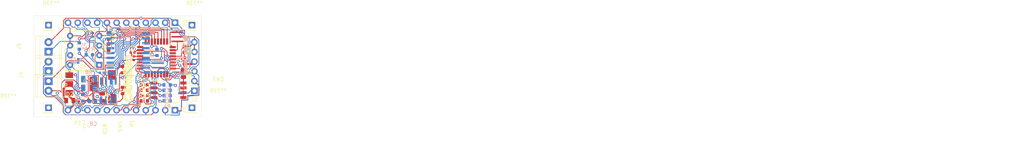
<source format=kicad_pcb>
(kicad_pcb (version 20171130) (host pcbnew "(5.1.7)-1")
  (layers (0 F.Cu signal) (31 B.Cu signal) (34 B.Paste user) (35 F.Paste user) (36 B.SilkS user) (37 F.SilkS user) (38 B.Mask user) (39 F.Mask user) (44 Edge.Cuts user))
  (net 0 "")
  (net 1 GND)
  (net 2 "Net-(C1-Pad1)")
  (net 3 VCC)
  (net 4 RESET)
  (net 5 DTR)
  (net 6 12VIN)
  (net 7 "Net-(C8-Pad1)")
  (net 8 "Net-(C9-Pad1)")
  (net 9 "Net-(D1-Pad2)")
  (net 10 "Net-(D3-Pad2)")
  (net 11 D9)
  (net 12 D8)
  (net 13 D7)
  (net 14 D6)
  (net 15 D5)
  (net 16 D4)
  (net 17 D3)
  (net 18 D2)
  (net 19 SCL)
  (net 20 SDA)
  (net 21 RXI)
  (net 22 TXO)
  (net 23 A3)
  (net 24 A2)
  (net 25 A1)
  (net 26 A0)
  (net 27 SCK)
  (net 28 MISO)
  (net 29 MOSI)
  (net 30 "Net-(J6-Pad2)")
  (net 31 "Net-(R3-Pad1)")
  (net 32 "Net-(R15-Pad2)")
  (net 33 "Net-(R14-Pad2)")
  (net 34 "Net-(R13-Pad2)")
  (net 35 "Net-(R12-Pad2)")
  (net 36 "Net-(R9-Pad1)")
  (net 37 SS)
  (net 38 "Net-(U1-Pad8)")
  (net 39 "Net-(U1-Pad7)")
  (net 40 "Net-(U4-Pad8)")
  (net 41 "Net-(U4-Pad7)")
  (net 42 "Net-(U4-Pad2)")
  (net 43 "Net-(U4-Pad1)")
  (net 44 "Net-(D4-Pad2)")
  (net 45 "Net-(J6-Pad1)")
  (net 46 5V)
  (net 47 "Net-(U1-Pad22)")
  (net 48 "Net-(U1-Pad19)")
  (net 49 "Net-(U1-Pad6)")
  (net 50 "Net-(U1-Pad3)")
  (net 51 "Net-(U3-Pad7)")
  (net 52 "Net-(U4-Pad11)")
  (net 53 "Net-(U4-Pad10)")
  (net 54 "Net-(U4-Pad6)")
  (net 55 "Net-(U4-Pad5)")
  (net 56 "Net-(U4-Pad4)")
  (net 57 "Net-(U4-Pad3)")
  (module Connector_PinHeader_2.54mm:PinHeader_1x01_P2.54mm_Vertical (layer F.Cu) (at 245.445 31.115)
    (fp_text reference REF** (at 0.635 -5.715) (layer F.SilkS))
    (fp_text value PinHeader_1x01_P2.54mm_Vertical)
    (pad 1 thru_hole rect (at 0 0) (size 1.7 1.7) (drill 1) (layers *.Cu *.Mask))
  )
  (module Connector_PinHeader_2.54mm:PinHeader_1x01_P2.54mm_Vertical (layer F.Cu) (at 245.445 52.705)
    (fp_text reference REF** (at 6.858 -4.445) (layer F.SilkS))
    (fp_text value PinHeader_1x01_P2.54mm_Vertical)
    (pad 1 thru_hole rect (at 0 0) (size 1.7 1.7) (drill 1) (layers *.Cu *.Mask))
  )
  (module Connector_PinHeader_2.54mm:PinHeader_1x01_P2.54mm_Vertical (layer F.Cu) (at 207.98 52.705)
    (fp_text reference REF** (at -10.414 -3.048) (layer F.SilkS))
    (fp_text value PinHeader_1x01_P2.54mm_Vertical)
    (pad 1 thru_hole rect (at 0 0) (size 1.7 1.7) (drill 1) (layers *.Cu *.Mask))
  )
  (module Connector_PinHeader_2.54mm:PinHeader_1x01_P2.54mm_Vertical (layer F.Cu) (at 207.98 31.115)
    (fp_text reference REF** (at 0.635 -5.715) (layer F.SilkS))
    (fp_text value PinHeader_1x01_P2.54mm_Vertical)
    (pad 1 thru_hole rect (at 0 0) (size 1.7 1.7) (drill 1) (layers *.Cu *.Mask))
  )
  (module Resistor_SMD:R_0603_1608Metric (layer B.Cu) (at 236.301 38.227 270)
    (fp_text reference R16 (at 0 1.43 270) (layer B.SilkS) (effects (justify mirror)))
    (fp_text value 10K)
    (pad 2 smd roundrect (at 0.825 0 270) (size 0.8 0.95) (layers B.Cu B.Paste B.Mask) (net 46 5V))
    (pad 1 smd roundrect (at -0.825 0 270) (size 0.8 0.95) (layers B.Cu B.Paste B.Mask) (net 37 SS))
  )
  (module TerminalBlock_TE-Connectivity:TerminalBlock_TE_282834-2_1x02_P2.54mm_Horizontal (layer F.Cu) (at 207.98 45.72 270)
    (fp_text reference J6 (at 1.27 -4.37 90) (layer F.SilkS))
    (fp_text value CAN)
    (pad 2 thru_hole circle (at 2.54 0 270) (size 2.1 2.1) (drill 1.1) (layers *.Cu *.Mask) (net 30 "Net-(J6-Pad2)"))
    (pad 1 thru_hole rect (at 0 0 270) (size 2.1 2.1) (drill 1.1) (layers *.Cu *.Mask) (net 45 "Net-(J6-Pad1)"))
  )
  (module Connector_PinHeader_2.54mm:PinHeader_1x12_P2.54mm_Vertical (layer F.Cu) (at 241 53.34 270)
    (fp_text reference J3 (at 0 -2.33 90) (layer F.SilkS))
    (fp_text value right_pin)
    (pad 1 thru_hole rect (at 0 0 270) (size 1.7 1.7) (drill 1) (layers *.Cu *.Mask) (net 21 RXI))
    (pad 2 thru_hole oval (at 0 2.54 270) (size 1.7 1.7) (drill 1) (layers *.Cu *.Mask) (net 22 TXO))
    (pad 3 thru_hole oval (at 0 5.08 270) (size 1.7 1.7) (drill 1) (layers *.Cu *.Mask) (net 19 SCL))
    (pad 4 thru_hole oval (at 0 7.62 270) (size 1.7 1.7) (drill 1) (layers *.Cu *.Mask) (net 20 SDA))
    (pad 5 thru_hole oval (at 0 10.16 270) (size 1.7 1.7) (drill 1) (layers *.Cu *.Mask) (net 26 A0))
    (pad 6 thru_hole oval (at 0 12.7 270) (size 1.7 1.7) (drill 1) (layers *.Cu *.Mask) (net 25 A1))
    (pad 7 thru_hole oval (at 0 15.24 270) (size 1.7 1.7) (drill 1) (layers *.Cu *.Mask) (net 24 A2))
    (pad 8 thru_hole oval (at 0 17.78 270) (size 1.7 1.7) (drill 1) (layers *.Cu *.Mask) (net 23 A3))
    (pad 9 thru_hole oval (at 0 20.32 270) (size 1.7 1.7) (drill 1) (layers *.Cu *.Mask) (net 4 RESET))
    (pad 10 thru_hole oval (at 0 22.86 270) (size 1.7 1.7) (drill 1) (layers *.Cu *.Mask) (net 1 GND))
    (pad 11 thru_hole oval (at 0 25.4 270) (size 1.7 1.7) (drill 1) (layers *.Cu *.Mask) (net 46 5V))
    (pad 12 thru_hole oval (at 0 27.94 270) (size 1.7 1.7) (drill 1) (layers *.Cu *.Mask) (net 6 12VIN))
  )
  (module Connector_PinHeader_2.54mm:PinHeader_1x12_P2.54mm_Vertical (layer F.Cu) (at 241 30.48 270)
    (fp_text reference J1 (at 0 -2.33 90) (layer F.SilkS))
    (fp_text value left_pin)
    (pad 1 thru_hole rect (at 0 0 270) (size 1.7 1.7) (drill 1) (layers *.Cu *.Mask) (net 18 D2))
    (pad 2 thru_hole oval (at 0 2.54 270) (size 1.7 1.7) (drill 1) (layers *.Cu *.Mask) (net 17 D3))
    (pad 3 thru_hole oval (at 0 5.08 270) (size 1.7 1.7) (drill 1) (layers *.Cu *.Mask) (net 16 D4))
    (pad 4 thru_hole oval (at 0 7.62 270) (size 1.7 1.7) (drill 1) (layers *.Cu *.Mask) (net 15 D5))
    (pad 5 thru_hole oval (at 0 10.16 270) (size 1.7 1.7) (drill 1) (layers *.Cu *.Mask) (net 14 D6))
    (pad 6 thru_hole oval (at 0 12.7 270) (size 1.7 1.7) (drill 1) (layers *.Cu *.Mask) (net 13 D7))
    (pad 7 thru_hole oval (at 0 15.24 270) (size 1.7 1.7) (drill 1) (layers *.Cu *.Mask) (net 12 D8))
    (pad 8 thru_hole oval (at 0 17.78 270) (size 1.7 1.7) (drill 1) (layers *.Cu *.Mask) (net 11 D9))
    (pad 9 thru_hole oval (at 0 20.32 270) (size 1.7 1.7) (drill 1) (layers *.Cu *.Mask) (net 1 GND))
    (pad 10 thru_hole oval (at 0 22.86 270) (size 1.7 1.7) (drill 1) (layers *.Cu *.Mask) (net 28 MISO))
    (pad 11 thru_hole oval (at 0 25.4 270) (size 1.7 1.7) (drill 1) (layers *.Cu *.Mask) (net 29 MOSI))
    (pad 12 thru_hole oval (at 0 27.94 270) (size 1.7 1.7) (drill 1) (layers *.Cu *.Mask) (net 27 SCK))
  )
  (module Package_SO:SOIC-18W_7.5x11.6mm_P1.27mm (layer B.Cu) (at 228.776 38.4048 180)
    (fp_text reference U4 (at 0 6.72) (layer B.SilkS) (effects (justify mirror)))
    (fp_text value MCP2515-xSO)
    (pad 18 smd roundrect (at 4.65 5.08 180) (size 2.05 0.6) (layers B.Cu B.Paste B.Mask) (net 3 VCC))
    (pad 17 smd roundrect (at 4.65 3.81 180) (size 2.05 0.6) (layers B.Cu B.Paste B.Mask) (net 31 "Net-(R3-Pad1)"))
    (pad 16 smd roundrect (at 4.65 2.54 180) (size 2.05 0.6) (layers B.Cu B.Paste B.Mask) (net 37 SS))
    (pad 15 smd roundrect (at 4.65 1.27 180) (size 2.05 0.6) (layers B.Cu B.Paste B.Mask) (net 28 MISO))
    (pad 14 smd roundrect (at 4.65 0 180) (size 2.05 0.6) (layers B.Cu B.Paste B.Mask) (net 29 MOSI))
    (pad 13 smd roundrect (at 4.65 -1.27 180) (size 2.05 0.6) (layers B.Cu B.Paste B.Mask) (net 27 SCK))
    (pad 12 smd roundrect (at 4.65 -2.54 180) (size 2.05 0.6) (layers B.Cu B.Paste B.Mask) (net 18 D2))
    (pad 11 smd roundrect (at 4.65 -3.81 180) (size 2.05 0.6) (layers B.Cu B.Paste B.Mask) (net 52 "Net-(U4-Pad11)"))
    (pad 10 smd roundrect (at 4.65 -5.08 180) (size 2.05 0.6) (layers B.Cu B.Paste B.Mask) (net 53 "Net-(U4-Pad10)"))
    (pad 9 smd roundrect (at -4.65 -5.08 180) (size 2.05 0.6) (layers B.Cu B.Paste B.Mask) (net 1 GND))
    (pad 8 smd roundrect (at -4.65 -3.81 180) (size 2.05 0.6) (layers B.Cu B.Paste B.Mask) (net 40 "Net-(U4-Pad8)"))
    (pad 7 smd roundrect (at -4.65 -2.54 180) (size 2.05 0.6) (layers B.Cu B.Paste B.Mask) (net 41 "Net-(U4-Pad7)"))
    (pad 6 smd roundrect (at -4.65 -1.27 180) (size 2.05 0.6) (layers B.Cu B.Paste B.Mask) (net 54 "Net-(U4-Pad6)"))
    (pad 5 smd roundrect (at -4.65 0 180) (size 2.05 0.6) (layers B.Cu B.Paste B.Mask) (net 55 "Net-(U4-Pad5)"))
    (pad 4 smd roundrect (at -4.65 1.27 180) (size 2.05 0.6) (layers B.Cu B.Paste B.Mask) (net 56 "Net-(U4-Pad4)"))
    (pad 3 smd roundrect (at -4.65 2.54 180) (size 2.05 0.6) (layers B.Cu B.Paste B.Mask) (net 57 "Net-(U4-Pad3)"))
    (pad 2 smd roundrect (at -4.65 3.81 180) (size 2.05 0.6) (layers B.Cu B.Paste B.Mask) (net 42 "Net-(U4-Pad2)"))
    (pad 1 smd roundrect (at -4.65 5.08 180) (size 2.05 0.6) (layers B.Cu B.Paste B.Mask) (net 43 "Net-(U4-Pad1)"))
  )
  (module "" (layer F.Cu) (at 210.82 33.02)
    (fp_text reference "" (at 251.46 30.48) (layer F.SilkS) (effects (font (size 1.27 1.27))))
    (fp_text value "" (at 251.46 30.48) (layer F.SilkS) (effects (font (size 1.27 1.27))))
  )
  (module Diode_SMD:D_0805_2012Metric (layer F.Cu) (at 243.205 43.7365 270)
    (fp_text reference D3 (at 0 -1.65 90) (layer F.SilkS))
    (fp_text value DIODE)
    (pad 2 smd roundrect (at 0.9375 0 270) (size 0.975 1.4) (layers F.Cu F.Paste F.Mask) (net 10 "Net-(D3-Pad2)"))
    (pad 1 smd roundrect (at -0.9375 0 270) (size 0.975 1.4) (layers F.Cu F.Paste F.Mask) (net 46 5V))
  )
  (module Diode_SMD:D_0805_2012Metric (layer F.Cu) (at 213.5355 50.8)
    (fp_text reference D2 (at 0 -1.65) (layer F.SilkS))
    (fp_text value "shot DIODE")
    (pad 2 smd roundrect (at 0.9375 0) (size 0.975 1.4) (layers F.Cu F.Paste F.Mask) (net 6 12VIN))
    (pad 1 smd roundrect (at -0.9375 0) (size 0.975 1.4) (layers F.Cu F.Paste F.Mask) (net 8 "Net-(C9-Pad1)"))
  )
  (module Crystal:Resonator_SMD_muRata_CSTxExxV-3Pin_3.0x1.1mm_HandSoldering (layer B.Cu) (at 236.555 42.227 270)
    (fp_text reference Y2 (at 0 2.45 90) (layer B.SilkS) (effects (justify mirror)))
    (fp_text value 8/16/20Mhz)
    (pad 3 smd rect (at 1.2 0 270) (size 0.4 3.2) (layers B.Cu B.Paste B.Mask) (net 40 "Net-(U4-Pad8)"))
    (pad 2 smd rect (at 0 0 270) (size 0.4 3.2) (layers B.Cu B.Paste B.Mask) (net 1 GND))
    (pad 1 smd rect (at -1.2 0 270) (size 0.4 3.2) (layers B.Cu B.Paste B.Mask) (net 41 "Net-(U4-Pad7)"))
  )
  (module Crystal:Resonator_SMD_muRata_CSTxExxV-3Pin_3.0x1.1mm_HandSoldering (layer F.Cu) (at 241.635 34.163 270)
    (fp_text reference Y1 (at 0 -2.45 90) (layer F.SilkS))
    (fp_text value 8/16/20Mhz)
    (pad 3 smd rect (at 1.2 0 270) (size 0.4 3.2) (layers F.Cu F.Paste F.Mask) (net 39 "Net-(U1-Pad7)"))
    (pad 2 smd rect (at 0 0 270) (size 0.4 3.2) (layers F.Cu F.Paste F.Mask) (net 1 GND))
    (pad 1 smd rect (at -1.2 0 270) (size 0.4 3.2) (layers F.Cu F.Paste F.Mask) (net 38 "Net-(U1-Pad8)"))
  )
  (module Package_SO:SOIC-8_3.9x4.9mm_P1.27mm (layer B.Cu) (at 223.647 48.195 270)
    (fp_text reference U5 (at 0 3.4 90) (layer B.SilkS) (effects (justify mirror)))
    (fp_text value MCP2561-E-SN)
    (pad 8 smd roundrect (at 2.475 1.905 270) (size 1.95 0.6) (layers B.Cu B.Paste B.Mask) (net 1 GND))
    (pad 7 smd roundrect (at 2.475 0.635 270) (size 1.95 0.6) (layers B.Cu B.Paste B.Mask) (net 30 "Net-(J6-Pad2)"))
    (pad 6 smd roundrect (at 2.475 -0.635 270) (size 1.95 0.6) (layers B.Cu B.Paste B.Mask) (net 45 "Net-(J6-Pad1)"))
    (pad 5 smd roundrect (at 2.475 -1.905 270) (size 1.95 0.6) (layers B.Cu B.Paste B.Mask) (net 36 "Net-(R9-Pad1)"))
    (pad 4 smd roundrect (at -2.475 -1.905 270) (size 1.95 0.6) (layers B.Cu B.Paste B.Mask) (net 42 "Net-(U4-Pad2)"))
    (pad 3 smd roundrect (at -2.475 -0.635 270) (size 1.95 0.6) (layers B.Cu B.Paste B.Mask) (net 3 VCC))
    (pad 2 smd roundrect (at -2.475 0.635 270) (size 1.95 0.6) (layers B.Cu B.Paste B.Mask) (net 1 GND))
    (pad 1 smd roundrect (at -2.475 1.905 270) (size 1.95 0.6) (layers B.Cu B.Paste B.Mask) (net 43 "Net-(U4-Pad1)"))
  )
  (module Package_DIP:DIP-8_W7.62mm_Socket (layer F.Cu) (at 221.234 41.529 180)
    (fp_text reference U3 (at 3.81 -2.33) (layer F.SilkS))
    (fp_text value 93CxxC)
    (pad 8 thru_hole oval (at 7.62 0 180) (size 1.6 1.6) (drill 0.8) (layers *.Cu *.Mask) (net 46 5V))
    (pad 4 thru_hole oval (at 0 7.62 180) (size 1.6 1.6) (drill 0.8) (layers *.Cu *.Mask) (net 28 MISO))
    (pad 7 thru_hole oval (at 7.62 2.54 180) (size 1.6 1.6) (drill 0.8) (layers *.Cu *.Mask) (net 51 "Net-(U3-Pad7)"))
    (pad 3 thru_hole oval (at 0 5.08 180) (size 1.6 1.6) (drill 0.8) (layers *.Cu *.Mask) (net 29 MOSI))
    (pad 6 thru_hole oval (at 7.62 5.08 180) (size 1.6 1.6) (drill 0.8) (layers *.Cu *.Mask) (net 1 GND))
    (pad 2 thru_hole oval (at 0 2.54 180) (size 1.6 1.6) (drill 0.8) (layers *.Cu *.Mask) (net 27 SCK))
    (pad 5 thru_hole oval (at 7.62 7.62 180) (size 1.6 1.6) (drill 0.8) (layers *.Cu *.Mask) (net 1 GND))
    (pad 1 thru_hole rect (at 0 0 180) (size 1.6 1.6) (drill 0.8) (layers *.Cu *.Mask) (net 11 D9))
  )
  (module Package_TO_SOT_SMD:SOT-223-3_TabPin2 (layer F.Cu) (at 216.535 46.496)
    (fp_text reference U2 (at 0 -4.5) (layer F.SilkS))
    (fp_text value LD1117S50TR_SOT223)
    (pad 1 smd rect (at -3.15 -2.3) (size 2 1.5) (layers F.Cu F.Paste F.Mask) (net 1 GND))
    (pad 3 smd rect (at -3.15 2.3) (size 2 1.5) (layers F.Cu F.Paste F.Mask) (net 6 12VIN))
    (pad 2 smd rect (at -3.15 0) (size 2 1.5) (layers F.Cu F.Paste F.Mask) (net 8 "Net-(C9-Pad1)"))
    (pad 2 smd rect (at 3.15 0) (size 2 3.8) (layers F.Cu F.Paste F.Mask) (net 8 "Net-(C9-Pad1)"))
  )
  (module Package_QFP:TQFP-32_7x7mm_P0.8mm (layer F.Cu) (at 236.161 39.656 180)
    (fp_text reference U1 (at 0 -6.05) (layer F.SilkS))
    (fp_text value ATmega328PB-AU)
    (pad 32 smd rect (at -2.8 -4.25 270) (size 1.6 0.55) (layers F.Cu F.Paste F.Mask) (net 18 D2))
    (pad 31 smd rect (at -2 -4.25 270) (size 1.6 0.55) (layers F.Cu F.Paste F.Mask) (net 22 TXO))
    (pad 30 smd rect (at -1.2 -4.25 270) (size 1.6 0.55) (layers F.Cu F.Paste F.Mask) (net 21 RXI))
    (pad 29 smd rect (at -0.4 -4.25 270) (size 1.6 0.55) (layers F.Cu F.Paste F.Mask) (net 4 RESET))
    (pad 28 smd rect (at 0.4 -4.25 270) (size 1.6 0.55) (layers F.Cu F.Paste F.Mask) (net 19 SCL))
    (pad 27 smd rect (at 1.2 -4.25 270) (size 1.6 0.55) (layers F.Cu F.Paste F.Mask) (net 20 SDA))
    (pad 26 smd rect (at 2 -4.25 270) (size 1.6 0.55) (layers F.Cu F.Paste F.Mask) (net 23 A3))
    (pad 25 smd rect (at 2.8 -4.25 270) (size 1.6 0.55) (layers F.Cu F.Paste F.Mask) (net 24 A2))
    (pad 24 smd rect (at 4.25 -2.8 180) (size 1.6 0.55) (layers F.Cu F.Paste F.Mask) (net 25 A1))
    (pad 23 smd rect (at 4.25 -2 180) (size 1.6 0.55) (layers F.Cu F.Paste F.Mask) (net 26 A0))
    (pad 22 smd rect (at 4.25 -1.2 180) (size 1.6 0.55) (layers F.Cu F.Paste F.Mask) (net 47 "Net-(U1-Pad22)"))
    (pad 21 smd rect (at 4.25 -0.4 180) (size 1.6 0.55) (layers F.Cu F.Paste F.Mask) (net 1 GND))
    (pad 20 smd rect (at 4.25 0.4 180) (size 1.6 0.55) (layers F.Cu F.Paste F.Mask) (net 2 "Net-(C1-Pad1)"))
    (pad 19 smd rect (at 4.25 1.2 180) (size 1.6 0.55) (layers F.Cu F.Paste F.Mask) (net 48 "Net-(U1-Pad19)"))
    (pad 18 smd rect (at 4.25 2 180) (size 1.6 0.55) (layers F.Cu F.Paste F.Mask) (net 46 5V))
    (pad 17 smd rect (at 4.25 2.8 180) (size 1.6 0.55) (layers F.Cu F.Paste F.Mask) (net 27 SCK))
    (pad 16 smd rect (at 2.8 4.25 270) (size 1.6 0.55) (layers F.Cu F.Paste F.Mask) (net 28 MISO))
    (pad 15 smd rect (at 2 4.25 270) (size 1.6 0.55) (layers F.Cu F.Paste F.Mask) (net 29 MOSI))
    (pad 14 smd rect (at 1.2 4.25 270) (size 1.6 0.55) (layers F.Cu F.Paste F.Mask) (net 37 SS))
    (pad 13 smd rect (at 0.4 4.25 270) (size 1.6 0.55) (layers F.Cu F.Paste F.Mask) (net 11 D9))
    (pad 12 smd rect (at -0.4 4.25 270) (size 1.6 0.55) (layers F.Cu F.Paste F.Mask) (net 12 D8))
    (pad 11 smd rect (at -1.2 4.25 270) (size 1.6 0.55) (layers F.Cu F.Paste F.Mask) (net 13 D7))
    (pad 10 smd rect (at -2 4.25 270) (size 1.6 0.55) (layers F.Cu F.Paste F.Mask) (net 14 D6))
    (pad 9 smd rect (at -2.8 4.25 270) (size 1.6 0.55) (layers F.Cu F.Paste F.Mask) (net 15 D5))
    (pad 8 smd rect (at -4.25 2.8 180) (size 1.6 0.55) (layers F.Cu F.Paste F.Mask) (net 38 "Net-(U1-Pad8)"))
    (pad 7 smd rect (at -4.25 2 180) (size 1.6 0.55) (layers F.Cu F.Paste F.Mask) (net 39 "Net-(U1-Pad7)"))
    (pad 6 smd rect (at -4.25 1.2 180) (size 1.6 0.55) (layers F.Cu F.Paste F.Mask) (net 49 "Net-(U1-Pad6)"))
    (pad 5 smd rect (at -4.25 0.4 180) (size 1.6 0.55) (layers F.Cu F.Paste F.Mask) (net 1 GND))
    (pad 4 smd rect (at -4.25 -0.4 180) (size 1.6 0.55) (layers F.Cu F.Paste F.Mask) (net 46 5V))
    (pad 3 smd rect (at -4.25 -1.2 180) (size 1.6 0.55) (layers F.Cu F.Paste F.Mask) (net 50 "Net-(U1-Pad3)"))
    (pad 2 smd rect (at -4.25 -2 180) (size 1.6 0.55) (layers F.Cu F.Paste F.Mask) (net 16 D4))
    (pad 1 smd rect (at -4.25 -2.8 180) (size 1.6 0.55) (layers F.Cu F.Paste F.Mask) (net 17 D3))
  )
  (module Button_Switch_SMD:SW_DIP_SPSTx04_Slide_Copal_CHS-04B_W7.62mm_P1.27mm (layer F.Cu) (at 239.395 48.133)
    (fp_text reference SW2 (at 12.908 -2.921) (layer F.SilkS))
    (fp_text value SW_DIP_x04)
    (pad 8 smd rect (at 3.81 -1.905) (size 1.6 0.76) (layers F.Cu F.Paste F.Mask) (net 10 "Net-(D3-Pad2)"))
    (pad 4 smd rect (at -3.81 1.905) (size 1.6 0.76) (layers F.Cu F.Paste F.Mask) (net 32 "Net-(R15-Pad2)"))
    (pad 7 smd rect (at 3.81 -0.635) (size 1.6 0.76) (layers F.Cu F.Paste F.Mask) (net 10 "Net-(D3-Pad2)"))
    (pad 3 smd rect (at -3.81 0.635) (size 1.6 0.76) (layers F.Cu F.Paste F.Mask) (net 33 "Net-(R14-Pad2)"))
    (pad 6 smd rect (at 3.81 0.635) (size 1.6 0.76) (layers F.Cu F.Paste F.Mask) (net 10 "Net-(D3-Pad2)"))
    (pad 2 smd rect (at -3.81 -0.635) (size 1.6 0.76) (layers F.Cu F.Paste F.Mask) (net 34 "Net-(R13-Pad2)"))
    (pad 5 smd rect (at 3.81 1.905) (size 1.6 0.76) (layers F.Cu F.Paste F.Mask) (net 10 "Net-(D3-Pad2)"))
    (pad 1 smd rect (at -3.81 -1.905) (size 1.6 0.76) (layers F.Cu F.Paste F.Mask) (net 35 "Net-(R12-Pad2)"))
  )
  (module Button_Switch_SMD:SW_SPST_REED_CT05-XXXX-J1 (layer F.Cu) (at 224.536 47.212 90)
    (fp_text reference SW1 (at -10.319 2.113 90) (layer F.SilkS))
    (fp_text value SW_DPST_x2)
    (pad 1 smd rect (at -3.08 0 90) (size 2.5 2) (layers F.Cu F.Paste F.Mask) (net 4 RESET))
    (pad 2 smd rect (at 3.08 0 90) (size 2.5 2) (layers F.Cu F.Paste F.Mask) (net 1 GND))
  )
  (module Resistor_SMD:R_0603_1608Metric (layer F.Cu) (at 223.647 33.972 270)
    (fp_text reference R19 (at 0 -1.43 90) (layer F.SilkS))
    (fp_text value 10kR)
    (pad 2 smd roundrect (at 0.825 0 270) (size 0.8 0.95) (layers F.Cu F.Paste F.Mask) (net 44 "Net-(D4-Pad2)"))
    (pad 1 smd roundrect (at -0.825 0 270) (size 0.8 0.95) (layers F.Cu F.Paste F.Mask) (net 3 VCC))
  )
  (module Resistor_SMD:R_0603_1608Metric (layer F.Cu) (at 227.33 48.196 90)
    (fp_text reference R18 (at -10.097 -4.618 90) (layer F.SilkS))
    (fp_text value 0R)
    (pad 1 smd roundrect (at -0.825 0 90) (size 0.8 0.95) (layers F.Cu F.Paste F.Mask) (net 46 5V))
    (pad 2 smd roundrect (at 0.825 0 90) (size 0.8 0.95) (layers F.Cu F.Paste F.Mask) (net 3 VCC))
  )
  (module Resistor_SMD:R_0603_1608Metric (layer F.Cu) (at 219.265 50.8 180)
    (fp_text reference R17 (at 3.157 -5.842) (layer F.SilkS))
    (fp_text value 0R)
    (pad 2 smd roundrect (at 0.825 0 180) (size 0.8 0.95) (layers F.Cu F.Paste F.Mask) (net 46 5V))
    (pad 1 smd roundrect (at -0.825 0 180) (size 0.8 0.95) (layers F.Cu F.Paste F.Mask) (net 8 "Net-(C9-Pad1)"))
  )
  (module Resistor_SMD:R_0603_1608Metric (layer F.Cu) (at 232.982 50.927)
    (fp_text reference R15 (at 0 -1.43) (layer F.SilkS))
    (fp_text value 0R)
    (pad 1 smd roundrect (at -0.825 0) (size 0.8 0.95) (layers F.Cu F.Paste F.Mask) (net 26 A0))
    (pad 2 smd roundrect (at 0.825 0) (size 0.8 0.95) (layers F.Cu F.Paste F.Mask) (net 32 "Net-(R15-Pad2)"))
  )
  (module Resistor_SMD:R_0603_1608Metric (layer F.Cu) (at 232.982 49.53)
    (fp_text reference R14 (at 0.254 -1.43) (layer F.SilkS))
    (fp_text value 0R)
    (pad 1 smd roundrect (at -0.825 0) (size 0.8 0.95) (layers F.Cu F.Paste F.Mask) (net 25 A1))
    (pad 2 smd roundrect (at 0.825 0) (size 0.8 0.95) (layers F.Cu F.Paste F.Mask) (net 33 "Net-(R14-Pad2)"))
  )
  (module Resistor_SMD:R_0603_1608Metric (layer F.Cu) (at 232.9947 48.133)
    (fp_text reference R13 (at 0 -1.43) (layer F.SilkS))
    (fp_text value 0R)
    (pad 2 smd roundrect (at 0.825 0) (size 0.8 0.95) (layers F.Cu F.Paste F.Mask) (net 34 "Net-(R13-Pad2)"))
    (pad 1 smd roundrect (at -0.825 0) (size 0.8 0.95) (layers F.Cu F.Paste F.Mask) (net 24 A2))
  )
  (module Resistor_SMD:R_0603_1608Metric (layer F.Cu) (at 232.982 46.736)
    (fp_text reference R12 (at -0.11 -1.27) (layer F.SilkS))
    (fp_text value 0R)
    (pad 1 smd roundrect (at -0.825 0) (size 0.8 0.95) (layers F.Cu F.Paste F.Mask) (net 23 A3))
    (pad 2 smd roundrect (at 0.825 0) (size 0.8 0.95) (layers F.Cu F.Paste F.Mask) (net 35 "Net-(R12-Pad2)"))
  )
  (module Resistor_SMD:R_0603_1608Metric (layer B.Cu) (at 218.631 38.862 180)
    (fp_text reference R11 (at 0 1.43) (layer B.SilkS) (effects (justify mirror)))
    (fp_text value 10K)
    (pad 2 smd roundrect (at 0.825 0 180) (size 0.8 0.95) (layers B.Cu B.Paste B.Mask) (net 1 GND))
    (pad 1 smd roundrect (at -0.825 0 180) (size 0.8 0.95) (layers B.Cu B.Paste B.Mask) (net 11 D9))
  )
  (module Resistor_SMD:R_1206_3216Metric (layer B.Cu) (at 218.5015 47.498 180)
    (fp_text reference R10 (at 0 1.82) (layer B.SilkS) (effects (justify mirror)))
    (fp_text value 56)
    (pad 2 smd roundrect (at 1.4625 0 180) (size 1.125 1.75) (layers B.Cu B.Paste B.Mask) (roundrect_rratio 0.2222195555555556) (net 30 "Net-(J6-Pad2)"))
    (pad 1 smd roundrect (at -1.4625 0 180) (size 1.125 1.75) (layers B.Cu B.Paste B.Mask) (roundrect_rratio 0.2222195555555556) (net 7 "Net-(C8-Pad1)"))
  )
  (module Resistor_SMD:R_0603_1608Metric (layer B.Cu) (at 216.916 50.101 270)
    (fp_text reference R9 (at 0 1.43 90) (layer B.SilkS) (effects (justify mirror)))
    (fp_text value 300)
    (pad 2 smd roundrect (at 0.825 0 270) (size 0.8 0.95) (layers B.Cu B.Paste B.Mask) (net 7 "Net-(C8-Pad1)"))
    (pad 1 smd roundrect (at -0.825 0 270) (size 0.8 0.95) (layers B.Cu B.Paste B.Mask) (net 36 "Net-(R9-Pad1)"))
  )
  (module Resistor_SMD:R_1206_3216Metric (layer B.Cu) (at 218.5015 45.212 180)
    (fp_text reference R8 (at 0 1.82) (layer B.SilkS) (effects (justify mirror)))
    (fp_text value 56)
    (pad 2 smd roundrect (at 1.4625 0 180) (size 1.125 1.75) (layers B.Cu B.Paste B.Mask) (roundrect_rratio 0.2222195555555556) (net 7 "Net-(C8-Pad1)"))
    (pad 1 smd roundrect (at -1.4625 0 180) (size 1.125 1.75) (layers B.Cu B.Paste B.Mask) (roundrect_rratio 0.2222195555555556) (net 45 "Net-(J6-Pad1)"))
  )
  (module Resistor_SMD:R_0603_1608Metric (layer B.Cu) (at 238.95 46.736)
    (fp_text reference R7 (at 0 1.43) (layer B.SilkS) (effects (justify mirror)))
    (fp_text value 10K)
    (pad 2 smd roundrect (at 0.825 0) (size 0.8 0.95) (layers B.Cu B.Paste B.Mask) (net 1 GND))
    (pad 1 smd roundrect (at -0.825 0) (size 0.8 0.95) (layers B.Cu B.Paste B.Mask) (net 35 "Net-(R12-Pad2)"))
  )
  (module Resistor_SMD:R_0603_1608Metric (layer B.Cu) (at 238.95 48.133)
    (fp_text reference R6 (at 0 1.43) (layer B.SilkS) (effects (justify mirror)))
    (fp_text value 10K)
    (pad 2 smd roundrect (at 0.825 0) (size 0.8 0.95) (layers B.Cu B.Paste B.Mask) (net 1 GND))
    (pad 1 smd roundrect (at -0.825 0) (size 0.8 0.95) (layers B.Cu B.Paste B.Mask) (net 34 "Net-(R13-Pad2)"))
  )
  (module Resistor_SMD:R_0603_1608Metric (layer B.Cu) (at 238.95 49.53)
    (fp_text reference R5 (at 0 1.43) (layer B.SilkS) (effects (justify mirror)))
    (fp_text value 10K)
    (pad 1 smd roundrect (at -0.825 0) (size 0.8 0.95) (layers B.Cu B.Paste B.Mask) (net 33 "Net-(R14-Pad2)"))
    (pad 2 smd roundrect (at 0.825 0) (size 0.8 0.95) (layers B.Cu B.Paste B.Mask) (net 1 GND))
  )
  (module Resistor_SMD:R_0603_1608Metric (layer B.Cu) (at 238.95 50.927)
    (fp_text reference R4 (at 0 1.43) (layer B.SilkS) (effects (justify mirror)))
    (fp_text value 10K)
    (pad 1 smd roundrect (at -0.825 0) (size 0.8 0.95) (layers B.Cu B.Paste B.Mask) (net 32 "Net-(R15-Pad2)"))
    (pad 2 smd roundrect (at 0.825 0) (size 0.8 0.95) (layers B.Cu B.Paste B.Mask) (net 1 GND))
  )
  (module Resistor_SMD:R_0603_1608Metric (layer B.Cu) (at 216.027 36.576 90)
    (fp_text reference R3 (at 0 1.43 270) (layer B.SilkS) (effects (justify mirror)))
    (fp_text value 10K)
    (pad 2 smd roundrect (at 0.825 0 90) (size 0.8 0.95) (layers B.Cu B.Paste B.Mask) (net 3 VCC))
    (pad 1 smd roundrect (at -0.825 0 90) (size 0.8 0.95) (layers B.Cu B.Paste B.Mask) (net 31 "Net-(R3-Pad1)"))
  )
  (module Resistor_SMD:R_0603_1608Metric (layer F.Cu) (at 243.459 40.449 90)
    (fp_text reference R2 (at 0 -1.43 90) (layer F.SilkS))
    (fp_text value 10kR)
    (pad 2 smd roundrect (at 0.825 0 90) (size 0.8 0.95) (layers F.Cu F.Paste F.Mask) (net 9 "Net-(D1-Pad2)"))
    (pad 1 smd roundrect (at -0.825 0 90) (size 0.8 0.95) (layers F.Cu F.Paste F.Mask) (net 46 5V))
  )
  (module Resistor_SMD:R_0603_1608Metric (layer F.Cu) (at 227.284 42.735 270)
    (fp_text reference R1 (at 14.034 -2.494 90) (layer F.SilkS))
    (fp_text value 10K)
    (pad 2 smd roundrect (at 0.825 0 270) (size 0.8 0.95) (layers F.Cu F.Paste F.Mask) (net 4 RESET))
    (pad 1 smd roundrect (at -0.825 0 270) (size 0.8 0.95) (layers F.Cu F.Paste F.Mask) (net 46 5V))
  )
  (module TerminalBlock_TE-Connectivity:TerminalBlock_TE_282834-2_1x02_P2.54mm_Horizontal (layer F.Cu) (at 207.98 38.1 90)
    (fp_text reference J5 (at 1.397 -7.747 90) (layer F.SilkS))
    (fp_text value i2c_power)
    (pad 1 thru_hole rect (at 0 0 90) (size 2.1 2.1) (drill 1.1) (layers *.Cu *.Mask) (net 3 VCC))
    (pad 2 thru_hole circle (at 2.54 0 90) (size 2.1 2.1) (drill 1.1) (layers *.Cu *.Mask) (net 1 GND))
  )
  (module TerminalBlock_TE-Connectivity:TerminalBlock_TE_282834-2_1x02_P2.54mm_Horizontal (layer F.Cu) (at 207.98 43.18 90)
    (fp_text reference J4 (at 0 -7.239 90) (layer F.SilkS) (effects (justify right)))
    (fp_text value I2C)
    (pad 1 thru_hole rect (at 0 0 90) (size 2.1 2.1) (drill 1.1) (layers *.Cu *.Mask) (net 19 SCL))
    (pad 2 thru_hole circle (at 2.54 0 90) (size 2.1 2.1) (drill 1.1) (layers *.Cu *.Mask) (net 20 SDA))
  )
  (module Connector_PinHeader_2.54mm:PinHeader_1x06_P2.54mm_Vertical (layer F.Cu) (at 246.08 48.26 180)
    (fp_text reference J2 (at 0 -2.33) (layer F.SilkS))
    (fp_text value FTDI)
    (pad 6 thru_hole oval (at 0 12.7 180) (size 1.7 1.7) (drill 1) (layers *.Cu *.Mask) (net 1 GND))
    (pad 5 thru_hole oval (at 0 10.16 180) (size 1.7 1.7) (drill 1) (layers *.Cu *.Mask) (net 1 GND))
    (pad 4 thru_hole oval (at 0 7.62 180) (size 1.7 1.7) (drill 1) (layers *.Cu *.Mask) (net 46 5V))
    (pad 3 thru_hole oval (at 0 5.08 180) (size 1.7 1.7) (drill 1) (layers *.Cu *.Mask) (net 22 TXO))
    (pad 2 thru_hole oval (at 0 2.54 180) (size 1.7 1.7) (drill 1) (layers *.Cu *.Mask) (net 21 RXI))
    (pad 1 thru_hole rect (at 0 0 180) (size 1.7 1.7) (drill 1) (layers *.Cu *.Mask) (net 5 DTR))
  )
  (module LED_SMD:LED_0603_1608Metric (layer F.Cu) (at 223.647 36.8555 90)
    (fp_text reference D4 (at 0 -1.43 90) (layer F.SilkS))
    (fp_text value LED)
    (pad 2 smd roundrect (at 0.7875 0 90) (size 0.875 0.95) (layers F.Cu F.Paste F.Mask) (net 44 "Net-(D4-Pad2)"))
    (pad 1 smd roundrect (at -0.7875 0 90) (size 0.875 0.95) (layers F.Cu F.Paste F.Mask) (net 1 GND))
  )
  (module LED_SMD:LED_0603_1608Metric (layer F.Cu) (at 243.459 37.4905 270)
    (fp_text reference D1 (at 0 -1.43 90) (layer F.SilkS))
    (fp_text value LED)
    (pad 2 smd roundrect (at 0.7875 0 270) (size 0.875 0.95) (layers F.Cu F.Paste F.Mask) (net 9 "Net-(D1-Pad2)"))
    (pad 1 smd roundrect (at -0.7875 0 270) (size 0.875 0.95) (layers F.Cu F.Paste F.Mask) (net 1 GND))
  )
  (module Capacitor_SMD:C_0805_2012Metric (layer F.Cu) (at 221.996 49.972 270)
    (fp_text reference C9 (at 0 -1.68 90) (layer F.SilkS))
    (fp_text value 10uF)
    (pad 2 smd roundrect (at 0.95 0 270) (size 1 1.45) (layers F.Cu F.Paste F.Mask) (net 1 GND))
    (pad 1 smd roundrect (at -0.95 0 270) (size 1 1.45) (layers F.Cu F.Paste F.Mask) (net 8 "Net-(C9-Pad1)"))
  )
  (module Capacitor_SMD:C_0603_1608Metric (layer B.Cu) (at 219.456 51.054)
    (fp_text reference C8 (at 0.208 5.842) (layer B.SilkS) (effects (justify mirror)))
    (fp_text value 4700pF)
    (pad 2 smd roundrect (at 0.775 0) (size 0.9 0.95) (layers B.Cu B.Paste B.Mask) (net 1 GND))
    (pad 1 smd roundrect (at -0.775 0) (size 0.9 0.95) (layers B.Cu B.Paste B.Mask) (net 7 "Net-(C8-Pad1)"))
  )
  (module Capacitor_SMD:C_0402_1005Metric (layer B.Cu) (at 221.897 43.561 180)
    (fp_text reference C7 (at 0 1.16) (layer B.SilkS) (effects (justify mirror)))
    (fp_text value 0.1uF)
    (pad 2 smd roundrect (at 0.48 0 180) (size 0.56 0.62) (layers B.Cu B.Paste B.Mask) (net 1 GND))
    (pad 1 smd roundrect (at -0.48 0 180) (size 0.56 0.62) (layers B.Cu B.Paste B.Mask) (net 3 VCC))
  )
  (module Capacitor_SMD:C_0402_1005Metric (layer B.Cu) (at 219.583 33.6703 270)
    (fp_text reference C6 (at 0 1.16 90) (layer B.SilkS) (effects (justify mirror)))
    (fp_text value 0.1uF)
    (pad 2 smd roundrect (at 0.48 0 270) (size 0.56 0.62) (layers B.Cu B.Paste B.Mask) (net 1 GND))
    (pad 1 smd roundrect (at -0.48 0 270) (size 0.56 0.62) (layers B.Cu B.Paste B.Mask) (net 3 VCC))
  )
  (module Capacitor_SMD:C_0402_1005Metric (layer B.Cu) (at 215.727 40.4495 270)
    (fp_text reference C5 (at 0 1.16 90) (layer B.SilkS) (effects (justify mirror)))
    (fp_text value 0.1uF)
    (pad 2 smd roundrect (at 0.48 0 270) (size 0.56 0.62) (layers B.Cu B.Paste B.Mask) (net 46 5V))
    (pad 1 smd roundrect (at -0.48 0 270) (size 0.56 0.62) (layers B.Cu B.Paste B.Mask) (net 1 GND))
  )
  (module Capacitor_SMD:C_0402_1005Metric (layer F.Cu) (at 216.38 51.054 180)
    (fp_text reference C4 (at -1.506 -6.477 180) (layer F.SilkS))
    (fp_text value 0.1uF)
    (pad 2 smd roundrect (at 0.48 0 180) (size 0.56 0.62) (layers F.Cu F.Paste F.Mask) (net 6 12VIN))
    (pad 1 smd roundrect (at -0.48 0 180) (size 0.56 0.62) (layers F.Cu F.Paste F.Mask) (net 1 GND))
  )
  (module Capacitor_SMD:C_0402_1005Metric (layer B.Cu) (at 242.623 48.895 180)
    (fp_text reference C3 (at 0 1.16) (layer B.SilkS) (effects (justify mirror)))
    (fp_text value 0.1uF)
    (pad 2 smd roundrect (at 0.48 0 180) (size 0.56 0.62) (layers B.Cu B.Paste B.Mask) (net 4 RESET))
    (pad 1 smd roundrect (at -0.48 0 180) (size 0.56 0.62) (layers B.Cu B.Paste B.Mask) (net 5 DTR))
  )
  (module Capacitor_SMD:C_0402_1005Metric (layer F.Cu) (at 229.9361 38.2905 180)
    (fp_text reference C2 (at 0 1.0795) (layer F.SilkS))
    (fp_text value 0.1uF)
    (pad 2 smd roundrect (at 0.48 0 180) (size 0.56 0.62) (layers F.Cu F.Paste F.Mask) (net 1 GND))
    (pad 1 smd roundrect (at -0.48 0 180) (size 0.56 0.62) (layers F.Cu F.Paste F.Mask) (net 46 5V))
  )
  (module Capacitor_SMD:C_0402_1005Metric (layer F.Cu) (at 230.2637 39.7637 270)
    (fp_text reference C1 (at 1.6383 -0.1953 90) (layer F.SilkS))
    (fp_text value 0.1uF)
    (pad 2 smd roundrect (at 0.48 0 270) (size 0.56 0.62) (layers F.Cu F.Paste F.Mask) (net 1 GND))
    (pad 1 smd roundrect (at -0.48 0 270) (size 0.56 0.62) (layers F.Cu F.Paste F.Mask) (net 2 "Net-(C1-Pad1)"))
  )
  (gr_line (start 243.531013 43.811288) (end 243.528448 43.778411) (layer B.SilkS) (width 0.254))
  (gr_line (start 243.538707 43.841492) (end 243.531013 43.811288) (layer B.SilkS) (width 0.254))
  (gr_line (start 243.55153 43.869025) (end 243.538707 43.841492) (layer B.SilkS) (width 0.254))
  (gr_line (start 243.569483 43.893885) (end 243.55153 43.869025) (layer B.SilkS) (width 0.254))
  (gr_line (start 243.592565 43.916072) (end 243.569483 43.893885) (layer B.SilkS) (width 0.254))
  (gr_line (start 243.624946 43.937699) (end 243.592565 43.916072) (layer B.SilkS) (width 0.254))
  (gr_line (start 243.662609 43.95452) (end 243.624946 43.937699) (layer B.SilkS) (width 0.254))
  (gr_line (start 243.70555 43.966536) (end 243.662609 43.95452) (layer B.SilkS) (width 0.254))
  (gr_line (start 243.753772 43.973745) (end 243.70555 43.966536) (layer B.SilkS) (width 0.254))
  (gr_line (start 243.807274 43.976148) (end 243.753772 43.973745) (layer B.SilkS) (width 0.254))
  (gr_line (start 243.854978 43.974267) (end 243.807274 43.976148) (layer B.SilkS) (width 0.254))
  (gr_line (start 243.898631 43.968626) (end 243.854978 43.974267) (layer B.SilkS) (width 0.254))
  (gr_line (start 243.938233 43.959224) (end 243.898631 43.968626) (layer B.SilkS) (width 0.254))
  (gr_line (start 243.973782 43.946061) (end 243.938233 43.959224) (layer B.SilkS) (width 0.254))
  (gr_line (start 244.00528 43.929138) (end 243.973782 43.946061) (layer B.SilkS) (width 0.254))
  (gr_line (start 244.035345 43.905943) (end 244.00528 43.929138) (layer B.SilkS) (width 0.254))
  (gr_line (start 244.058728 43.879138) (end 244.035345 43.905943) (layer B.SilkS) (width 0.254))
  (gr_line (start 244.075431 43.848723) (end 244.058728 43.879138) (layer B.SilkS) (width 0.254))
  (gr_line (start 244.085453 43.814698) (end 244.075431 43.848723) (layer B.SilkS) (width 0.254))
  (gr_line (start 244.088793 43.777064) (end 244.085453 43.814698) (layer B.SilkS) (width 0.254))
  (gr_line (start 244.086228 43.74423) (end 244.088793 43.777064) (layer B.SilkS) (width 0.254))
  (gr_line (start 244.078534 43.714046) (end 244.086228 43.74423) (layer B.SilkS) (width 0.254))
  (gr_line (start 244.065711 43.686514) (end 244.078534 43.714046) (layer B.SilkS) (width 0.254))
  (gr_line (start 244.047759 43.661633) (end 244.065711 43.686514) (layer B.SilkS) (width 0.254))
  (gr_line (start 244.024677 43.639402) (end 244.047759 43.661633) (layer B.SilkS) (width 0.254))
  (gr_line (start 243.991972 43.617823) (end 244.024677 43.639402) (layer B.SilkS) (width 0.254))
  (gr_line (start 243.953879 43.60104) (end 243.991972 43.617823) (layer B.SilkS) (width 0.254))
  (gr_line (start 243.910399 43.589052) (end 243.953879 43.60104) (layer B.SilkS) (width 0.254))
  (gr_line (start 243.86153 43.581859) (end 243.910399 43.589052) (layer B.SilkS) (width 0.254))
  (gr_line (start 243.807274 43.579461) (end 243.86153 43.581859) (layer B.SilkS) (width 0.254))
  (gr_line (start 243.760124 43.581342) (end 243.807274 43.579461) (layer B.SilkS) (width 0.254))
  (gr_line (start 243.71695 43.586983) (end 243.760124 43.581342) (layer B.SilkS) (width 0.254))
  (gr_line (start 243.677753 43.596385) (end 243.71695 43.586983) (layer B.SilkS) (width 0.254))
  (gr_line (start 243.642532 43.609547) (end 243.677753 43.596385) (layer B.SilkS) (width 0.254))
  (gr_line (start 243.611288 43.626471) (end 243.642532 43.609547) (layer B.SilkS) (width 0.254))
  (gr_line (start 243.581466 43.649445) (end 243.611288 43.626471) (layer B.SilkS) (width 0.254))
  (gr_line (start 243.55827 43.676126) (end 243.581466 43.649445) (layer B.SilkS) (width 0.254))
  (gr_line (start 243.541703 43.706514) (end 243.55827 43.676126) (layer B.SilkS) (width 0.254))
  (gr_line (start 243.531762 43.740609) (end 243.541703 43.706514) (layer B.SilkS) (width 0.254))
  (gr_line (start 243.528448 43.778411) (end 243.531762 43.740609) (layer B.SilkS) (width 0.254))
  (gr_line (start 243.462813 43.73305) (end 243.459483 43.778411) (layer B.SilkS) (width 0.254))
  (gr_line (start 243.472802 43.690932) (end 243.462813 43.73305) (layer B.SilkS) (width 0.254))
  (gr_line (start 243.48945 43.652058) (end 243.472802 43.690932) (layer B.SilkS) (width 0.254))
  (gr_line (start 243.512759 43.616428) (end 243.48945 43.652058) (layer B.SilkS) (width 0.254))
  (gr_line (start 243.542726 43.584041) (end 243.512759 43.616428) (layer B.SilkS) (width 0.254))
  (gr_line (start 243.584407 43.5516) (end 243.542726 43.584041) (layer B.SilkS) (width 0.254))
  (gr_line (start 243.631972 43.526369) (end 243.584407 43.5516) (layer B.SilkS) (width 0.254))
  (gr_line (start 243.68542 43.508346) (end 243.631972 43.526369) (layer B.SilkS) (width 0.254))
  (gr_line (start 243.744752 43.497532) (end 243.68542 43.508346) (layer B.SilkS) (width 0.254))
  (gr_line (start 243.809968 43.493928) (end 243.744752 43.497532) (layer B.SilkS) (width 0.254))
  (gr_line (start 243.86681 43.496697) (end 243.809968 43.493928) (layer B.SilkS) (width 0.254))
  (gr_line (start 243.919343 43.505005) (end 243.86681 43.496697) (layer B.SilkS) (width 0.254))
  (gr_line (start 243.967565 43.518852) (end 243.919343 43.505005) (layer B.SilkS) (width 0.254))
  (gr_line (start 244.011476 43.538238) (end 243.967565 43.518852) (layer B.SilkS) (width 0.254))
  (gr_line (start 244.051078 43.563163) (end 244.011476 43.538238) (layer B.SilkS) (width 0.254))
  (gr_line (start 244.089483 43.596762) (end 244.051078 43.563163) (layer B.SilkS) (width 0.254))
  (gr_line (start 244.119353 43.634952) (end 244.089483 43.596762) (layer B.SilkS) (width 0.254))
  (gr_line (start 244.14069 43.677732) (end 244.119353 43.634952) (layer B.SilkS) (width 0.254))
  (gr_line (start 244.153491 43.725102) (end 244.14069 43.677732) (layer B.SilkS) (width 0.254))
  (gr_line (start 244.157759 43.777064) (end 244.153491 43.725102) (layer B.SilkS) (width 0.254))
  (gr_line (start 244.154402 43.822231) (end 244.157759 43.777064) (layer B.SilkS) (width 0.254))
  (gr_line (start 244.144332 43.864197) (end 244.154402 43.822231) (layer B.SilkS) (width 0.254))
  (gr_line (start 244.127548 43.902963) (end 244.144332 43.864197) (layer B.SilkS) (width 0.254))
  (gr_line (start 244.104052 43.938529) (end 244.127548 43.902963) (layer B.SilkS) (width 0.254))
  (gr_line (start 244.073842 43.970894) (end 244.104052 43.938529) (layer B.SilkS) (width 0.254))
  (gr_line (start 244.031923 44.003529) (end 244.073842 43.970894) (layer B.SilkS) (width 0.254))
  (gr_line (start 243.984186 44.028912) (end 244.031923 44.003529) (layer B.SilkS) (width 0.254))
  (gr_line (start 243.93063 44.047042) (end 243.984186 44.028912) (layer B.SilkS) (width 0.254))
  (gr_line (start 243.871255 44.05792) (end 243.93063 44.047042) (layer B.SilkS) (width 0.254))
  (gr_line (start 243.806061 44.061546) (end 243.871255 44.05792) (layer B.SilkS) (width 0.254))
  (gr_line (start 243.749386 44.058728) (end 243.806061 44.061546) (layer B.SilkS) (width 0.254))
  (gr_line (start 243.696923 44.050275) (end 243.749386 44.058728) (layer B.SilkS) (width 0.254))
  (gr_line (start 243.648675 44.036185) (end 243.696923 44.050275) (layer B.SilkS) (width 0.254))
  (gr_line (start 243.604639 44.01646) (end 243.648675 44.036185) (layer B.SilkS) (width 0.254))
  (gr_line (start 243.564817 43.991099) (end 243.604639 44.01646) (layer B.SilkS) (width 0.254))
  (gr_line (start 243.526897 43.957333) (end 243.564817 43.991099) (layer B.SilkS) (width 0.254))
  (gr_line (start 243.497403 43.919181) (end 243.526897 43.957333) (layer B.SilkS) (width 0.254))
  (gr_line (start 243.476336 43.876643) (end 243.497403 43.919181) (layer B.SilkS) (width 0.254))
  (gr_line (start 243.463696 43.82972) (end 243.476336 43.876643) (layer B.SilkS) (width 0.254))
  (gr_line (start 243.459483 43.778411) (end 243.463696 43.82972) (layer B.SilkS) (width 0.254))
  (gr_line (start 243.476724 42.761169) (end 243.476724 42.841449) (layer B.SilkS) (width 0.254))
  (gr_line (start 244.149138 42.761169) (end 243.476724 42.761169) (layer B.SilkS) (width 0.254))
  (gr_line (start 244.149138 42.844009) (end 244.149138 42.761169) (layer B.SilkS) (width 0.254))
  (gr_line (start 243.676616 42.844009) (end 244.149138 42.844009) (layer B.SilkS) (width 0.254))
  (gr_line (start 243.626379 42.886234) (end 243.676616 42.844009) (layer B.SilkS) (width 0.254))
  (gr_line (start 243.587306 42.929397) (end 243.626379 42.886234) (layer B.SilkS) (width 0.254))
  (gr_line (start 243.559397 42.973497) (end 243.587306 42.929397) (layer B.SilkS) (width 0.254))
  (gr_line (start 243.542651 43.018534) (end 243.559397 42.973497) (layer B.SilkS) (width 0.254))
  (gr_line (start 243.537069 43.06451) (end 243.542651 43.018534) (layer B.SilkS) (width 0.254))
  (gr_line (start 243.543017 43.10917) (end 243.537069 43.06451) (layer B.SilkS) (width 0.254))
  (gr_line (start 243.560862 43.143906) (end 243.543017 43.10917) (layer B.SilkS) (width 0.254))
  (gr_line (start 243.590603 43.168718) (end 243.560862 43.143906) (layer B.SilkS) (width 0.254))
  (gr_line (start 243.632241 43.183605) (end 243.590603 43.168718) (layer B.SilkS) (width 0.254))
  (gr_line (start 243.685776 43.188567) (end 243.632241 43.183605) (layer B.SilkS) (width 0.254))
  (gr_line (start 244.149138 43.188567) (end 243.685776 43.188567) (layer B.SilkS) (width 0.254))
  (gr_line (start 244.149138 43.272619) (end 244.149138 43.188567) (layer B.SilkS) (width 0.254))
  (gr_line (start 243.649542 43.272619) (end 244.149138 43.272619) (layer B.SilkS) (width 0.254))
  (gr_line (start 243.617893 43.270792) (end 243.649542 43.272619) (layer B.SilkS) (width 0.254))
  (gr_line (start 243.588788 43.265313) (end 243.617893 43.270792) (layer B.SilkS) (width 0.254))
  (gr_line (start 243.562225 43.25618) (end 243.588788 43.265313) (layer B.SilkS) (width 0.254))
  (gr_line (start 243.538206 43.243394) (end 243.562225 43.25618) (layer B.SilkS) (width 0.254))
  (gr_line (start 243.51673 43.226956) (end 243.538206 43.243394) (layer B.SilkS) (width 0.254))
  (gr_line (start 243.496121 43.205043) (end 243.51673 43.226956) (layer B.SilkS) (width 0.254))
  (gr_line (start 243.480092 43.17993) (end 243.496121 43.205043) (layer B.SilkS) (width 0.254))
  (gr_line (start 243.468642 43.151616) (end 243.480092 43.17993) (layer B.SilkS) (width 0.254))
  (gr_line (start 243.461773 43.120102) (end 243.468642 43.151616) (layer B.SilkS) (width 0.254))
  (gr_line (start 243.459483 43.085388) (end 243.461773 43.120102) (layer B.SilkS) (width 0.254))
  (gr_line (start 243.465 43.033475) (end 243.459483 43.085388) (layer B.SilkS) (width 0.254))
  (gr_line (start 243.481552 42.983125) (end 243.465 43.033475) (layer B.SilkS) (width 0.254))
  (gr_line (start 243.509138 42.934337) (end 243.481552 42.983125) (layer B.SilkS) (width 0.254))
  (gr_line (start 243.547759 42.887112) (end 243.509138 42.934337) (layer B.SilkS) (width 0.254))
  (gr_line (start 243.597414 42.841449) (end 243.547759 42.887112) (layer B.SilkS) (width 0.254))
  (gr_line (start 243.476724 42.841449) (end 243.597414 42.841449) (layer B.SilkS) (width 0.254))
  (gr_line (start 243.531013 42.285425) (end 243.528448 42.252548) (layer B.SilkS) (width 0.254))
  (gr_line (start 243.538707 42.31563) (end 243.531013 42.285425) (layer B.SilkS) (width 0.254))
  (gr_line (start 243.55153 42.343163) (end 243.538707 42.31563) (layer B.SilkS) (width 0.254))
  (gr_line (start 243.569483 42.368023) (end 243.55153 42.343163) (layer B.SilkS) (width 0.254))
  (gr_line (start 243.592565 42.39021) (end 243.569483 42.368023) (layer B.SilkS) (width 0.254))
  (gr_line (start 243.624946 42.411837) (end 243.592565 42.39021) (layer B.SilkS) (width 0.254))
  (gr_line (start 243.662609 42.428658) (end 243.624946 42.411837) (layer B.SilkS) (width 0.254))
  (gr_line (start 243.70555 42.440673) (end 243.662609 42.428658) (layer B.SilkS) (width 0.254))
  (gr_line (start 243.753772 42.447883) (end 243.70555 42.440673) (layer B.SilkS) (width 0.254))
  (gr_line (start 243.807274 42.450286) (end 243.753772 42.447883) (layer B.SilkS) (width 0.254))
  (gr_line (start 243.854978 42.448405) (end 243.807274 42.450286) (layer B.SilkS) (width 0.254))
  (gr_line (start 243.898631 42.442764) (end 243.854978 42.448405) (layer B.SilkS) (width 0.254))
  (gr_line (start 243.938233 42.433362) (end 243.898631 42.442764) (layer B.SilkS) (width 0.254))
  (gr_line (start 243.973782 42.420199) (end 243.938233 42.433362) (layer B.SilkS) (width 0.254))
  (gr_line (start 244.00528 42.403276) (end 243.973782 42.420199) (layer B.SilkS) (width 0.254))
  (gr_line (start 244.035345 42.380081) (end 244.00528 42.403276) (layer B.SilkS) (width 0.254))
  (gr_line (start 244.058728 42.353276) (end 244.035345 42.380081) (layer B.SilkS) (width 0.254))
  (gr_line (start 244.075431 42.322861) (end 244.058728 42.353276) (layer B.SilkS) (width 0.254))
  (gr_line (start 244.085453 42.288836) (end 244.075431 42.322861) (layer B.SilkS) (width 0.254))
  (gr_line (start 244.088793 42.251201) (end 244.085453 42.288836) (layer B.SilkS) (width 0.254))
  (gr_line (start 244.086228 42.218367) (end 244.088793 42.251201) (layer B.SilkS) (width 0.254))
  (gr_line (start 244.078534 42.188184) (end 244.086228 42.218367) (layer B.SilkS) (width 0.254))
  (gr_line (start 244.065711 42.160652) (end 244.078534 42.188184) (layer B.SilkS) (width 0.254))
  (gr_line (start 244.047759 42.13577) (end 244.065711 42.160652) (layer B.SilkS) (width 0.254))
  (gr_line (start 244.024677 42.11354) (end 244.047759 42.13577) (layer B.SilkS) (width 0.254))
  (gr_line (start 243.991972 42.09196) (end 244.024677 42.11354) (layer B.SilkS) (width 0.254))
  (gr_line (start 243.953879 42.075177) (end 243.991972 42.09196) (layer B.SilkS) (width 0.254))
  (gr_line (start 243.910399 42.06319) (end 243.953879 42.075177) (layer B.SilkS) (width 0.254))
  (gr_line (start 243.86153 42.055997) (end 243.910399 42.06319) (layer B.SilkS) (width 0.254))
  (gr_line (start 243.807274 42.053599) (end 243.86153 42.055997) (layer B.SilkS) (width 0.254))
  (gr_line (start 243.760124 42.055479) (end 243.807274 42.053599) (layer B.SilkS) (width 0.254))
  (gr_line (start 243.71695 42.061121) (end 243.760124 42.055479) (layer B.SilkS) (width 0.254))
  (gr_line (start 243.677753 42.070523) (end 243.71695 42.061121) (layer B.SilkS) (width 0.254))
  (gr_line (start 243.642532 42.083685) (end 243.677753 42.070523) (layer B.SilkS) (width 0.254))
  (gr_line (start 243.611288 42.100609) (end 243.642532 42.083685) (layer B.SilkS) (width 0.254))
  (gr_line (start 243.581466 42.123583) (end 243.611288 42.100609) (layer B.SilkS) (width 0.254))
  (gr_line (start 243.55827 42.150264) (end 243.581466 42.123583) (layer B.SilkS) (width 0.254))
  (gr_line (start 243.541703 42.180652) (end 243.55827 42.150264) (layer B.SilkS) (width 0.254))
  (gr_line (start 243.531762 42.214747) (end 243.541703 42.180652) (layer B.SilkS) (width 0.254))
  (gr_line (start 243.528448 42.252548) (end 243.531762 42.214747) (layer B.SilkS) (width 0.254))
  (gr_line (start 243.462813 42.207188) (end 243.459483 42.252548) (layer B.SilkS) (width 0.254))
  (gr_line (start 243.472802 42.16507) (end 243.462813 42.207188) (layer B.SilkS) (width 0.254))
  (gr_line (start 243.48945 42.126196) (end 243.472802 42.16507) (layer B.SilkS) (width 0.254))
  (gr_line (start 243.512759 42.090566) (end 243.48945 42.126196) (layer B.SilkS) (width 0.254))
  (gr_line (start 243.542726 42.058179) (end 243.512759 42.090566) (layer B.SilkS) (width 0.254))
  (gr_line (start 243.584407 42.025738) (end 243.542726 42.058179) (layer B.SilkS) (width 0.254))
  (gr_line (start 243.631972 42.000506) (end 243.584407 42.025738) (layer B.SilkS) (width 0.254))
  (gr_line (start 243.68542 41.982483) (end 243.631972 42.000506) (layer B.SilkS) (width 0.254))
  (gr_line (start 243.744752 41.971669) (end 243.68542 41.982483) (layer B.SilkS) (width 0.254))
  (gr_line (start 243.809968 41.968066) (end 243.744752 41.971669) (layer B.SilkS) (width 0.254))
  (gr_line (start 243.86681 41.970834) (end 243.809968 41.968066) (layer B.SilkS) (width 0.254))
  (gr_line (start 243.919343 41.979143) (end 243.86681 41.970834) (layer B.SilkS) (width 0.254))
  (gr_line (start 243.967565 41.99299) (end 243.919343 41.979143) (layer B.SilkS) (width 0.254))
  (gr_line (start 244.011476 42.012376) (end 243.967565 41.99299) (layer B.SilkS) (width 0.254))
  (gr_line (start 244.051078 42.0373) (end 244.011476 42.012376) (layer B.SilkS) (width 0.254))
  (gr_line (start 244.089483 42.0709) (end 244.051078 42.0373) (layer B.SilkS) (width 0.254))
  (gr_line (start 244.119353 42.109089) (end 244.089483 42.0709) (layer B.SilkS) (width 0.254))
  (gr_line (start 244.14069 42.15187) (end 244.119353 42.109089) (layer B.SilkS) (width 0.254))
  (gr_line (start 244.153491 42.19924) (end 244.14069 42.15187) (layer B.SilkS) (width 0.254))
  (gr_line (start 244.157759 42.251201) (end 244.153491 42.19924) (layer B.SilkS) (width 0.254))
  (gr_line (start 244.154402 42.296369) (end 244.157759 42.251201) (layer B.SilkS) (width 0.254))
  (gr_line (start 244.144332 42.338335) (end 244.154402 42.296369) (layer B.SilkS) (width 0.254))
  (gr_line (start 244.127548 42.377101) (end 244.144332 42.338335) (layer B.SilkS) (width 0.254))
  (gr_line (start 244.104052 42.412667) (end 244.127548 42.377101) (layer B.SilkS) (width 0.254))
  (gr_line (start 244.073842 42.445032) (end 244.104052 42.412667) (layer B.SilkS) (width 0.254))
  (gr_line (start 244.031923 42.477667) (end 244.073842 42.445032) (layer B.SilkS) (width 0.254))
  (gr_line (start 243.984186 42.50305) (end 244.031923 42.477667) (layer B.SilkS) (width 0.254))
  (gr_line (start 243.93063 42.52118) (end 243.984186 42.50305) (layer B.SilkS) (width 0.254))
  (gr_line (start 243.871255 42.532058) (end 243.93063 42.52118) (layer B.SilkS) (width 0.254))
  (gr_line (start 243.806061 42.535684) (end 243.871255 42.532058) (layer B.SilkS) (width 0.254))
  (gr_line (start 243.749386 42.532866) (end 243.806061 42.535684) (layer B.SilkS) (width 0.254))
  (gr_line (start 243.696923 42.524413) (end 243.749386 42.532866) (layer B.SilkS) (width 0.254))
  (gr_line (start 243.648675 42.510323) (end 243.696923 42.524413) (layer B.SilkS) (width 0.254))
  (gr_line (start 243.604639 42.490598) (end 243.648675 42.510323) (layer B.SilkS) (width 0.254))
  (gr_line (start 243.564817 42.465237) (end 243.604639 42.490598) (layer B.SilkS) (width 0.254))
  (gr_line (start 243.526897 42.431471) (end 243.564817 42.465237) (layer B.SilkS) (width 0.254))
  (gr_line (start 243.497403 42.393319) (end 243.526897 42.431471) (layer B.SilkS) (width 0.254))
  (gr_line (start 243.476336 42.350781) (end 243.497403 42.393319) (layer B.SilkS) (width 0.254))
  (gr_line (start 243.463696 42.303858) (end 243.476336 42.350781) (layer B.SilkS) (width 0.254))
  (gr_line (start 243.459483 42.252548) (end 243.463696 42.303858) (layer B.SilkS) (width 0.254))
  (gr_line (start 243.476724 40.864617) (end 243.476724 40.943551) (layer B.SilkS) (width 0.254))
  (gr_line (start 244.149138 40.864617) (end 243.476724 40.864617) (layer B.SilkS) (width 0.254))
  (gr_line (start 244.149138 40.94611) (end 244.149138 40.864617) (layer B.SilkS) (width 0.254))
  (gr_line (start 243.676616 40.94611) (end 244.149138 40.94611) (layer B.SilkS) (width 0.254))
  (gr_line (start 243.652775 40.962473) (end 243.676616 40.94611) (layer B.SilkS) (width 0.254))
  (gr_line (start 243.631034 40.979666) (end 243.652775 40.962473) (layer B.SilkS) (width 0.254))
  (gr_line (start 243.611395 40.997689) (end 243.631034 40.979666) (layer B.SilkS) (width 0.254))
  (gr_line (start 243.593858 41.016541) (end 243.611395 40.997689) (layer B.SilkS) (width 0.254))
  (gr_line (start 243.578421 41.036223) (end 243.593858 41.016541) (layer B.SilkS) (width 0.254))
  (gr_line (start 243.563534 41.058615) (end 243.578421 41.036223) (layer B.SilkS) (width 0.254))
  (gr_line (start 243.551956 41.080964) (end 243.563534 41.058615) (layer B.SilkS) (width 0.254))
  (gr_line (start 243.543685 41.10327) (end 243.551956 41.080964) (layer B.SilkS) (width 0.254))
  (gr_line (start 243.538723 41.125533) (end 243.543685 41.10327) (layer B.SilkS) (width 0.254))
  (gr_line (start 243.537069 41.147753) (end 243.538723 41.125533) (layer B.SilkS) (width 0.254))
  (gr_line (start 243.543017 41.190038) (end 243.537069 41.147753) (layer B.SilkS) (width 0.254))
  (gr_line (start 243.560862 41.222926) (end 243.543017 41.190038) (layer B.SilkS) (width 0.254))
  (gr_line (start 243.590603 41.246417) (end 243.560862 41.222926) (layer B.SilkS) (width 0.254))
  (gr_line (start 243.632241 41.260512) (end 243.590603 41.246417) (layer B.SilkS) (width 0.254))
  (gr_line (start 243.685776 41.26521) (end 243.632241 41.260512) (layer B.SilkS) (width 0.254))
  (gr_line (start 244.149138 41.26521) (end 243.685776 41.26521) (layer B.SilkS) (width 0.254))
  (gr_line (start 244.149138 41.34805) (end 244.149138 41.26521) (layer B.SilkS) (width 0.254))
  (gr_line (start 243.676616 41.34805) (end 244.149138 41.34805) (layer B.SilkS) (width 0.254))
  (gr_line (start 243.653712 41.36361) (end 243.676616 41.34805) (layer B.SilkS) (width 0.254))
  (gr_line (start 243.632629 41.380011) (end 243.653712 41.36361) (layer B.SilkS) (width 0.254))
  (gr_line (start 243.613367 41.397252) (end 243.632629 41.380011) (layer B.SilkS) (width 0.254))
  (gr_line (start 243.595927 41.415334) (end 243.613367 41.397252) (layer B.SilkS) (width 0.254))
  (gr_line (start 243.580307 41.434256) (end 243.595927 41.415334) (layer B.SilkS) (width 0.254))
  (gr_line (start 243.564741 41.457134) (end 243.580307 41.434256) (layer B.SilkS) (width 0.254))
  (gr_line (start 243.552635 41.47986) (end 243.564741 41.457134) (layer B.SilkS) (width 0.254))
  (gr_line (start 243.543987 41.502435) (end 243.552635 41.47986) (layer B.SilkS) (width 0.254))
  (gr_line (start 243.538798 41.52486) (end 243.543987 41.502435) (layer B.SilkS) (width 0.254))
  (gr_line (start 243.537069 41.547134) (end 243.538798 41.52486) (layer B.SilkS) (width 0.254))
  (gr_line (start 243.543017 41.591018) (end 243.537069 41.547134) (layer B.SilkS) (width 0.254))
  (gr_line (start 243.560862 41.625151) (end 243.543017 41.591018) (layer B.SilkS) (width 0.254))
  (gr_line (start 243.590603 41.649531) (end 243.560862 41.625151) (layer B.SilkS) (width 0.254))
  (gr_line (start 243.632241 41.664159) (end 243.590603 41.649531) (layer B.SilkS) (width 0.254))
  (gr_line (start 243.685776 41.669036) (end 243.632241 41.664159) (layer B.SilkS) (width 0.254))
  (gr_line (start 244.149138 41.669036) (end 243.685776 41.669036) (layer B.SilkS) (width 0.254))
  (gr_line (start 244.149138 41.751875) (end 244.149138 41.669036) (layer B.SilkS) (width 0.254))
  (gr_line (start 243.649542 41.751875) (end 244.149138 41.751875) (layer B.SilkS) (width 0.254))
  (gr_line (start 243.617893 41.750102) (end 243.649542 41.751875) (layer B.SilkS) (width 0.254))
  (gr_line (start 243.588788 41.744784) (end 243.617893 41.750102) (layer B.SilkS) (width 0.254))
  (gr_line (start 243.562225 41.735921) (end 243.588788 41.744784) (layer B.SilkS) (width 0.254))
  (gr_line (start 243.538206 41.723513) (end 243.562225 41.735921) (layer B.SilkS) (width 0.254))
  (gr_line (start 243.51673 41.707559) (end 243.538206 41.723513) (layer B.SilkS) (width 0.254))
  (gr_line (start 243.496121 41.686191) (end 243.51673 41.707559) (layer B.SilkS) (width 0.254))
  (gr_line (start 243.480092 41.66174) (end 243.496121 41.686191) (layer B.SilkS) (width 0.254))
  (gr_line (start 243.468642 41.634208) (end 243.480092 41.66174) (layer B.SilkS) (width 0.254))
  (gr_line (start 243.461773 41.603594) (end 243.468642 41.634208) (layer B.SilkS) (width 0.254))
  (gr_line (start 243.459483 41.569898) (end 243.461773 41.603594) (layer B.SilkS) (width 0.254))
  (gr_line (start 243.464952 41.520727) (end 243.459483 41.569898) (layer B.SilkS) (width 0.254))
  (gr_line (start 243.481358 41.473432) (end 243.464952 41.520727) (layer B.SilkS) (width 0.254))
  (gr_line (start 243.508702 41.428012) (end 243.481358 41.473432) (layer B.SilkS) (width 0.254))
  (gr_line (start 243.546983 41.384467) (end 243.508702 41.428012) (layer B.SilkS) (width 0.254))
  (gr_line (start 243.596202 41.342796) (end 243.546983 41.384467) (layer B.SilkS) (width 0.254))
  (gr_line (start 243.574591 41.338265) (end 243.596202 41.342796) (layer B.SilkS) (width 0.254))
  (gr_line (start 243.554477 41.330921) (end 243.574591 41.338265) (layer B.SilkS) (width 0.254))
  (gr_line (start 243.535862 41.320765) (end 243.554477 41.330921) (layer B.SilkS) (width 0.254))
  (gr_line (start 243.518745 41.307796) (end 243.535862 41.320765) (layer B.SilkS) (width 0.254))
  (gr_line (start 243.503125 41.292015) (end 243.518745 41.307796) (layer B.SilkS) (width 0.254))
  (gr_line (start 243.487414 41.271245) (end 243.503125 41.292015) (layer B.SilkS) (width 0.254))
  (gr_line (start 243.475194 41.248588) (end 243.487414 41.271245) (layer B.SilkS) (width 0.254))
  (gr_line (start 243.466466 41.224046) (end 243.475194 41.248588) (layer B.SilkS) (width 0.254))
  (gr_line (start 243.461228 41.197619) (end 243.466466 41.224046) (layer B.SilkS) (width 0.254))
  (gr_line (start 243.459483 41.169305) (end 243.461228 41.197619) (layer B.SilkS) (width 0.254))
  (gr_line (start 243.465 41.121439) (end 243.459483 41.169305) (layer B.SilkS) (width 0.254))
  (gr_line (start 243.481552 41.07493) (end 243.465 41.121439) (layer B.SilkS) (width 0.254))
  (gr_line (start 243.509138 41.029779) (end 243.481552 41.07493) (layer B.SilkS) (width 0.254))
  (gr_line (start 243.547759 40.985986) (end 243.509138 41.029779) (layer B.SilkS) (width 0.254))
  (gr_line (start 243.597414 40.943551) (end 243.547759 40.985986) (layer B.SilkS) (width 0.254))
  (gr_line (start 243.476724 40.943551) (end 243.597414 40.943551) (layer B.SilkS) (width 0.254))
  (gr_line (start 243.531013 40.388874) (end 243.528448 40.355997) (layer B.SilkS) (width 0.254))
  (gr_line (start 243.538707 40.419079) (end 243.531013 40.388874) (layer B.SilkS) (width 0.254))
  (gr_line (start 243.55153 40.446611) (end 243.538707 40.419079) (layer B.SilkS) (width 0.254))
  (gr_line (start 243.569483 40.471471) (end 243.55153 40.446611) (layer B.SilkS) (width 0.254))
  (gr_line (start 243.592565 40.493658) (end 243.569483 40.471471) (layer B.SilkS) (width 0.254))
  (gr_line (start 243.624946 40.515286) (end 243.592565 40.493658) (layer B.SilkS) (width 0.254))
  (gr_line (start 243.662609 40.532107) (end 243.624946 40.515286) (layer B.SilkS) (width 0.254))
  (gr_line (start 243.70555 40.544122) (end 243.662609 40.532107) (layer B.SilkS) (width 0.254))
  (gr_line (start 243.753772 40.551331) (end 243.70555 40.544122) (layer B.SilkS) (width 0.254))
  (gr_line (start 243.807274 40.553734) (end 243.753772 40.551331) (layer B.SilkS) (width 0.254))
  (gr_line (start 243.854978 40.551853) (end 243.807274 40.553734) (layer B.SilkS) (width 0.254))
  (gr_line (start 243.898631 40.546212) (end 243.854978 40.551853) (layer B.SilkS) (width 0.254))
  (gr_line (start 243.938233 40.53681) (end 243.898631 40.546212) (layer B.SilkS) (width 0.254))
  (gr_line (start 243.973782 40.523648) (end 243.938233 40.53681) (layer B.SilkS) (width 0.254))
  (gr_line (start 244.00528 40.506724) (end 243.973782 40.523648) (layer B.SilkS) (width 0.254))
  (gr_line (start 244.035345 40.483529) (end 244.00528 40.506724) (layer B.SilkS) (width 0.254))
  (gr_line (start 244.058728 40.456724) (end 244.035345 40.483529) (layer B.SilkS) (width 0.254))
  (gr_line (start 244.075431 40.426309) (end 244.058728 40.456724) (layer B.SilkS) (width 0.254))
  (gr_line (start 244.085453 40.392284) (end 244.075431 40.426309) (layer B.SilkS) (width 0.254))
  (gr_line (start 244.088793 40.35465) (end 244.085453 40.392284) (layer B.SilkS) (width 0.254))
  (gr_line (start 244.086228 40.321816) (end 244.088793 40.35465) (layer B.SilkS) (width 0.254))
  (gr_line (start 244.078534 40.291633) (end 244.086228 40.321816) (layer B.SilkS) (width 0.254))
  (gr_line (start 244.065711 40.2641) (end 244.078534 40.291633) (layer B.SilkS) (width 0.254))
  (gr_line (start 244.047759 40.239219) (end 244.065711 40.2641) (layer B.SilkS) (width 0.254))
  (gr_line (start 244.024677 40.216988) (end 244.047759 40.239219) (layer B.SilkS) (width 0.254))
  (gr_line (start 243.991972 40.195409) (end 244.024677 40.216988) (layer B.SilkS) (width 0.254))
  (gr_line (start 243.953879 40.178626) (end 243.991972 40.195409) (layer B.SilkS) (width 0.254))
  (gr_line (start 243.910399 40.166638) (end 243.953879 40.178626) (layer B.SilkS) (width 0.254))
  (gr_line (start 243.86153 40.159445) (end 243.910399 40.166638) (layer B.SilkS) (width 0.254))
  (gr_line (start 243.807274 40.157047) (end 243.86153 40.159445) (layer B.SilkS) (width 0.254))
  (gr_line (start 243.760124 40.158928) (end 243.807274 40.157047) (layer B.SilkS) (width 0.254))
  (gr_line (start 243.71695 40.164569) (end 243.760124 40.158928) (layer B.SilkS) (width 0.254))
  (gr_line (start 243.677753 40.173971) (end 243.71695 40.164569) (layer B.SilkS) (width 0.254))
  (gr_line (start 243.642532 40.187134) (end 243.677753 40.173971) (layer B.SilkS) (width 0.254))
  (gr_line (start 243.611288 40.204057) (end 243.642532 40.187134) (layer B.SilkS) (width 0.254))
  (gr_line (start 243.581466 40.227031) (end 243.611288 40.204057) (layer B.SilkS) (width 0.254))
  (gr_line (start 243.55827 40.253712) (end 243.581466 40.227031) (layer B.SilkS) (width 0.254))
  (gr_line (start 243.541703 40.2841) (end 243.55827 40.253712) (layer B.SilkS) (width 0.254))
  (gr_line (start 243.531762 40.318195) (end 243.541703 40.2841) (layer B.SilkS) (width 0.254))
  (gr_line (start 243.528448 40.355997) (end 243.531762 40.318195) (layer B.SilkS) (width 0.254))
  (gr_line (start 243.462813 40.310636) (end 243.459483 40.355997) (layer B.SilkS) (width 0.254))
  (gr_line (start 243.472802 40.268518) (end 243.462813 40.310636) (layer B.SilkS) (width 0.254))
  (gr_line (start 243.48945 40.229644) (end 243.472802 40.268518) (layer B.SilkS) (width 0.254))
  (gr_line (start 243.512759 40.194014) (end 243.48945 40.229644) (layer B.SilkS) (width 0.254))
  (gr_line (start 243.542726 40.161627) (end 243.512759 40.194014) (layer B.SilkS) (width 0.254))
  (gr_line (start 243.584407 40.129186) (end 243.542726 40.161627) (layer B.SilkS) (width 0.254))
  (gr_line (start 243.631972 40.103955) (end 243.584407 40.129186) (layer B.SilkS) (width 0.254))
  (gr_line (start 243.68542 40.085932) (end 243.631972 40.103955) (layer B.SilkS) (width 0.254))
  (gr_line (start 243.744752 40.075119) (end 243.68542 40.085932) (layer B.SilkS) (width 0.254))
  (gr_line (start 243.809968 40.071514) (end 243.744752 40.075119) (layer B.SilkS) (width 0.254))
  (gr_line (start 243.86681 40.074283) (end 243.809968 40.071514) (layer B.SilkS) (width 0.254))
  (gr_line (start 243.919343 40.082592) (end 243.86681 40.074283) (layer B.SilkS) (width 0.254))
  (gr_line (start 243.967565 40.096439) (end 243.919343 40.082592) (layer B.SilkS) (width 0.254))
  (gr_line (start 244.011476 40.115824) (end 243.967565 40.096439) (layer B.SilkS) (width 0.254))
  (gr_line (start 244.051078 40.140749) (end 244.011476 40.115824) (layer B.SilkS) (width 0.254))
  (gr_line (start 244.089483 40.174348) (end 244.051078 40.140749) (layer B.SilkS) (width 0.254))
  (gr_line (start 244.119353 40.212538) (end 244.089483 40.174348) (layer B.SilkS) (width 0.254))
  (gr_line (start 244.14069 40.255318) (end 244.119353 40.212538) (layer B.SilkS) (width 0.254))
  (gr_line (start 244.153491 40.302689) (end 244.14069 40.255318) (layer B.SilkS) (width 0.254))
  (gr_line (start 244.157759 40.35465) (end 244.153491 40.302689) (layer B.SilkS) (width 0.254))
  (gr_line (start 244.154402 40.399817) (end 244.157759 40.35465) (layer B.SilkS) (width 0.254))
  (gr_line (start 244.144332 40.441783) (end 244.154402 40.399817) (layer B.SilkS) (width 0.254))
  (gr_line (start 244.127548 40.48055) (end 244.144332 40.441783) (layer B.SilkS) (width 0.254))
  (gr_line (start 244.104052 40.516115) (end 244.127548 40.48055) (layer B.SilkS) (width 0.254))
  (gr_line (start 244.073842 40.548481) (end 244.104052 40.516115) (layer B.SilkS) (width 0.254))
  (gr_line (start 244.031923 40.581115) (end 244.073842 40.548481) (layer B.SilkS) (width 0.254))
  (gr_line (start 243.984186 40.606498) (end 244.031923 40.581115) (layer B.SilkS) (width 0.254))
  (gr_line (start 243.93063 40.624628) (end 243.984186 40.606498) (layer B.SilkS) (width 0.254))
  (gr_line (start 243.871255 40.635506) (end 243.93063 40.624628) (layer B.SilkS) (width 0.254))
  (gr_line (start 243.806061 40.639133) (end 243.871255 40.635506) (layer B.SilkS) (width 0.254))
  (gr_line (start 243.749386 40.636315) (end 243.806061 40.639133) (layer B.SilkS) (width 0.254))
  (gr_line (start 243.696923 40.627861) (end 243.749386 40.636315) (layer B.SilkS) (width 0.254))
  (gr_line (start 243.648675 40.613772) (end 243.696923 40.627861) (layer B.SilkS) (width 0.254))
  (gr_line (start 243.604639 40.594046) (end 243.648675 40.613772) (layer B.SilkS) (width 0.254))
  (gr_line (start 243.564817 40.568685) (end 243.604639 40.594046) (layer B.SilkS) (width 0.254))
  (gr_line (start 243.526897 40.534919) (end 243.564817 40.568685) (layer B.SilkS) (width 0.254))
  (gr_line (start 243.497403 40.496767) (end 243.526897 40.534919) (layer B.SilkS) (width 0.254))
  (gr_line (start 243.476336 40.45423) (end 243.497403 40.496767) (layer B.SilkS) (width 0.254))
  (gr_line (start 243.463696 40.407306) (end 243.476336 40.45423) (layer B.SilkS) (width 0.254))
  (gr_line (start 243.459483 40.355997) (end 243.463696 40.407306) (layer B.SilkS) (width 0.254))
  (gr_line (start 243.175 39.20729) (end 243.175 39.92173) (layer B.SilkS) (width 0.254))
  (gr_line (start 243.252586 39.20729) (end 243.175 39.20729) (layer B.SilkS) (width 0.254))
  (gr_line (start 243.252586 39.51979) (end 243.252586 39.20729) (layer B.SilkS) (width 0.254))
  (gr_line (start 244.149138 39.51979) (end 243.252586 39.51979) (layer B.SilkS) (width 0.254))
  (gr_line (start 244.149138 39.607883) (end 244.149138 39.51979) (layer B.SilkS) (width 0.254))
  (gr_line (start 243.252586 39.607883) (end 244.149138 39.607883) (layer B.SilkS) (width 0.254))
  (gr_line (start 243.252586 39.92173) (end 243.252586 39.607883) (layer B.SilkS) (width 0.254))
  (gr_line (start 243.175 39.92173) (end 243.252586 39.92173) (layer B.SilkS) (width 0.254))
  (gr_line (start 243.531013 38.423357) (end 243.528448 38.39048) (layer B.SilkS) (width 0.254))
  (gr_line (start 243.538707 38.453561) (end 243.531013 38.423357) (layer B.SilkS) (width 0.254))
  (gr_line (start 243.55153 38.481094) (end 243.538707 38.453561) (layer B.SilkS) (width 0.254))
  (gr_line (start 243.569483 38.505954) (end 243.55153 38.481094) (layer B.SilkS) (width 0.254))
  (gr_line (start 243.592565 38.528141) (end 243.569483 38.505954) (layer B.SilkS) (width 0.254))
  (gr_line (start 243.624946 38.549768) (end 243.592565 38.528141) (layer B.SilkS) (width 0.254))
  (gr_line (start 243.662609 38.566589) (end 243.624946 38.549768) (layer B.SilkS) (width 0.254))
  (gr_line (start 243.70555 38.578605) (end 243.662609 38.566589) (layer B.SilkS) (width 0.254))
  (gr_line (start 243.753772 38.585814) (end 243.70555 38.578605) (layer B.SilkS) (width 0.254))
  (gr_line (start 243.807274 38.588217) (end 243.753772 38.585814) (layer B.SilkS) (width 0.254))
  (gr_line (start 243.854978 38.586336) (end 243.807274 38.588217) (layer B.SilkS) (width 0.254))
  (gr_line (start 243.898631 38.580695) (end 243.854978 38.586336) (layer B.SilkS) (width 0.254))
  (gr_line (start 243.938233 38.571293) (end 243.898631 38.580695) (layer B.SilkS) (width 0.254))
  (gr_line (start 243.973782 38.55813) (end 243.938233 38.571293) (layer B.SilkS) (width 0.254))
  (gr_line (start 244.00528 38.541207) (end 243.973782 38.55813) (layer B.SilkS) (width 0.254))
  (gr_line (start 244.035345 38.518012) (end 244.00528 38.541207) (layer B.SilkS) (width 0.254))
  (gr_line (start 244.058728 38.491207) (end 244.035345 38.518012) (layer B.SilkS) (width 0.254))
  (gr_line (start 244.075431 38.460792) (end 244.058728 38.491207) (layer B.SilkS) (width 0.254))
  (gr_line (start 244.085453 38.426767) (end 244.075431 38.460792) (layer B.SilkS) (width 0.254))
  (gr_line (start 244.088793 38.389133) (end 244.085453 38.426767) (layer B.SilkS) (width 0.254))
  (gr_line (start 244.086228 38.356298) (end 244.088793 38.389133) (layer B.SilkS) (width 0.254))
  (gr_line (start 244.078534 38.326115) (end 244.086228 38.356298) (layer B.SilkS) (width 0.254))
  (gr_line (start 244.065711 38.298583) (end 244.078534 38.326115) (layer B.SilkS) (width 0.254))
  (gr_line (start 244.047759 38.273702) (end 244.065711 38.298583) (layer B.SilkS) (width 0.254))
  (gr_line (start 244.024677 38.251471) (end 244.047759 38.273702) (layer B.SilkS) (width 0.254))
  (gr_line (start 243.991972 38.229892) (end 244.024677 38.251471) (layer B.SilkS) (width 0.254))
  (gr_line (start 243.953879 38.213109) (end 243.991972 38.229892) (layer B.SilkS) (width 0.254))
  (gr_line (start 243.910399 38.201121) (end 243.953879 38.213109) (layer B.SilkS) (width 0.254))
  (gr_line (start 243.86153 38.193928) (end 243.910399 38.201121) (layer B.SilkS) (width 0.254))
  (gr_line (start 243.807274 38.19153) (end 243.86153 38.193928) (layer B.SilkS) (width 0.254))
  (gr_line (start 243.760124 38.193411) (end 243.807274 38.19153) (layer B.SilkS) (width 0.254))
  (gr_line (start 243.71695 38.199052) (end 243.760124 38.193411) (layer B.SilkS) (width 0.254))
  (gr_line (start 243.677753 38.208454) (end 243.71695 38.199052) (layer B.SilkS) (width 0.254))
  (gr_line (start 243.642532 38.221616) (end 243.677753 38.208454) (layer B.SilkS) (width 0.254))
  (gr_line (start 243.611288 38.23854) (end 243.642532 38.221616) (layer B.SilkS) (width 0.254))
  (gr_line (start 243.581466 38.261514) (end 243.611288 38.23854) (layer B.SilkS) (width 0.254))
  (gr_line (start 243.55827 38.288195) (end 243.581466 38.261514) (layer B.SilkS) (width 0.254))
  (gr_line (start 243.541703 38.318583) (end 243.55827 38.288195) (layer B.SilkS) (width 0.254))
  (gr_line (start 243.531762 38.352678) (end 243.541703 38.318583) (layer B.SilkS) (width 0.254))
  (gr_line (start 243.528448 38.39048) (end 243.531762 38.352678) (layer B.SilkS) (width 0.254))
  (gr_line (start 243.462813 38.345119) (end 243.459483 38.39048) (layer B.SilkS) (width 0.254))
  (gr_line (start 243.472802 38.303001) (end 243.462813 38.345119) (layer B.SilkS) (width 0.254))
  (gr_line (start 243.48945 38.264127) (end 243.472802 38.303001) (layer B.SilkS) (width 0.254))
  (gr_line (start 243.512759 38.228497) (end 243.48945 38.264127) (layer B.SilkS) (width 0.254))
  (gr_line (start 243.542726 38.19611) (end 243.512759 38.228497) (layer B.SilkS) (width 0.254))
  (gr_line (start 243.584407 38.163669) (end 243.542726 38.19611) (layer B.SilkS) (width 0.254))
  (gr_line (start 243.631972 38.138438) (end 243.584407 38.163669) (layer B.SilkS) (width 0.254))
  (gr_line (start 243.68542 38.120415) (end 243.631972 38.138438) (layer B.SilkS) (width 0.254))
  (gr_line (start 243.744752 38.109601) (end 243.68542 38.120415) (layer B.SilkS) (width 0.254))
  (gr_line (start 243.809968 38.105997) (end 243.744752 38.109601) (layer B.SilkS) (width 0.254))
  (gr_line (start 243.86681 38.108766) (end 243.809968 38.105997) (layer B.SilkS) (width 0.254))
  (gr_line (start 243.919343 38.117073) (end 243.86681 38.108766) (layer B.SilkS) (width 0.254))
  (gr_line (start 243.967565 38.130921) (end 243.919343 38.117073) (layer B.SilkS) (width 0.254))
  (gr_line (start 244.011476 38.150307) (end 243.967565 38.130921) (layer B.SilkS) (width 0.254))
  (gr_line (start 244.051078 38.175232) (end 244.011476 38.150307) (layer B.SilkS) (width 0.254))
  (gr_line (start 244.089483 38.208831) (end 244.051078 38.175232) (layer B.SilkS) (width 0.254))
  (gr_line (start 244.119353 38.24702) (end 244.089483 38.208831) (layer B.SilkS) (width 0.254))
  (gr_line (start 244.14069 38.289801) (end 244.119353 38.24702) (layer B.SilkS) (width 0.254))
  (gr_line (start 244.153491 38.337171) (end 244.14069 38.289801) (layer B.SilkS) (width 0.254))
  (gr_line (start 244.157759 38.389133) (end 244.153491 38.337171) (layer B.SilkS) (width 0.254))
  (gr_line (start 244.154402 38.4343) (end 244.157759 38.389133) (layer B.SilkS) (width 0.254))
  (gr_line (start 244.144332 38.476266) (end 244.154402 38.4343) (layer B.SilkS) (width 0.254))
  (gr_line (start 244.127548 38.515032) (end 244.144332 38.476266) (layer B.SilkS) (width 0.254))
  (gr_line (start 244.104052 38.550598) (end 244.127548 38.515032) (layer B.SilkS) (width 0.254))
  (gr_line (start 244.073842 38.582963) (end 244.104052 38.550598) (layer B.SilkS) (width 0.254))
  (gr_line (start 244.031923 38.615598) (end 244.073842 38.582963) (layer B.SilkS) (width 0.254))
  (gr_line (start 243.984186 38.640981) (end 244.031923 38.615598) (layer B.SilkS) (width 0.254))
  (gr_line (start 243.93063 38.659111) (end 243.984186 38.640981) (layer B.SilkS) (width 0.254))
  (gr_line (start 243.871255 38.669989) (end 243.93063 38.659111) (layer B.SilkS) (width 0.254))
  (gr_line (start 243.806061 38.673615) (end 243.871255 38.669989) (layer B.SilkS) (width 0.254))
  (gr_line (start 243.749386 38.670797) (end 243.806061 38.673615) (layer B.SilkS) (width 0.254))
  (gr_line (start 243.696923 38.662344) (end 243.749386 38.670797) (layer B.SilkS) (width 0.254))
  (gr_line (start 243.648675 38.648254) (end 243.696923 38.662344) (layer B.SilkS) (width 0.254))
  (gr_line (start 243.604639 38.628529) (end 243.648675 38.648254) (layer B.SilkS) (width 0.254))
  (gr_line (start 243.564817 38.603168) (end 243.604639 38.628529) (layer B.SilkS) (width 0.254))
  (gr_line (start 243.526897 38.569402) (end 243.564817 38.603168) (layer B.SilkS) (width 0.254))
  (gr_line (start 243.497403 38.53125) (end 243.526897 38.569402) (layer B.SilkS) (width 0.254))
  (gr_line (start 243.476336 38.488712) (end 243.497403 38.53125) (layer B.SilkS) (width 0.254))
  (gr_line (start 243.463696 38.441789) (end 243.476336 38.488712) (layer B.SilkS) (width 0.254))
  (gr_line (start 243.459483 38.39048) (end 243.463696 38.441789) (layer B.SilkS) (width 0.254))
  (gr_line (start 243.254472 37.708233) (end 243.235345 37.791072) (layer B.SilkS) (width 0.254))
  (gr_line (start 243.476724 37.708233) (end 243.254472 37.708233) (layer B.SilkS) (width 0.254))
  (gr_line (start 243.476724 37.59347) (end 243.476724 37.708233) (layer B.SilkS) (width 0.254))
  (gr_line (start 243.54569 37.59347) (end 243.476724 37.59347) (layer B.SilkS) (width 0.254))
  (gr_line (start 243.54569 37.708233) (end 243.54569 37.59347) (layer B.SilkS) (width 0.254))
  (gr_line (start 243.992349 37.708233) (end 243.54569 37.708233) (layer B.SilkS) (width 0.254))
  (gr_line (start 244.051897 37.714968) (end 243.992349 37.708233) (layer B.SilkS) (width 0.254))
  (gr_line (start 244.098211 37.735172) (end 244.051897 37.714968) (layer B.SilkS) (width 0.254))
  (gr_line (start 244.131293 37.768847) (end 244.098211 37.735172) (layer B.SilkS) (width 0.254))
  (gr_line (start 244.151142 37.815991) (end 244.131293 37.768847) (layer B.SilkS) (width 0.254))
  (gr_line (start 244.157759 37.876606) (end 244.151142 37.815991) (layer B.SilkS) (width 0.254))
  (gr_line (start 244.157462 37.897284) (end 244.157759 37.876606) (layer B.SilkS) (width 0.254))
  (gr_line (start 244.156573 37.91708) (end 244.157462 37.897284) (layer B.SilkS) (width 0.254))
  (gr_line (start 244.155092 37.935991) (end 244.156573 37.91708) (layer B.SilkS) (width 0.254))
  (gr_line (start 244.153017 37.954019) (end 244.155092 37.935991) (layer B.SilkS) (width 0.254))
  (gr_line (start 244.15035 37.971164) (end 244.153017 37.954019) (layer B.SilkS) (width 0.254))
  (gr_line (start 244.080172 37.97709) (end 244.15035 37.971164) (layer B.SilkS) (width 0.254))
  (gr_line (start 244.083276 37.959607) (end 244.080172 37.97709) (layer B.SilkS) (width 0.254))
  (gr_line (start 244.08569 37.942177) (end 244.083276 37.959607) (layer B.SilkS) (width 0.254))
  (gr_line (start 244.087414 37.924801) (end 244.08569 37.942177) (layer B.SilkS) (width 0.254))
  (gr_line (start 244.088448 37.907478) (end 244.087414 37.924801) (layer B.SilkS) (width 0.254))
  (gr_line (start 244.088793 37.89021) (end 244.088448 37.907478) (layer B.SilkS) (width 0.254))
  (gr_line (start 244.084149 37.85452) (end 244.088793 37.89021) (layer B.SilkS) (width 0.254))
  (gr_line (start 244.070216 37.826762) (end 244.084149 37.85452) (layer B.SilkS) (width 0.254))
  (gr_line (start 244.046994 37.806934) (end 244.070216 37.826762) (layer B.SilkS) (width 0.254))
  (gr_line (start 244.014483 37.795038) (end 244.046994 37.806934) (layer B.SilkS) (width 0.254))
  (gr_line (start 243.972683 37.791072) (end 244.014483 37.795038) (layer B.SilkS) (width 0.254))
  (gr_line (start 243.54569 37.791072) (end 243.972683 37.791072) (layer B.SilkS) (width 0.254))
  (gr_line (start 243.54569 37.959444) (end 243.54569 37.791072) (layer B.SilkS) (width 0.254))
  (gr_line (start 243.476724 37.959444) (end 243.54569 37.959444) (layer B.SilkS) (width 0.254))
  (gr_line (start 243.476724 37.791072) (end 243.476724 37.959444) (layer B.SilkS) (width 0.254))
  (gr_line (start 243.235345 37.791072) (end 243.476724 37.791072) (layer B.SilkS) (width 0.254))
  (gr_line (start 243.476724 37.325151) (end 243.476724 37.40799) (layer B.SilkS) (width 0.254))
  (gr_line (start 243.939009 37.325151) (end 243.476724 37.325151) (layer B.SilkS) (width 0.254))
  (gr_line (start 243.961455 37.30979) (end 243.939009 37.325151) (layer B.SilkS) (width 0.254))
  (gr_line (start 243.982349 37.292909) (end 243.961455 37.30979) (layer B.SilkS) (width 0.254))
  (gr_line (start 244.001692 37.27451) (end 243.982349 37.292909) (layer B.SilkS) (width 0.254))
  (gr_line (start 244.019483 37.254591) (end 244.001692 37.27451) (layer B.SilkS) (width 0.254))
  (gr_line (start 244.035722 37.233152) (end 244.019483 37.254591) (layer B.SilkS) (width 0.254))
  (gr_line (start 244.051724 37.20764) (end 244.035722 37.233152) (layer B.SilkS) (width 0.254))
  (gr_line (start 244.06417 37.18229) (end 244.051724 37.20764) (layer B.SilkS) (width 0.254))
  (gr_line (start 244.07306 37.157101) (end 244.06417 37.18229) (layer B.SilkS) (width 0.254))
  (gr_line (start 244.078394 37.132074) (end 244.07306 37.157101) (layer B.SilkS) (width 0.254))
  (gr_line (start 244.080172 37.107209) (end 244.078394 37.132074) (layer B.SilkS) (width 0.254))
  (gr_line (start 244.074682 37.061191) (end 244.080172 37.107209) (layer B.SilkS) (width 0.254))
  (gr_line (start 244.058211 37.025399) (end 244.074682 37.061191) (layer B.SilkS) (width 0.254))
  (gr_line (start 244.03076 36.999833) (end 244.058211 37.025399) (layer B.SilkS) (width 0.254))
  (gr_line (start 243.992328 36.984494) (end 244.03076 36.999833) (layer B.SilkS) (width 0.254))
  (gr_line (start 243.942915 36.97938) (end 243.992328 36.984494) (layer B.SilkS) (width 0.254))
  (gr_line (start 243.476724 36.97938) (end 243.942915 36.97938) (layer B.SilkS) (width 0.254))
  (gr_line (start 243.476724 36.895194) (end 243.476724 36.97938) (layer B.SilkS) (width 0.254))
  (gr_line (start 243.971471 36.895194) (end 243.476724 36.895194) (layer B.SilkS) (width 0.254))
  (gr_line (start 244.003362 36.897123) (end 243.971471 36.895194) (layer B.SilkS) (width 0.254))
  (gr_line (start 244.032548 36.902909) (end 244.003362 36.897123) (layer B.SilkS) (width 0.254))
  (gr_line (start 244.05903 36.912554) (end 244.032548 36.902909) (layer B.SilkS) (width 0.254))
  (gr_line (start 244.082807 36.926056) (end 244.05903 36.912554) (layer B.SilkS) (width 0.254))
  (gr_line (start 244.103879 36.943416) (end 244.082807 36.926056) (layer B.SilkS) (width 0.254))
  (gr_line (start 244.123276 36.965587) (end 244.103879 36.943416) (layer B.SilkS) (width 0.254))
  (gr_line (start 244.138362 36.99083) (end 244.123276 36.965587) (layer B.SilkS) (width 0.254))
  (gr_line (start 244.149138 37.019143) (end 244.138362 36.99083) (layer B.SilkS) (width 0.254))
  (gr_line (start 244.155603 37.050528) (end 244.149138 37.019143) (layer B.SilkS) (width 0.254))
  (gr_line (start 244.157759 37.084984) (end 244.155603 37.050528) (layer B.SilkS) (width 0.254))
  (gr_line (start 244.156455 37.110954) (end 244.157759 37.084984) (layer B.SilkS) (width 0.254))
  (gr_line (start 244.152543 37.1366) (end 244.156455 37.110954) (layer B.SilkS) (width 0.254))
  (gr_line (start 244.146024 37.161923) (end 244.152543 37.1366) (layer B.SilkS) (width 0.254))
  (gr_line (start 244.136897 37.186923) (end 244.146024 37.161923) (layer B.SilkS) (width 0.254))
  (gr_line (start 244.125162 37.2116) (end 244.136897 37.186923) (layer B.SilkS) (width 0.254))
  (gr_line (start 244.109095 37.239003) (end 244.125162 37.2116) (layer B.SilkS) (width 0.254))
  (gr_line (start 244.090528 37.264316) (end 244.109095 37.239003) (layer B.SilkS) (width 0.254))
  (gr_line (start 244.069461 37.287538) (end 244.090528 37.264316) (layer B.SilkS) (width 0.254))
  (gr_line (start 244.045894 37.308669) (end 244.069461 37.287538) (layer B.SilkS) (width 0.254))
  (gr_line (start 244.019828 37.32771) (end 244.045894 37.308669) (layer B.SilkS) (width 0.254))
  (gr_line (start 244.149138 37.32771) (end 244.019828 37.32771) (layer B.SilkS) (width 0.254))
  (gr_line (start 244.149138 37.40799) (end 244.149138 37.32771) (layer B.SilkS) (width 0.254))
  (gr_line (start 243.476724 37.40799) (end 244.149138 37.40799) (layer B.SilkS) (width 0.254))
  (gr_line (start 243.175 36.610442) (end 243.175 36.706886) (layer B.SilkS) (width 0.254))
  (gr_line (start 243.581923 36.374181) (end 243.175 36.610442) (layer B.SilkS) (width 0.254))
  (gr_line (start 243.586697 36.371277) (end 243.581923 36.374181) (layer B.SilkS) (width 0.254))
  (gr_line (start 243.592613 36.367737) (end 243.586697 36.371277) (layer B.SilkS) (width 0.254))
  (gr_line (start 243.599671 36.363561) (end 243.592613 36.367737) (layer B.SilkS) (width 0.254))
  (gr_line (start 243.607872 36.35875) (end 243.599671 36.363561) (layer B.SilkS) (width 0.254))
  (gr_line (start 243.617214 36.353303) (end 243.607872 36.35875) (layer B.SilkS) (width 0.254))
  (gr_line (start 243.626983 36.347527) (end 243.617214 36.353303) (layer B.SilkS) (width 0.254))
  (gr_line (start 243.635921 36.342161) (end 243.626983 36.347527) (layer B.SilkS) (width 0.254))
  (gr_line (start 243.64403 36.337204) (end 243.635921 36.342161) (layer B.SilkS) (width 0.254))
  (gr_line (start 243.651309 36.332656) (end 243.64403 36.337204) (layer B.SilkS) (width 0.254))
  (gr_line (start 243.65776 36.328518) (end 243.651309 36.332656) (layer B.SilkS) (width 0.254))
  (gr_line (start 243.638982 36.318125) (end 243.65776 36.328518) (layer B.SilkS) (width 0.254))
  (gr_line (start 243.622414 36.30882) (end 243.638982 36.318125) (layer B.SilkS) (width 0.254))
  (gr_line (start 243.608055 36.300603) (end 243.622414 36.30882) (layer B.SilkS) (width 0.254))
  (gr_line (start 243.595905 36.293475) (end 243.608055 36.300603) (layer B.SilkS) (width 0.254))
  (gr_line (start 243.585964 36.287435) (end 243.595905 36.293475) (layer B.SilkS) (width 0.254))
  (gr_line (start 243.175 36.051309) (end 243.585964 36.287435) (layer B.SilkS) (width 0.254))
  (gr_line (start 243.175 35.949477) (end 243.175 36.051309) (layer B.SilkS) (width 0.254))
  (gr_line (start 243.734806 36.279623) (end 243.175 35.949477) (layer B.SilkS) (width 0.254))
  (gr_line (start 244.149138 36.279623) (end 243.734806 36.279623) (layer B.SilkS) (width 0.254))
  (gr_line (start 244.149138 36.368928) (end 244.149138 36.279623) (layer B.SilkS) (width 0.254))
  (gr_line (start 243.734806 36.368928) (end 244.149138 36.368928) (layer B.SilkS) (width 0.254))
  (gr_line (start 243.175 36.706886) (end 243.734806 36.368928) (layer B.SilkS) (width 0.254))
  (gr_line (start 243.476724 35.380108) (end 243.476724 35.465641) (layer B.SilkS) (width 0.254))
  (gr_line (start 243.905738 35.23854) (end 243.476724 35.380108) (layer B.SilkS) (width 0.254))
  (gr_line (start 243.913712 35.236094) (end 243.905738 35.23854) (layer B.SilkS) (width 0.254))
  (gr_line (start 243.924057 35.23285) (end 243.913712 35.236094) (layer B.SilkS) (width 0.254))
  (gr_line (start 243.936773 35.228809) (end 243.924057 35.23285) (layer B.SilkS) (width 0.254))
  (gr_line (start 243.951859 35.223971) (end 243.936773 35.228809) (layer B.SilkS) (width 0.254))
  (gr_line (start 243.969316 35.218335) (end 243.951859 35.223971) (layer B.SilkS) (width 0.254))
  (gr_line (start 243.987171 35.212802) (end 243.969316 35.218335) (layer B.SilkS) (width 0.254))
  (gr_line (start 244.003561 35.207624) (end 243.987171 35.212802) (layer B.SilkS) (width 0.254))
  (gr_line (start 244.018486 35.202802) (end 244.003561 35.207624) (layer B.SilkS) (width 0.254))
  (gr_line (start 244.031945 35.198335) (end 244.018486 35.202802) (layer B.SilkS) (width 0.254))
  (gr_line (start 244.043939 35.194224) (end 244.031945 35.198335) (layer B.SilkS) (width 0.254))
  (gr_line (start 244.043939 35.187759) (end 244.043939 35.194224) (layer B.SilkS) (width 0.254))
  (gr_line (start 244.008152 35.177586) (end 244.043939 35.187759) (layer B.SilkS) (width 0.254))
  (gr_line (start 243.976762 35.168513) (end 244.008152 35.177586) (layer B.SilkS) (width 0.254))
  (gr_line (start 243.949768 35.160539) (end 243.976762 35.168513) (layer B.SilkS) (width 0.254))
  (gr_line (start 243.927171 35.153664) (end 243.949768 35.160539) (layer B.SilkS) (width 0.254))
  (gr_line (start 243.908971 35.147888) (end 243.927171 35.153664) (layer B.SilkS) (width 0.254))
  (gr_line (start 243.476724 35.003087) (end 243.908971 35.147888) (layer B.SilkS) (width 0.254))
  (gr_line (start 243.476724 34.913648) (end 243.476724 35.003087) (layer B.SilkS) (width 0.254))
  (gr_line (start 244.135668 35.151794) (end 243.476724 34.913648) (layer B.SilkS) (width 0.254))
  (gr_line (start 244.167861 35.139402) (end 244.135668 35.151794) (layer B.SilkS) (width 0.254))
  (gr_line (start 244.197527 35.127689) (end 244.167861 35.139402) (layer B.SilkS) (width 0.254))
  (gr_line (start 244.223702 35.115501) (end 244.197527 35.127689) (layer B.SilkS) (width 0.254))
  (gr_line (start 244.246385 35.102839) (end 244.223702 35.115501) (layer B.SilkS) (width 0.254))
  (gr_line (start 244.265577 35.089704) (end 244.246385 35.102839) (layer B.SilkS) (width 0.254))
  (gr_line (start 244.281277 35.076094) (end 244.265577 35.089704) (layer B.SilkS) (width 0.254))
  (gr_line (start 244.295776 35.059817) (end 244.281277 35.076094) (layer B.SilkS) (width 0.254))
  (gr_line (start 244.307053 35.041697) (end 244.295776 35.059817) (layer B.SilkS) (width 0.254))
  (gr_line (start 244.315108 35.021735) (end 244.307053 35.041697) (layer B.SilkS) (width 0.254))
  (gr_line (start 244.319941 34.999929) (end 244.315108 35.021735) (layer B.SilkS) (width 0.254))
  (gr_line (start 244.321552 34.976282) (end 244.319941 34.999929) (layer B.SilkS) (width 0.254))
  (gr_line (start 244.321207 34.963836) (end 244.321552 34.976282) (layer B.SilkS) (width 0.254))
  (gr_line (start 244.320172 34.950959) (end 244.321207 34.963836) (layer B.SilkS) (width 0.254))
  (gr_line (start 244.318448 34.937651) (end 244.320172 34.950959) (layer B.SilkS) (width 0.254))
  (gr_line (start 244.316034 34.923912) (end 244.318448 34.937651) (layer B.SilkS) (width 0.254))
  (gr_line (start 244.312931 34.909741) (end 244.316034 34.923912) (layer B.SilkS) (width 0.254))
  (gr_line (start 244.385264 34.916342) (end 244.312931 34.909741) (layer B.SilkS) (width 0.254))
  (gr_line (start 244.387155 34.927274) (end 244.385264 34.916342) (layer B.SilkS) (width 0.254))
  (gr_line (start 244.388626 34.938734) (end 244.387155 34.927274) (layer B.SilkS) (width 0.254))
  (gr_line (start 244.389677 34.950722) (end 244.388626 34.938734) (layer B.SilkS) (width 0.254))
  (gr_line (start 244.390307 34.963238) (end 244.389677 34.950722) (layer B.SilkS) (width 0.254))
  (gr_line (start 244.390517 34.976282) (end 244.390307 34.963238) (layer B.SilkS) (width 0.254))
  (gr_line (start 244.388917 35.006789) (end 244.390517 34.976282) (layer B.SilkS) (width 0.254))
  (gr_line (start 244.384116 35.035162) (end 244.388917 35.006789) (layer B.SilkS) (width 0.254))
  (gr_line (start 244.376115 35.061401) (end 244.384116 35.035162) (layer B.SilkS) (width 0.254))
  (gr_line (start 244.364914 35.085506) (end 244.376115 35.061401) (layer B.SilkS) (width 0.254))
  (gr_line (start 244.350512 35.107478) (end 244.364914 35.085506) (layer B.SilkS) (width 0.254))
  (gr_line (start 244.328524 35.131961) (end 244.350512 35.107478) (layer B.SilkS) (width 0.254))
  (gr_line (start 244.300706 35.154763) (end 244.328524 35.131961) (layer B.SilkS) (width 0.254))
  (gr_line (start 244.267058 35.175884) (end 244.300706 35.154763) (layer B.SilkS) (width 0.254))
  (gr_line (start 244.227581 35.195323) (end 244.267058 35.175884) (layer B.SilkS) (width 0.254))
  (gr_line (start 244.182274 35.213082) (end 244.227581 35.195323) (layer B.SilkS) (width 0.254))
  (gr_line (start 243.476724 35.465641) (end 244.182274 35.213082) (layer B.SilkS) (width 0.254))
  (gr_line (start 243.675 34.387516) (end 243.675 34.192473) (layer B.SilkS) (width 0.254))
  (gr_line (start 243.676945 34.437074) (end 243.675 34.387516) (layer B.SilkS) (width 0.254))
  (gr_line (start 243.68278 34.482408) (end 243.676945 34.437074) (layer B.SilkS) (width 0.254))
  (gr_line (start 243.692505 34.523518) (end 243.68278 34.482408) (layer B.SilkS) (width 0.254))
  (gr_line (start 243.706121 34.560404) (end 243.692505 34.523518) (layer B.SilkS) (width 0.254))
  (gr_line (start 243.723626 34.593066) (end 243.706121 34.560404) (layer B.SilkS) (width 0.254))
  (gr_line (start 243.746886 34.62313) (end 243.723626 34.593066) (layer B.SilkS) (width 0.254))
  (gr_line (start 243.773669 34.646514) (end 243.746886 34.62313) (layer B.SilkS) (width 0.254))
  (gr_line (start 243.803976 34.663217) (end 243.773669 34.646514) (layer B.SilkS) (width 0.254))
  (gr_line (start 243.837807 34.673238) (end 243.803976 34.663217) (layer B.SilkS) (width 0.254))
  (gr_line (start 243.875162 34.676579) (end 243.837807 34.673238) (layer B.SilkS) (width 0.254))
  (gr_line (start 243.945862 34.666455) (end 243.875162 34.676579) (layer B.SilkS) (width 0.254))
  (gr_line (start 244.000851 34.636083) (end 243.945862 34.666455) (layer B.SilkS) (width 0.254))
  (gr_line (start 244.040129 34.585463) (end 244.000851 34.636083) (layer B.SilkS) (width 0.254))
  (gr_line (start 244.063696 34.514596) (end 244.040129 34.585463) (layer B.SilkS) (width 0.254))
  (gr_line (start 244.071552 34.423481) (end 244.063696 34.514596) (layer B.SilkS) (width 0.254))
  (gr_line (start 244.071552 34.192473) (end 244.071552 34.423481) (layer B.SilkS) (width 0.254))
  (gr_line (start 243.675 34.192473) (end 244.071552 34.192473) (layer B.SilkS) (width 0.254))
  (gr_line (start 243.252586 34.405162) (end 243.252586 34.192473) (layer B.SilkS) (width 0.254))
  (gr_line (start 243.254009 34.452532) (end 243.252586 34.405162) (layer B.SilkS) (width 0.254))
  (gr_line (start 243.258276 34.494429) (end 243.254009 34.452532) (layer B.SilkS) (width 0.254))
  (gr_line (start 243.265388 34.530851) (end 243.258276 34.494429) (layer B.SilkS) (width 0.254))
  (gr_line (start 243.275345 34.5618) (end 243.265388 34.530851) (layer B.SilkS) (width 0.254))
  (gr_line (start 243.288147 34.587274) (end 243.275345 34.5618) (layer B.SilkS) (width 0.254))
  (gr_line (start 243.305587 34.608852) (end 243.288147 34.587274) (layer B.SilkS) (width 0.254))
  (gr_line (start 243.327414 34.625636) (end 243.305587 34.608852) (layer B.SilkS) (width 0.254))
  (gr_line (start 243.353626 34.637624) (end 243.327414 34.625636) (layer B.SilkS) (width 0.254))
  (gr_line (start 243.384224 34.644817) (end 243.353626 34.637624) (layer B.SilkS) (width 0.254))
  (gr_line (start 243.419208 34.647214) (end 243.384224 34.644817) (layer B.SilkS) (width 0.254))
  (gr_line (start 243.448712 34.644865) (end 243.419208 34.647214) (layer B.SilkS) (width 0.254))
  (gr_line (start 243.475803 34.637818) (end 243.448712 34.644865) (layer B.SilkS) (width 0.254))
  (gr_line (start 243.50048 34.626072) (end 243.475803 34.637818) (layer B.SilkS) (width 0.254))
  (gr_line (start 243.522742 34.609628) (end 243.50048 34.626072) (layer B.SilkS) (width 0.254))
  (gr_line (start 243.542592 34.588486) (end 243.522742 34.609628) (layer B.SilkS) (width 0.254))
  (gr_line (start 243.562328 34.557915) (end 243.542592 34.588486) (layer B.SilkS) (width 0.254))
  (gr_line (start 243.577678 34.52202) (end 243.562328 34.557915) (layer B.SilkS) (width 0.254))
  (gr_line (start 243.588642 34.480803) (end 243.577678 34.52202) (layer B.SilkS) (width 0.254))
  (gr_line (start 243.595221 34.434262) (end 243.588642 34.480803) (layer B.SilkS) (width 0.254))
  (gr_line (start 243.597414 34.382398) (end 243.595221 34.434262) (layer B.SilkS) (width 0.254))
  (gr_line (start 243.597414 34.192473) (end 243.597414 34.382398) (layer B.SilkS) (width 0.254))
  (gr_line (start 243.252586 34.192473) (end 243.597414 34.192473) (layer B.SilkS) (width 0.254))
  (gr_line (start 244.149138 34.105727) (end 243.175 34.105727) (layer B.SilkS) (width 0.254))
  (gr_line (start 244.149138 34.435873) (end 244.149138 34.105727) (layer B.SilkS) (width 0.254))
  (gr_line (start 244.14667 34.491713) (end 244.149138 34.435873) (layer B.SilkS) (width 0.254))
  (gr_line (start 244.139267 34.542856) (end 244.14667 34.491713) (layer B.SilkS) (width 0.254))
  (gr_line (start 244.126929 34.5893) (end 244.139267 34.542856) (layer B.SilkS) (width 0.254))
  (gr_line (start 244.109655 34.631045) (end 244.126929 34.5893) (layer B.SilkS) (width 0.254))
  (gr_line (start 244.087446 34.668093) (end 244.109655 34.631045) (layer B.SilkS) (width 0.254))
  (gr_line (start 244.056261 34.704267) (end 244.087446 34.668093) (layer B.SilkS) (width 0.254))
  (gr_line (start 244.019817 34.732403) (end 244.056261 34.704267) (layer B.SilkS) (width 0.254))
  (gr_line (start 243.978114 34.7525) (end 244.019817 34.732403) (layer B.SilkS) (width 0.254))
  (gr_line (start 243.931153 34.764558) (end 243.978114 34.7525) (layer B.SilkS) (width 0.254))
  (gr_line (start 243.878933 34.768578) (end 243.931153 34.764558) (layer B.SilkS) (width 0.254))
  (gr_line (start 243.843249 34.766282) (end 243.878933 34.768578) (layer B.SilkS) (width 0.254))
  (gr_line (start 243.810011 34.759397) (end 243.843249 34.766282) (layer B.SilkS) (width 0.254))
  (gr_line (start 243.779219 34.74792) (end 243.810011 34.759397) (layer B.SilkS) (width 0.254))
  (gr_line (start 243.750873 34.731853) (end 243.779219 34.74792) (layer B.SilkS) (width 0.254))
  (gr_line (start 243.724973 34.711196) (end 243.750873 34.731853) (layer B.SilkS) (width 0.254))
  (gr_line (start 243.69889 34.682365) (end 243.724973 34.711196) (layer B.SilkS) (width 0.254))
  (gr_line (start 243.677214 34.648567) (end 243.69889 34.682365) (layer B.SilkS) (width 0.254))
  (gr_line (start 243.659946 34.609801) (end 243.677214 34.648567) (layer B.SilkS) (width 0.254))
  (gr_line (start 243.647085 34.566067) (end 243.659946 34.609801) (layer B.SilkS) (width 0.254))
  (gr_line (start 243.638631 34.517365) (end 243.647085 34.566067) (layer B.SilkS) (width 0.254))
  (gr_line (start 243.631088 34.517365) (end 243.638631 34.517365) (layer B.SilkS) (width 0.254))
  (gr_line (start 243.624095 34.553992) (end 243.631088 34.517365) (layer B.SilkS) (width 0.254))
  (gr_line (start 243.614106 34.587581) (end 243.624095 34.553992) (layer B.SilkS) (width 0.254))
  (gr_line (start 243.601121 34.61813) (end 243.614106 34.587581) (layer B.SilkS) (width 0.254))
  (gr_line (start 243.58514 34.645641) (end 243.601121 34.61813) (layer B.SilkS) (width 0.254))
  (gr_line (start 243.566164 34.670113) (end 243.58514 34.645641) (layer B.SilkS) (width 0.254))
  (gr_line (start 243.540981 34.694553) (end 243.566164 34.670113) (layer B.SilkS) (width 0.254))
  (gr_line (start 243.51306 34.713561) (end 243.540981 34.694553) (layer B.SilkS) (width 0.254))
  (gr_line (start 243.482403 34.727139) (end 243.51306 34.713561) (layer B.SilkS) (width 0.254))
  (gr_line (start 243.449009 34.735286) (end 243.482403 34.727139) (layer B.SilkS) (width 0.254))
  (gr_line (start 243.412877 34.738001) (end 243.449009 34.735286) (layer B.SilkS) (width 0.254))
  (gr_line (start 243.370927 34.735415) (end 243.412877 34.738001) (layer B.SilkS) (width 0.254))
  (gr_line (start 243.333114 34.727656) (end 243.370927 34.735415) (layer B.SilkS) (width 0.254))
  (gr_line (start 243.29944 34.714725) (end 243.333114 34.727656) (layer B.SilkS) (width 0.254))
  (gr_line (start 243.269903 34.696622) (end 243.29944 34.714725) (layer B.SilkS) (width 0.254))
  (gr_line (start 243.244504 34.673346) (end 243.269903 34.696622) (layer B.SilkS) (width 0.254))
  (gr_line (start 243.219483 34.63826) (end 243.244504 34.673346) (layer B.SilkS) (width 0.254))
  (gr_line (start 243.200022 34.59507) (end 243.219483 34.63826) (layer B.SilkS) (width 0.254))
  (gr_line (start 243.186121 34.543777) (end 243.200022 34.59507) (layer B.SilkS) (width 0.254))
  (gr_line (start 243.17778 34.48438) (end 243.186121 34.543777) (layer B.SilkS) (width 0.254))
  (gr_line (start 243.175 34.41688) (end 243.17778 34.48438) (layer B.SilkS) (width 0.254))
  (gr_line (start 243.175 34.105727) (end 243.175 34.41688) (layer B.SilkS) (width 0.254))
  (gr_line (start 228.424066 39.625265) (end 228.411286 39.726286) (layer F.SilkS) (width 0.254))
  (gr_line (start 228.462408 39.546694) (end 228.424066 39.625265) (layer F.SilkS) (width 0.254))
  (gr_line (start 228.526311 39.490571) (end 228.462408 39.546694) (layer F.SilkS) (width 0.254))
  (gr_line (start 228.615776 39.456898) (end 228.526311 39.490571) (layer F.SilkS) (width 0.254))
  (gr_line (start 228.730801 39.445673) (end 228.615776 39.456898) (layer F.SilkS) (width 0.254))
  (gr_line (start 228.848983 39.450603) (end 228.730801 39.445673) (layer F.SilkS) (width 0.254))
  (gr_line (start 228.959398 39.465393) (end 228.848983 39.450603) (layer F.SilkS) (width 0.254))
  (gr_line (start 229.062045 39.490042) (end 228.959398 39.465393) (layer F.SilkS) (width 0.254))
  (gr_line (start 229.156923 39.524551) (end 229.062045 39.490042) (layer F.SilkS) (width 0.254))
  (gr_line (start 229.244034 39.56892) (end 229.156923 39.524551) (layer F.SilkS) (width 0.254))
  (gr_line (start 229.318939 39.621426) (end 229.244034 39.56892) (layer F.SilkS) (width 0.254))
  (gr_line (start 229.377198 39.680348) (end 229.318939 39.621426) (layer F.SilkS) (width 0.254))
  (gr_line (start 229.418811 39.745686) (end 229.377198 39.680348) (layer F.SilkS) (width 0.254))
  (gr_line (start 229.44378 39.81744) (end 229.418811 39.745686) (layer F.SilkS) (width 0.254))
  (gr_line (start 229.452102 39.89561) (end 229.44378 39.81744) (layer F.SilkS) (width 0.254))
  (gr_line (start 229.439475 39.998122) (end 229.452102 39.89561) (layer F.SilkS) (width 0.254))
  (gr_line (start 229.401592 40.077855) (end 229.439475 39.998122) (layer F.SilkS) (width 0.254))
  (gr_line (start 229.338454 40.134806) (end 229.401592 40.077855) (layer F.SilkS) (width 0.254))
  (gr_line (start 229.250061 40.168977) (end 229.338454 40.134806) (layer F.SilkS) (width 0.254))
  (gr_line (start 229.136413 40.180367) (end 229.250061 40.168977) (layer F.SilkS) (width 0.254))
  (gr_line (start 229.017721 40.175329) (end 229.136413 40.180367) (layer F.SilkS) (width 0.254))
  (gr_line (start 228.906796 40.160214) (end 229.017721 40.175329) (layer F.SilkS) (width 0.254))
  (gr_line (start 228.803639 40.135023) (end 228.906796 40.160214) (layer F.SilkS) (width 0.254))
  (gr_line (start 228.70825 40.099755) (end 228.803639 40.135023) (layer F.SilkS) (width 0.254))
  (gr_line (start 228.620629 40.054411) (end 228.70825 40.099755) (layer F.SilkS) (width 0.254))
  (gr_line (start 228.545265 40.00098) (end 228.620629 40.054411) (layer F.SilkS) (width 0.254))
  (gr_line (start 228.486649 39.941452) (end 228.545265 40.00098) (layer F.SilkS) (width 0.254))
  (gr_line (start 228.444781 39.875827) (end 228.486649 39.941452) (layer F.SilkS) (width 0.254))
  (gr_line (start 228.419659 39.804105) (end 228.444781 39.875827) (layer F.SilkS) (width 0.254))
  (gr_line (start 228.411286 39.726286) (end 228.419659 39.804105) (layer F.SilkS) (width 0.254))
  (gr_line (start 229.726605 39.758767) (end 229.737816 39.912191) (layer F.SilkS) (width 0.254))
  (gr_line (start 229.692969 39.61737) (end 229.726605 39.758767) (layer F.SilkS) (width 0.254))
  (gr_line (start 229.636911 39.488001) (end 229.692969 39.61737) (layer F.SilkS) (width 0.254))
  (gr_line (start 229.558429 39.370661) (end 229.636911 39.488001) (layer F.SilkS) (width 0.254))
  (gr_line (start 229.457523 39.265348) (end 229.558429 39.370661) (layer F.SilkS) (width 0.254))
  (gr_line (start 229.339411 39.17598) (end 229.457523 39.265348) (layer F.SilkS) (width 0.254))
  (gr_line (start 229.209309 39.106471) (end 229.339411 39.17598) (layer F.SilkS) (width 0.254))
  (gr_line (start 229.067217 39.056821) (end 229.209309 39.106471) (layer F.SilkS) (width 0.254))
  (gr_line (start 228.913135 39.027032) (end 229.067217 39.056821) (layer F.SilkS) (width 0.254))
  (gr_line (start 228.747064 39.017102) (end 228.913135 39.027032) (layer F.SilkS) (width 0.254))
  (gr_line (start 228.634564 39.02436) (end 228.747064 39.017102) (layer F.SilkS) (width 0.254))
  (gr_line (start 228.532523 39.046133) (end 228.634564 39.02436) (layer F.SilkS) (width 0.254))
  (gr_line (start 228.440941 39.082421) (end 228.532523 39.046133) (layer F.SilkS) (width 0.254))
  (gr_line (start 228.359819 39.133224) (end 228.440941 39.082421) (layer F.SilkS) (width 0.254))
  (gr_line (start 228.289156 39.198543) (end 228.359819 39.133224) (layer F.SilkS) (width 0.254))
  (gr_line (start 228.230265 39.277102) (end 228.289156 39.198543) (layer F.SilkS) (width 0.254))
  (gr_line (start 228.184462 39.367625) (end 228.230265 39.277102) (layer F.SilkS) (width 0.254))
  (gr_line (start 228.151745 39.470112) (end 228.184462 39.367625) (layer F.SilkS) (width 0.254))
  (gr_line (start 228.132115 39.584564) (end 228.151745 39.470112) (layer F.SilkS) (width 0.254))
  (gr_line (start 228.125571 39.71098) (end 228.132115 39.584564) (layer F.SilkS) (width 0.254))
  (gr_line (start 228.136783 39.864462) (end 228.125571 39.71098) (layer F.SilkS) (width 0.254))
  (gr_line (start 228.170418 40.006031) (end 228.136783 39.864462) (layer F.SilkS) (width 0.254))
  (gr_line (start 228.226477 40.135686) (end 228.170418 40.006031) (layer F.SilkS) (width 0.254))
  (gr_line (start 228.304959 40.253429) (end 228.226477 40.135686) (layer F.SilkS) (width 0.254))
  (gr_line (start 228.405865 40.359258) (end 228.304959 40.253429) (layer F.SilkS) (width 0.254))
  (gr_line (start 228.523977 40.449143) (end 228.405865 40.359258) (layer F.SilkS) (width 0.254))
  (gr_line (start 228.654079 40.519054) (end 228.523977 40.449143) (layer F.SilkS) (width 0.254))
  (gr_line (start 228.796171 40.56899) (end 228.654079 40.519054) (layer F.SilkS) (width 0.254))
  (gr_line (start 228.950253 40.598952) (end 228.796171 40.56899) (layer F.SilkS) (width 0.254))
  (gr_line (start 229.116324 40.608939) (end 228.950253 40.598952) (layer F.SilkS) (width 0.254))
  (gr_line (start 229.229258 40.601656) (end 229.116324 40.608939) (layer F.SilkS) (width 0.254))
  (gr_line (start 229.331579 40.579806) (end 229.229258 40.601656) (layer F.SilkS) (width 0.254))
  (gr_line (start 229.423288 40.54339) (end 229.331579 40.579806) (layer F.SilkS) (width 0.254))
  (gr_line (start 229.504385 40.492408) (end 229.423288 40.54339) (layer F.SilkS) (width 0.254))
  (gr_line (start 229.57487 40.42686) (end 229.504385 40.492408) (layer F.SilkS) (width 0.254))
  (gr_line (start 229.633531 40.348008) (end 229.57487 40.42686) (layer F.SilkS) (width 0.254))
  (gr_line (start 229.679156 40.257115) (end 229.633531 40.348008) (layer F.SilkS) (width 0.254))
  (gr_line (start 229.711745 40.154181) (end 229.679156 40.257115) (layer F.SilkS) (width 0.254))
  (gr_line (start 229.731298 40.039207) (end 229.711745 40.154181) (layer F.SilkS) (width 0.254))
  (gr_line (start 229.737816 39.912191) (end 229.731298 40.039207) (layer F.SilkS) (width 0.254))
  (gr_line (start 228.759819 40.837893) (end 229.697 41.054092) (layer F.SilkS) (width 0.254))
  (gr_line (start 228.714423 40.828365) (end 228.759819 40.837893) (layer F.SilkS) (width 0.254))
  (gr_line (start 228.670839 40.820954) (end 228.714423 40.828365) (layer F.SilkS) (width 0.254))
  (gr_line (start 228.629066 40.815661) (end 228.670839 40.820954) (layer F.SilkS) (width 0.254))
  (gr_line (start 228.589105 40.812485) (end 228.629066 40.815661) (layer F.SilkS) (width 0.254))
  (gr_line (start 228.550954 40.811426) (end 228.589105 40.812485) (layer F.SilkS) (width 0.254))
  (gr_line (start 228.475119 40.815782) (end 228.550954 40.811426) (layer F.SilkS) (width 0.254))
  (gr_line (start 228.406031 40.828849) (end 228.475119 40.815782) (layer F.SilkS) (width 0.254))
  (gr_line (start 228.34369 40.850629) (end 228.406031 40.828849) (layer F.SilkS) (width 0.254))
  (gr_line (start 228.288097 40.88112) (end 228.34369 40.850629) (layer F.SilkS) (width 0.254))
  (gr_line (start 228.239251 40.920323) (end 228.288097 40.88112) (layer F.SilkS) (width 0.254))
  (gr_line (start 228.198327 40.967026) (end 228.239251 40.920323) (layer F.SilkS) (width 0.254))
  (gr_line (start 228.166496 41.020017) (end 228.198327 40.967026) (layer F.SilkS) (width 0.254))
  (gr_line (start 228.14376 41.079296) (end 228.166496 41.020017) (layer F.SilkS) (width 0.254))
  (gr_line (start 228.130119 41.144864) (end 228.14376 41.079296) (layer F.SilkS) (width 0.254))
  (gr_line (start 228.125571 41.216719) (end 228.130119 41.144864) (layer F.SilkS) (width 0.254))
  (gr_line (start 228.127159 41.258333) (end 228.125571 41.216719) (layer F.SilkS) (width 0.254))
  (gr_line (start 228.131923 41.300265) (end 228.127159 41.258333) (layer F.SilkS) (width 0.254))
  (gr_line (start 228.139864 41.342517) (end 228.131923 41.300265) (layer F.SilkS) (width 0.254))
  (gr_line (start 228.15098 41.385087) (end 228.139864 41.342517) (layer F.SilkS) (width 0.254))
  (gr_line (start 228.165272 41.427976) (end 228.15098 41.385087) (layer F.SilkS) (width 0.254))
  (gr_line (start 228.186554 41.476286) (end 228.165272 41.427976) (layer F.SilkS) (width 0.254))
  (gr_line (start 228.218639 41.535119) (end 228.186554 41.476286) (layer F.SilkS) (width 0.254))
  (gr_line (start 228.261528 41.604474) (end 228.218639 41.535119) (layer F.SilkS) (width 0.254))
  (gr_line (start 228.315221 41.684353) (end 228.261528 41.604474) (layer F.SilkS) (width 0.254))
  (gr_line (start 228.379717 41.774755) (end 228.315221 41.684353) (layer F.SilkS) (width 0.254))
  (gr_line (start 228.166388 41.724372) (end 228.379717 41.774755) (layer F.SilkS) (width 0.254))
  (gr_line (start 228.166388 42.13413) (end 228.166388 41.724372) (layer F.SilkS) (width 0.254))
  (gr_line (start 229.697 42.48649) (end 228.166388 42.13413) (layer F.SilkS) (width 0.254))
  (gr_line (start 229.697 42.077051) (end 229.697 42.48649) (layer F.SilkS) (width 0.254))
  (gr_line (start 228.574551 41.818441) (end 229.697 42.077051) (layer F.SilkS) (width 0.254))
  (gr_line (start 228.530469 41.733747) (end 228.574551 41.818441) (layer F.SilkS) (width 0.254))
  (gr_line (start 228.496184 41.654411) (end 228.530469 41.733747) (layer F.SilkS) (width 0.254))
  (gr_line (start 228.471694 41.580431) (end 228.496184 41.654411) (layer F.SilkS) (width 0.254))
  (gr_line (start 228.457 41.511809) (end 228.471694 41.580431) (layer F.SilkS) (width 0.254))
  (gr_line (start 228.452102 41.448543) (end 228.457 41.511809) (layer F.SilkS) (width 0.254))
  (gr_line (start 228.459462 41.375189) (end 228.452102 41.448543) (layer F.SilkS) (width 0.254))
  (gr_line (start 228.481541 41.318135) (end 228.459462 41.375189) (layer F.SilkS) (width 0.254))
  (gr_line (start 228.518339 41.277383) (end 228.481541 41.318135) (layer F.SilkS) (width 0.254))
  (gr_line (start 228.569857 41.252931) (end 228.518339 41.277383) (layer F.SilkS) (width 0.254))
  (gr_line (start 228.636094 41.244781) (end 228.569857 41.252931) (layer F.SilkS) (width 0.254))
  (gr_line (start 228.677842 41.24663) (end 228.636094 41.244781) (layer F.SilkS) (width 0.254))
  (gr_line (start 228.728339 41.252179) (end 228.677842 41.24663) (layer F.SilkS) (width 0.254))
  (gr_line (start 228.787587 41.261426) (end 228.728339 41.252179) (layer F.SilkS) (width 0.254))
  (gr_line (start 228.855584 41.274372) (end 228.787587 41.261426) (layer F.SilkS) (width 0.254))
  (gr_line (start 228.932332 41.291018) (end 228.855584 41.274372) (layer F.SilkS) (width 0.254))
  (gr_line (start 229.697 41.466082) (end 228.932332 41.291018) (layer F.SilkS) (width 0.254))
  (gr_line (start 229.697 41.054092) (end 229.697 41.466082) (layer F.SilkS) (width 0.254))
  (gr_line (start 228.166388 42.970865) (end 228.166388 42.561107) (layer F.SilkS) (width 0.254))
  (gr_line (start 229.697 43.323224) (end 228.166388 42.970865) (layer F.SilkS) (width 0.254))
  (gr_line (start 229.697 42.913786) (end 229.697 43.323224) (layer F.SilkS) (width 0.254))
  (gr_line (start 228.166388 42.561107) (end 229.697 42.913786) (layer F.SilkS) (width 0.254))
  (gr_line (start 227.615367 42.851923) (end 227.615367 42.413148) (layer F.SilkS) (width 0.254))
  (gr_line (start 227.982714 42.93547) (end 227.615367 42.851923) (layer F.SilkS) (width 0.254))
  (gr_line (start 227.982714 42.496694) (end 227.982714 42.93547) (layer F.SilkS) (width 0.254))
  (gr_line (start 227.615367 42.413148) (end 227.982714 42.496694) (layer F.SilkS) (width 0.254))
  (gr_line (start 228.097 43.789863) (end 228.097 43.378412) (layer F.SilkS) (width 0.254))
  (gr_line (start 229.309245 44.06876) (end 228.452102 43.873926) (layer F.SilkS) (width 0.254))
  (gr_line (start 229.353327 44.149296) (end 229.309245 44.06876) (layer F.SilkS) (width 0.254))
  (gr_line (start 229.387612 44.223301) (end 229.353327 44.149296) (layer F.SilkS) (width 0.254))
  (gr_line (start 229.412102 44.290776) (end 229.387612 44.223301) (layer F.SilkS) (width 0.254))
  (gr_line (start 229.426796 44.351719) (end 229.412102 44.290776) (layer F.SilkS) (width 0.254))
  (gr_line (start 229.431694 44.406133) (end 229.426796 44.351719) (layer F.SilkS) (width 0.254))
  (gr_line (start 229.428856 44.454372) (end 229.431694 44.406133) (layer F.SilkS) (width 0.254))
  (gr_line (start 229.420342 44.497051) (end 229.428856 44.454372) (layer F.SilkS) (width 0.254))
  (gr_line (start 229.406152 44.534168) (end 229.420342 44.497051) (layer F.SilkS) (width 0.254))
  (gr_line (start 229.386286 44.565724) (end 229.406152 44.534168) (layer F.SilkS) (width 0.254))
  (gr_line (start 229.360744 44.591719) (end 229.386286 44.565724) (layer F.SilkS) (width 0.254))
  (gr_line (start 229.328339 44.612612) (end 229.360744 44.591719) (layer F.SilkS) (width 0.254))
  (gr_line (start 229.287886 44.628862) (end 229.328339 44.612612) (layer F.SilkS) (width 0.254))
  (gr_line (start 229.239385 44.640469) (end 229.287886 44.628862) (layer F.SilkS) (width 0.254))
  (gr_line (start 229.182835 44.647434) (end 229.239385 44.640469) (layer F.SilkS) (width 0.254))
  (gr_line (start 229.118237 44.649755) (end 229.182835 44.647434) (layer F.SilkS) (width 0.254))
  (gr_line (start 228.997982 44.644136) (end 229.118237 44.649755) (layer F.SilkS) (width 0.254))
  (gr_line (start 228.885941 44.627281) (end 228.997982 44.644136) (layer F.SilkS) (width 0.254))
  (gr_line (start 228.782115 44.599188) (end 228.885941 44.627281) (layer F.SilkS) (width 0.254))
  (gr_line (start 228.686503 44.559857) (end 228.782115 44.599188) (layer F.SilkS) (width 0.254))
  (gr_line (start 228.599105 44.50929) (end 228.686503 44.559857) (layer F.SilkS) (width 0.254))
  (gr_line (start 228.524143 44.448798) (end 228.599105 44.50929) (layer F.SilkS) (width 0.254))
  (gr_line (start 228.465839 44.379698) (end 228.524143 44.448798) (layer F.SilkS) (width 0.254))
  (gr_line (start 228.424194 44.301987) (end 228.465839 44.379698) (layer F.SilkS) (width 0.254))
  (gr_line (start 228.399207 44.215667) (end 228.424194 44.301987) (layer F.SilkS) (width 0.254))
  (gr_line (start 228.390878 44.120737) (end 228.399207 44.215667) (layer F.SilkS) (width 0.254))
  (gr_line (start 228.393327 44.070355) (end 228.390878 44.120737) (layer F.SilkS) (width 0.254))
  (gr_line (start 228.400673 44.020482) (end 228.393327 44.070355) (layer F.SilkS) (width 0.254))
  (gr_line (start 228.412918 43.97112) (end 228.400673 44.020482) (layer F.SilkS) (width 0.254))
  (gr_line (start 228.430061 43.922268) (end 228.412918 43.97112) (layer F.SilkS) (width 0.254))
  (gr_line (start 228.452102 43.873926) (end 228.430061 43.922268) (layer F.SilkS) (width 0.254))
  (gr_line (start 227.615367 43.676222) (end 227.615367 43.266783) (layer F.SilkS) (width 0.254))
  (gr_line (start 228.273531 43.831515) (end 227.615367 43.676222) (layer F.SilkS) (width 0.254))
  (gr_line (start 228.220265 43.911298) (end 228.273531 43.831515) (layer F.SilkS) (width 0.254))
  (gr_line (start 228.178837 43.994015) (end 228.220265 43.911298) (layer F.SilkS) (width 0.254))
  (gr_line (start 228.149245 44.079666) (end 228.178837 43.994015) (layer F.SilkS) (width 0.254))
  (gr_line (start 228.13149 44.16825) (end 228.149245 44.079666) (layer F.SilkS) (width 0.254))
  (gr_line (start 228.125571 44.259768) (end 228.13149 44.16825) (layer F.SilkS) (width 0.254))
  (gr_line (start 228.13811 44.39258) (end 228.125571 44.259768) (layer F.SilkS) (width 0.254))
  (gr_line (start 228.175724 44.517038) (end 228.13811 44.39258) (layer F.SilkS) (width 0.254))
  (gr_line (start 228.238416 44.633142) (end 228.175724 44.517038) (layer F.SilkS) (width 0.254))
  (gr_line (start 228.326184 44.74089) (end 228.238416 44.633142) (layer F.SilkS) (width 0.254))
  (gr_line (start 228.439028 44.840284) (end 228.326184 44.74089) (layer F.SilkS) (width 0.254))
  (gr_line (start 228.569449 44.92598) (end 228.439028 44.840284) (layer F.SilkS) (width 0.254))
  (gr_line (start 228.709946 44.992631) (end 228.569449 44.92598) (layer F.SilkS) (width 0.254))
  (gr_line (start 228.86052 45.04024) (end 228.709946 44.992631) (layer F.SilkS) (width 0.254))
  (gr_line (start 229.021171 45.068805) (end 228.86052 45.04024) (layer F.SilkS) (width 0.254))
  (gr_line (start 229.191898 45.078327) (end 229.021171 45.068805) (layer F.SilkS) (width 0.254))
  (gr_line (start 229.289117 45.073677) (end 229.191898 45.078327) (layer F.SilkS) (width 0.254))
  (gr_line (start 229.377714 45.05973) (end 229.289117 45.073677) (layer F.SilkS) (width 0.254))
  (gr_line (start 229.457689 45.036483) (end 229.377714 45.05973) (layer F.SilkS) (width 0.254))
  (gr_line (start 229.529041 45.003939) (end 229.457689 45.036483) (layer F.SilkS) (width 0.254))
  (gr_line (start 229.59177 44.962096) (end 229.529041 45.003939) (layer F.SilkS) (width 0.254))
  (gr_line (start 229.644347 44.912) (end 229.59177 44.962096) (layer F.SilkS) (width 0.254))
  (gr_line (start 229.68524 44.854698) (end 229.644347 44.912) (layer F.SilkS) (width 0.254))
  (gr_line (start 229.714449 44.790189) (end 229.68524 44.854698) (layer F.SilkS) (width 0.254))
  (gr_line (start 229.731974 44.718473) (end 229.714449 44.790189) (layer F.SilkS) (width 0.254))
  (gr_line (start 229.737816 44.639551) (end 229.731974 44.718473) (layer F.SilkS) (width 0.254))
  (gr_line (start 229.728161 44.546579) (end 229.737816 44.639551) (layer F.SilkS) (width 0.254))
  (gr_line (start 229.699194 44.447255) (end 229.728161 44.546579) (layer F.SilkS) (width 0.254))
  (gr_line (start 229.650916 44.341579) (end 229.699194 44.447255) (layer F.SilkS) (width 0.254))
  (gr_line (start 229.583327 44.229551) (end 229.650916 44.341579) (layer F.SilkS) (width 0.254))
  (gr_line (start 229.496426 44.111171) (end 229.583327 44.229551) (layer F.SilkS) (width 0.254))
  (gr_line (start 229.697 44.159959) (end 229.496426 44.111171) (layer F.SilkS) (width 0.254))
  (gr_line (start 229.697 43.749245) (end 229.697 44.159959) (layer F.SilkS) (width 0.254))
  (gr_line (start 227.615367 43.266783) (end 229.697 43.749245) (layer F.SilkS) (width 0.254))
  (gr_line (start 228.097 45.62855) (end 228.097 45.22061) (layer F.SilkS) (width 0.254))
  (gr_line (start 228.097 46.954092) (end 228.097 46.206656) (layer F.SilkS) (width 0.254))
  (gr_line (start 227.697 45.536554) (end 227.697 45.12839) (layer F.SilkS) (width 0.254))
  (gr_line (start 228.987816 45.833429) (end 227.697 45.536554) (layer F.SilkS) (width 0.254))
  (gr_line (start 227.697 46.374245) (end 228.987816 45.833429) (layer F.SilkS) (width 0.254))
  (gr_line (start 227.697 46.861809) (end 227.697 46.374245) (layer F.SilkS) (width 0.254))
  (gr_line (start 229.697 47.323224) (end 227.697 46.861809) (layer F.SilkS) (width 0.254))
  (gr_line (start 229.697 46.915061) (end 229.697 47.323224) (layer F.SilkS) (width 0.254))
  (gr_line (start 228.248339 46.580878) (end 229.697 46.915061) (layer F.SilkS) (width 0.254))
  (gr_line (start 229.697 45.975329) (end 228.248339 46.580878) (layer F.SilkS) (width 0.254))
  (gr_line (start 229.697 45.589487) (end 229.697 45.975329) (layer F.SilkS) (width 0.254))
  (gr_line (start 227.697 45.12839) (end 229.697 45.589487) (layer F.SilkS) (width 0.254))
  (gr_line (start 228.097 48.595163) (end 228.097 47.809513) (layer F.SilkS) (width 0.254))
  (gr_line (start 228.962306 48.672077) (end 228.962306 48.104793) (layer F.SilkS) (width 0.254))
  (gr_line (start 228.144704 48.200776) (end 228.962306 48.672077) (layer F.SilkS) (width 0.254))
  (gr_line (start 228.962306 48.104793) (end 228.144704 48.200776) (layer F.SilkS) (width 0.254))
  (gr_line (start 227.697 47.866911) (end 229.697 47.579921) (layer F.SilkS) (width 0.254))
  (gr_line (start 227.697 48.351923) (end 227.697 47.866911) (layer F.SilkS) (width 0.254))
  (gr_line (start 229.697 49.568122) (end 227.697 48.351923) (layer F.SilkS) (width 0.254))
  (gr_line (start 229.697 49.101605) (end 229.697 49.568122) (layer F.SilkS) (width 0.254))
  (gr_line (start 229.268429 48.849054) (end 229.697 49.101605) (layer F.SilkS) (width 0.254))
  (gr_line (start 229.268429 48.067485) (end 229.268429 48.849054) (layer F.SilkS) (width 0.254))
  (gr_line (start 229.697 48.017102) (end 229.268429 48.067485) (layer F.SilkS) (width 0.254))
  (gr_line (start 229.697 47.579921) (end 229.697 48.017102) (layer F.SilkS) (width 0.254))
  (gr_line (start 228.097 49.580692) (end 228.097 49.316155) (layer F.SilkS) (width 0.254))
  (gr_line (start 228.097 50.87675) (end 228.097 50.337859) (layer F.SilkS) (width 0.254))
  (gr_line (start 227.789449 49.39936) (end 227.864411 49.262) (layer F.SilkS) (width 0.254))
  (gr_line (start 227.731145 49.54001) (end 227.789449 49.39936) (layer F.SilkS) (width 0.254))
  (gr_line (start 227.689501 49.683952) (end 227.731145 49.54001) (layer F.SilkS) (width 0.254))
  (gr_line (start 227.664513 49.831184) (end 227.689501 49.683952) (layer F.SilkS) (width 0.254))
  (gr_line (start 227.656184 49.981707) (end 227.664513 49.831184) (layer F.SilkS) (width 0.254))
  (gr_line (start 227.67054 50.17649) (end 227.656184 49.981707) (layer F.SilkS) (width 0.254))
  (gr_line (start 227.713607 50.357013) (end 227.67054 50.17649) (layer F.SilkS) (width 0.254))
  (gr_line (start 227.785386 50.523276) (end 227.713607 50.357013) (layer F.SilkS) (width 0.254))
  (gr_line (start 227.885878 50.675278) (end 227.785386 50.523276) (layer F.SilkS) (width 0.254))
  (gr_line (start 228.01508 50.81302) (end 227.885878 50.675278) (layer F.SilkS) (width 0.254))
  (gr_line (start 228.166184 50.930571) (end 228.01508 50.81302) (layer F.SilkS) (width 0.254))
  (gr_line (start 228.332376 51.022) (end 228.166184 50.930571) (layer F.SilkS) (width 0.254))
  (gr_line (start 228.513658 51.087306) (end 228.332376 51.022) (layer F.SilkS) (width 0.254))
  (gr_line (start 228.710029 51.12649) (end 228.513658 51.087306) (layer F.SilkS) (width 0.254))
  (gr_line (start 228.92149 51.139551) (end 228.710029 51.12649) (layer F.SilkS) (width 0.254))
  (gr_line (start 229.070304 51.12994) (end 228.92149 51.139551) (layer F.SilkS) (width 0.254))
  (gr_line (start 229.20501 51.101107) (end 229.070304 51.12994) (layer F.SilkS) (width 0.254))
  (gr_line (start 229.32561 51.053052) (end 229.20501 51.101107) (layer F.SilkS) (width 0.254))
  (gr_line (start 229.432102 50.985776) (end 229.32561 51.053052) (layer F.SilkS) (width 0.254))
  (gr_line (start 229.524487 50.899277) (end 229.432102 50.985776) (layer F.SilkS) (width 0.254))
  (gr_line (start 229.601286 50.79612) (end 229.524487 50.899277) (layer F.SilkS) (width 0.254))
  (gr_line (start 229.661018 50.678869) (end 229.601286 50.79612) (layer F.SilkS) (width 0.254))
  (gr_line (start 229.703684 50.547523) (end 229.661018 50.678869) (layer F.SilkS) (width 0.254))
  (gr_line (start 229.729283 50.402083) (end 229.703684 50.547523) (layer F.SilkS) (width 0.254))
  (gr_line (start 229.737816 50.242548) (end 229.729283 50.402083) (layer F.SilkS) (width 0.254))
  (gr_line (start 229.736898 50.192198) (end 229.737816 50.242548) (layer F.SilkS) (width 0.254))
  (gr_line (start 229.734143 50.14089) (end 229.736898 50.192198) (layer F.SilkS) (width 0.254))
  (gr_line (start 229.72955 50.088626) (end 229.734143 50.14089) (layer F.SilkS) (width 0.254))
  (gr_line (start 229.723122 50.035406) (end 229.72955 50.088626) (layer F.SilkS) (width 0.254))
  (gr_line (start 229.714857 49.981228) (end 229.723122 50.035406) (layer F.SilkS) (width 0.254))
  (gr_line (start 229.702753 49.922242) (end 229.714857 49.981228) (layer F.SilkS) (width 0.254))
  (gr_line (start 229.684806 49.854596) (end 229.702753 49.922242) (layer F.SilkS) (width 0.254))
  (gr_line (start 229.661018 49.778288) (end 229.684806 49.854596) (layer F.SilkS) (width 0.254))
  (gr_line (start 229.631388 49.69332) (end 229.661018 49.778288) (layer F.SilkS) (width 0.254))
  (gr_line (start 229.595916 49.599691) (end 229.631388 49.69332) (layer F.SilkS) (width 0.254))
  (gr_line (start 229.186796 49.506898) (end 229.595916 49.599691) (layer F.SilkS) (width 0.254))
  (gr_line (start 229.186796 49.550584) (end 229.186796 49.506898) (layer F.SilkS) (width 0.254))
  (gr_line (start 229.245253 49.635782) (end 229.186796 49.550584) (layer F.SilkS) (width 0.254))
  (gr_line (start 229.294602 49.713824) (end 229.245253 49.635782) (layer F.SilkS) (width 0.254))
  (gr_line (start 229.334844 49.78471) (end 229.294602 49.713824) (layer F.SilkS) (width 0.254))
  (gr_line (start 229.36598 49.848441) (end 229.334844 49.78471) (layer F.SilkS) (width 0.254))
  (gr_line (start 229.388008 49.905017) (end 229.36598 49.848441) (layer F.SilkS) (width 0.254))
  (gr_line (start 229.403735 49.95774) (end 229.388008 49.905017) (layer F.SilkS) (width 0.254))
  (gr_line (start 229.415967 50.009915) (end 229.403735 49.95774) (layer F.SilkS) (width 0.254))
  (gr_line (start 229.424704 50.061541) (end 229.415967 50.009915) (layer F.SilkS) (width 0.254))
  (gr_line (start 229.429946 50.112619) (end 229.424704 50.061541) (layer F.SilkS) (width 0.254))
  (gr_line (start 229.431694 50.163148) (end 229.429946 50.112619) (layer F.SilkS) (width 0.254))
  (gr_line (start 229.426056 50.252867) (end 229.431694 50.163148) (layer F.SilkS) (width 0.254))
  (gr_line (start 229.409143 50.334781) (end 229.426056 50.252867) (layer F.SilkS) (width 0.254))
  (gr_line (start 229.380954 50.408888) (end 229.409143 50.334781) (layer F.SilkS) (width 0.254))
  (gr_line (start 229.34149 50.475189) (end 229.380954 50.408888) (layer F.SilkS) (width 0.254))
  (gr_line (start 229.29075 50.533684) (end 229.34149 50.475189) (layer F.SilkS) (width 0.254))
  (gr_line (start 229.229628 50.582816) (end 229.29075 50.533684) (layer F.SilkS) (width 0.254))
  (gr_line (start 229.159015 50.621031) (end 229.229628 50.582816) (layer F.SilkS) (width 0.254))
  (gr_line (start 229.078913 50.648327) (end 229.159015 50.621031) (layer F.SilkS) (width 0.254))
  (gr_line (start 228.989321 50.664704) (end 229.078913 50.648327) (layer F.SilkS) (width 0.254))
  (gr_line (start 228.89024 50.670163) (end 228.989321 50.664704) (layer F.SilkS) (width 0.254))
  (gr_line (start 228.737568 50.662077) (end 228.89024 50.670163) (layer F.SilkS) (width 0.254))
  (gr_line (start 228.595112 50.637816) (end 228.737568 50.662077) (layer F.SilkS) (width 0.254))
  (gr_line (start 228.462874 50.597383) (end 228.595112 50.637816) (layer F.SilkS) (width 0.254))
  (gr_line (start 228.340852 50.540776) (end 228.462874 50.597383) (layer F.SilkS) (width 0.254))
  (gr_line (start 228.229047 50.467995) (end 228.340852 50.540776) (layer F.SilkS) (width 0.254))
  (gr_line (start 228.13302 50.382931) (end 228.229047 50.467995) (layer F.SilkS) (width 0.254))
  (gr_line (start 228.058333 50.289474) (end 228.13302 50.382931) (layer F.SilkS) (width 0.254))
  (gr_line (start 228.004985 50.187625) (end 228.058333 50.289474) (layer F.SilkS) (width 0.254))
  (gr_line (start 227.972976 50.077383) (end 228.004985 50.187625) (layer F.SilkS) (width 0.254))
  (gr_line (start 227.962306 49.958747) (end 227.972976 50.077383) (layer F.SilkS) (width 0.254))
  (gr_line (start 227.974551 49.838327) (end 227.962306 49.958747) (layer F.SilkS) (width 0.254))
  (gr_line (start 228.011286 49.722472) (end 227.974551 49.838327) (layer F.SilkS) (width 0.254))
  (gr_line (start 228.07251 49.611184) (end 228.011286 49.722472) (layer F.SilkS) (width 0.254))
  (gr_line (start 228.158224 49.504462) (end 228.07251 49.611184) (layer F.SilkS) (width 0.254))
  (gr_line (start 228.268429 49.402306) (end 228.158224 49.504462) (layer F.SilkS) (width 0.254))
  (gr_line (start 228.268429 49.356069) (end 228.268429 49.402306) (layer F.SilkS) (width 0.254))
  (gr_line (start 227.864411 49.262) (end 228.268429 49.356069) (layer F.SilkS) (width 0.254))
  (gr_line (start 204.17 28.702) (end 247.858 28.702) (layer Edge.Cuts) (width 0.05))
  (gr_line (start 247.858 33.782) (end 247.858 28.702) (layer Edge.Cuts) (width 0.05))
  (gr_line (start 247.858 28.702) (end 247.858 55.118) (layer Edge.Cuts) (width 0.05))
  (gr_line (start 204.17 28.702) (end 204.17 55.118) (layer Edge.Cuts) (width 0.05))
  (gr_line (start 247.858 55.118) (end 211.282 55.118) (layer Edge.Cuts) (width 0.05))
  (gr_line (start 204.17 55.118) (end 204.47 55.118) (layer Edge.Cuts) (width 0.05))
  (gr_line (start 204.17 49.784) (end 204.17 55.118) (layer Edge.Cuts) (width 0.05))
  (gr_line (start 211.282 55.118) (end 204.47 55.118) (layer Edge.Cuts) (width 0.05))
  (segment (start 239.775 46.736) (end 239.775 48.133) (width 0.2) (layer B.Cu) (net 1))
  (segment (start 239.775 48.133) (end 239.775 49.53) (width 0.2) (layer B.Cu) (net 1))
  (segment (start 239.775 49.53) (end 239.775 50.927) (width 0.2) (layer B.Cu) (net 1))
  (segment (start 244.937 36.703) (end 246.08 35.56) (width 0.25) (layer F.Cu) (net 1))
  (segment (start 243.459 36.703) (end 244.937 36.703) (width 0.25) (layer F.Cu) (net 1))
  (segment (start 246.08 38.1) (end 246.08 35.56) (width 0.25) (layer F.Cu) (net 1))
  (segment (start 246.126 35.514) (end 246.08 35.56) (width 0.25) (layer F.Cu) (net 1))
  (segment (start 246.126 34.163) (end 246.126 35.514) (width 0.25) (layer F.Cu) (net 1))
  (segment (start 243.459 36.703) (end 242.68399 37.47801) (width 0.2) (layer F.Cu) (net 1))
  (segment (start 242.68399 37.47801) (end 242.68399 39.216888) (width 0.2) (layer F.Cu) (net 1))
  (segment (start 242.644878 39.256) (end 242.68399 39.216888) (width 0.2) (layer F.Cu) (net 1))
  (segment (start 240.411 39.256) (end 242.644878 39.256) (width 0.2) (layer F.Cu) (net 1))
  (segment (start 229.4561 38.2905) (end 229.4561 38.4481) (width 0.2) (layer F.Cu) (net 1))
  (segment (start 229.743 38.735) (end 229.743 38.87213) (width 0.2) (layer F.Cu) (net 1))
  (segment (start 229.4561 38.4481) (end 229.743 38.735) (width 0.2) (layer F.Cu) (net 1))
  (segment (start 229.65369 39.63369) (end 230.2637 40.2437) (width 0.2) (layer F.Cu) (net 1))
  (segment (start 229.65369 38.96144) (end 229.65369 39.63369) (width 0.2) (layer F.Cu) (net 1))
  (segment (start 229.743 38.87213) (end 229.65369 38.96144) (width 0.2) (layer F.Cu) (net 1))
  (segment (start 238.610988 45.571988) (end 239.775 46.736) (width 0.2) (layer B.Cu) (net 1))
  (segment (start 238.610988 43.142986) (end 238.610988 45.571988) (width 0.2) (layer B.Cu) (net 1))
  (segment (start 237.695002 42.227) (end 238.610988 43.142986) (width 0.2) (layer B.Cu) (net 1))
  (segment (start 236.555 42.227) (end 237.695002 42.227) (width 0.2) (layer B.Cu) (net 1))
  (segment (start 238.286964 42.227) (end 239.010998 41.502966) (width 0.2) (layer B.Cu) (net 1))
  (segment (start 236.555 42.227) (end 238.286964 42.227) (width 0.2) (layer B.Cu) (net 1))
  (segment (start 239.595998 39.256) (end 240.411 39.256) (width 0.2) (layer F.Cu) (net 1))
  (segment (start 239.010998 39.841) (end 239.595998 39.256) (width 0.2) (layer F.Cu) (net 1))
  (segment (start 239.010998 39.727281) (end 238.972882 39.689165) (width 0.2) (layer B.Cu) (net 1))
  (via (at 238.972882 39.689165) (size 0.8) (drill 0.4) (layers F.Cu B.Cu) (net 1))
  (segment (start 239.010998 41.502966) (end 239.010998 39.727281) (width 0.2) (layer B.Cu) (net 1))
  (segment (start 232.10099 42.551202) (end 232.475788 42.926) (width 0.2) (layer B.Cu) (net 1))
  (segment (start 232.10099 41.878398) (end 232.10099 42.551202) (width 0.2) (layer B.Cu) (net 1))
  (segment (start 234.487402 41.61479) (end 232.364598 41.61479) (width 0.2) (layer B.Cu) (net 1))
  (segment (start 232.364598 41.61479) (end 232.10099 41.878398) (width 0.2) (layer B.Cu) (net 1))
  (segment (start 235.099612 42.227) (end 234.487402 41.61479) (width 0.2) (layer B.Cu) (net 1))
  (segment (start 236.555 42.227) (end 235.099612 42.227) (width 0.2) (layer B.Cu) (net 1))
  (segment (start 232.8672 42.926) (end 233.426 43.4848) (width 0.2) (layer B.Cu) (net 1))
  (segment (start 232.475788 42.926) (end 232.8672 42.926) (width 0.2) (layer B.Cu) (net 1))
  (via (at 215.265 51.943) (size 0.8) (drill 0.4) (layers F.Cu B.Cu) (net 1))
  (segment (start 216.86 51.054) (end 216.848308 51.054) (width 0.2) (layer F.Cu) (net 1))
  (segment (start 220.615 50.67) (end 220.231 51.054) (width 0.2) (layer B.Cu) (net 1))
  (segment (start 221.742 50.67) (end 220.615 50.67) (width 0.2) (layer B.Cu) (net 1))
  (segment (start 220.231 51.054) (end 220.231 51.369) (width 0.2) (layer B.Cu) (net 1))
  (segment (start 211.909999 31.569999) (end 212.090001 31.750001) (width 0.2) (layer F.Cu) (net 1))
  (segment (start 212.090001 31.750001) (end 213.486999 31.750001) (width 0.2) (layer F.Cu) (net 1))
  (segment (start 213.614 31.877002) (end 213.614 33.909) (width 0.2) (layer F.Cu) (net 1))
  (segment (start 213.486999 31.750001) (end 213.614 31.877002) (width 0.2) (layer F.Cu) (net 1))
  (segment (start 211.909999 31.930001) (end 211.909999 31.061999) (width 0.2) (layer F.Cu) (net 1))
  (segment (start 208.28 35.56) (end 211.909999 31.930001) (width 0.2) (layer F.Cu) (net 1))
  (segment (start 211.909999 31.061999) (end 211.909999 31.569999) (width 0.2) (layer F.Cu) (net 1))
  (segment (start 213.614 33.909) (end 216.301002 33.909) (width 0.2) (layer F.Cu) (net 1))
  (segment (start 216.301002 33.909) (end 216.662992 34.27099) (width 0.2) (layer F.Cu) (net 1))
  (segment (start 219.429191 33.681809) (end 218.694 34.417) (width 0.2) (layer F.Cu) (net 1))
  (segment (start 219.065191 32.538809) (end 219.429191 32.902809) (width 0.2) (layer F.Cu) (net 1))
  (via (at 218.694 34.417) (size 0.8) (drill 0.4) (layers F.Cu B.Cu) (net 1))
  (segment (start 219.429191 32.902809) (end 219.429191 33.681809) (width 0.2) (layer F.Cu) (net 1))
  (segment (start 218.395173 32.538809) (end 219.065191 32.538809) (width 0.2) (layer F.Cu) (net 1))
  (segment (start 216.662992 34.27099) (end 218.395173 32.538809) (width 0.2) (layer F.Cu) (net 1))
  (segment (start 219.3163 34.417) (end 219.583 34.1503) (width 0.2) (layer B.Cu) (net 1))
  (segment (start 218.694 34.417) (end 219.3163 34.417) (width 0.2) (layer B.Cu) (net 1))
  (via (at 217.805 37.719) (size 0.8) (drill 0.4) (layers F.Cu B.Cu) (net 1))
  (segment (start 218.694 36.83) (end 217.805 37.719) (width 0.2) (layer F.Cu) (net 1))
  (segment (start 218.694 34.417) (end 218.694 36.83) (width 0.2) (layer F.Cu) (net 1))
  (segment (start 217.805 38.861) (end 217.806 38.862) (width 0.2) (layer B.Cu) (net 1))
  (segment (start 217.805 37.719) (end 217.805 38.861) (width 0.2) (layer B.Cu) (net 1))
  (segment (start 213.614 33.909) (end 213.614 36.449) (width 0.2) (layer F.Cu) (net 1))
  (segment (start 212.814001 37.248999) (end 212.814001 38.160997) (width 0.2) (layer B.Cu) (net 1))
  (segment (start 213.614 36.449) (end 212.814001 37.248999) (width 0.2) (layer B.Cu) (net 1))
  (via (at 213.459396 42.92044) (size 0.8) (drill 0.4) (layers F.Cu B.Cu) (net 1))
  (segment (start 213.31117 42.92044) (end 213.459396 42.92044) (width 0.2) (layer B.Cu) (net 1))
  (segment (start 213.459396 44.121604) (end 213.385 44.196) (width 0.2) (layer F.Cu) (net 1))
  (segment (start 213.459396 42.92044) (end 213.459396 44.121604) (width 0.2) (layer F.Cu) (net 1))
  (segment (start 229.489 38.2576) (end 229.4561 38.2905) (width 0.2) (layer F.Cu) (net 1))
  (segment (start 239.610001 31.584001) (end 240.488999 32.462999) (width 0.2) (layer F.Cu) (net 1))
  (segment (start 243.535001 32.522999) (end 243.535001 34.086999) (width 0.2) (layer F.Cu) (net 1))
  (segment (start 239.610001 30.047999) (end 239.610001 31.584001) (width 0.2) (layer F.Cu) (net 1))
  (segment (start 243.535001 34.086999) (end 243.459 34.163) (width 0.2) (layer F.Cu) (net 1))
  (segment (start 240.488999 32.462999) (end 243.475001 32.462999) (width 0.2) (layer F.Cu) (net 1))
  (segment (start 243.475001 32.462999) (end 243.535001 32.522999) (width 0.2) (layer F.Cu) (net 1))
  (segment (start 243.459 34.163) (end 246.126 34.163) (width 0.25) (layer F.Cu) (net 1))
  (segment (start 241.635 34.163) (end 243.459 34.163) (width 0.25) (layer F.Cu) (net 1))
  (segment (start 220.091 42.797) (end 220.091 40.951698) (width 0.2) (layer B.Cu) (net 1))
  (segment (start 218.001302 38.862) (end 217.806 38.862) (width 0.2) (layer B.Cu) (net 1))
  (segment (start 220.091 40.951698) (end 218.001302 38.862) (width 0.2) (layer B.Cu) (net 1))
  (via (at 223.139 47.371) (size 0.8) (drill 0.4) (layers F.Cu B.Cu) (net 1))
  (segment (start 223.012 47.244) (end 223.139 47.371) (width 0.2) (layer B.Cu) (net 1))
  (segment (start 223.012 45.72) (end 223.012 47.244) (width 0.2) (layer B.Cu) (net 1))
  (segment (start 223.139 47.371) (end 223.139 44.196) (width 0.2) (layer F.Cu) (net 1))
  (segment (start 224.472 44.196) (end 224.536 44.132) (width 0.2) (layer F.Cu) (net 1))
  (segment (start 223.139 44.196) (end 224.472 44.196) (width 0.2) (layer F.Cu) (net 1))
  (segment (start 223.139 47.371) (end 223.139 50.8) (width 0.2) (layer F.Cu) (net 1))
  (segment (start 223.017 50.922) (end 221.996 50.922) (width 0.2) (layer F.Cu) (net 1))
  (segment (start 223.139 50.8) (end 223.017 50.922) (width 0.2) (layer F.Cu) (net 1))
  (segment (start 220.855 43.561) (end 220.091 42.797) (width 0.2) (layer B.Cu) (net 1))
  (segment (start 221.417 43.561) (end 220.855 43.561) (width 0.2) (layer B.Cu) (net 1))
  (segment (start 223.012 45.156) (end 223.012 45.72) (width 0.2) (layer B.Cu) (net 1))
  (segment (start 221.417 43.561) (end 223.012 45.156) (width 0.2) (layer B.Cu) (net 1))
  (segment (start 229.362 34.15006) (end 229.362 38.1964) (width 0.2) (layer F.Cu) (net 1))
  (segment (start 228.455868 34.15006) (end 229.362 34.15006) (width 0.2) (layer F.Cu) (net 1))
  (segment (start 227.789518 33.798399) (end 228.104208 33.798399) (width 0.2) (layer F.Cu) (net 1))
  (segment (start 227.141798 34.446119) (end 227.789518 33.798399) (width 0.2) (layer F.Cu) (net 1))
  (segment (start 225.21978 34.446119) (end 227.141798 34.446119) (width 0.2) (layer F.Cu) (net 1))
  (segment (start 229.362 38.1964) (end 229.4561 38.2905) (width 0.2) (layer F.Cu) (net 1))
  (segment (start 225.020681 34.24702) (end 225.21978 34.446119) (width 0.2) (layer F.Cu) (net 1))
  (segment (start 224.36602 34.24702) (end 225.020681 34.24702) (width 0.2) (layer F.Cu) (net 1))
  (segment (start 228.104208 33.798399) (end 228.455868 34.15006) (width 0.2) (layer F.Cu) (net 1))
  (segment (start 224.42201 34.30301) (end 224.36602 34.24702) (width 0.2) (layer F.Cu) (net 1))
  (segment (start 224.42201 36.86799) (end 224.42201 34.30301) (width 0.2) (layer F.Cu) (net 1))
  (segment (start 223.647 37.643) (end 224.42201 36.86799) (width 0.2) (layer F.Cu) (net 1))
  (segment (start 230.4514 40.056) (end 230.2637 40.2437) (width 0.2) (layer F.Cu) (net 1))
  (segment (start 231.911 40.056) (end 230.4514 40.056) (width 0.2) (layer F.Cu) (net 1))
  (segment (start 215.45422 52.13222) (end 215.265 51.943) (width 0.2) (layer B.Cu) (net 1))
  (segment (start 215.96478 52.13222) (end 215.45422 52.13222) (width 0.2) (layer B.Cu) (net 1))
  (segment (start 215.356874 52.034874) (end 215.265 51.943) (width 0.2) (layer F.Cu) (net 1))
  (via (at 237.49 37.240999) (size 0.8) (drill 0.4) (layers F.Cu B.Cu) (net 1))
  (segment (start 238.085698 37.240999) (end 237.49 37.240999) (width 0.2) (layer F.Cu) (net 1))
  (segment (start 238.972882 38.128183) (end 238.085698 37.240999) (width 0.2) (layer F.Cu) (net 1))
  (segment (start 238.972882 39.689165) (end 238.972882 38.128183) (width 0.2) (layer F.Cu) (net 1))
  (via (at 237.49 39.751) (size 0.8) (drill 0.4) (layers F.Cu B.Cu) (net 1))
  (segment (start 237.49 37.240999) (end 237.49 39.751) (width 0.2) (layer B.Cu) (net 1))
  (segment (start 237.185 40.056) (end 231.911 40.056) (width 0.2) (layer F.Cu) (net 1))
  (segment (start 237.49 39.751) (end 237.185 40.056) (width 0.2) (layer F.Cu) (net 1))
  (via (at 228.981 40.386) (size 0.8) (drill 0.4) (layers F.Cu B.Cu) (net 1))
  (segment (start 229.1233 40.2437) (end 228.981 40.386) (width 0.2) (layer F.Cu) (net 1))
  (segment (start 230.2637 40.2437) (end 229.1233 40.2437) (width 0.2) (layer F.Cu) (net 1))
  (segment (start 220.68 29.545) (end 220.68 30.6) (width 0.2) (layer F.Cu) (net 1))
  (segment (start 211.909999 31.061999) (end 211.909999 29.927999) (width 0.2) (layer F.Cu) (net 1))
  (via (at 241.127 46.863) (size 0.8) (drill 0.4) (layers F.Cu B.Cu) (net 1))
  (segment (start 241 46.736) (end 241.127 46.863) (width 0.2) (layer B.Cu) (net 1))
  (segment (start 239.775 46.736) (end 241 46.736) (width 0.2) (layer B.Cu) (net 1))
  (via (at 210.266 48.895) (size 0.8) (drill 0.4) (layers F.Cu B.Cu) (net 1))
  (via (at 232.117001 29.329999) (size 0.8) (drill 0.4) (layers F.Cu B.Cu) (net 1))
  (segment (start 211.909999 29.927999) (end 212.507999 29.329999) (width 0.2) (layer F.Cu) (net 1))
  (segment (start 232.117001 29.329999) (end 239.012001 29.329999) (width 0.2) (layer F.Cu) (net 1))
  (segment (start 212.507999 29.329999) (end 220.464999 29.329999) (width 0.2) (layer F.Cu) (net 1))
  (segment (start 239.012001 29.329999) (end 239.311001 29.628999) (width 0.2) (layer F.Cu) (net 1))
  (segment (start 220.464999 29.329999) (end 232.117001 29.329999) (width 0.2) (layer F.Cu) (net 1))
  (segment (start 220.464999 29.329999) (end 220.68 29.545) (width 0.2) (layer F.Cu) (net 1))
  (segment (start 239.012001 29.449999) (end 239.610001 30.047999) (width 0.2) (layer F.Cu) (net 1))
  (segment (start 221.7 50.67) (end 221.068 50.038) (width 0.2) (layer B.Cu) (net 1))
  (segment (start 221.742 50.67) (end 221.7 50.67) (width 0.2) (layer B.Cu) (net 1))
  (via (at 220.68 49.784) (size 0.8) (drill 0.4) (layers F.Cu B.Cu) (net 1))
  (segment (start 220.934 50.038) (end 220.68 49.784) (width 0.2) (layer B.Cu) (net 1))
  (segment (start 221.068 50.038) (end 220.934 50.038) (width 0.2) (layer B.Cu) (net 1))
  (segment (start 221.112 50.038) (end 221.996 50.922) (width 0.2) (layer F.Cu) (net 1))
  (segment (start 220.934 50.038) (end 221.112 50.038) (width 0.2) (layer F.Cu) (net 1))
  (segment (start 220.68 49.784) (end 220.934 50.038) (width 0.2) (layer F.Cu) (net 1))
  (segment (start 216.22226 51.66401) (end 215.57501 51.66401) (width 0.2) (layer F.Cu) (net 1))
  (segment (start 216.83227 51.054) (end 216.22226 51.66401) (width 0.2) (layer F.Cu) (net 1))
  (segment (start 216.86 51.054) (end 216.83227 51.054) (width 0.2) (layer F.Cu) (net 1))
  (segment (start 215.29602 51.943) (end 215.265 51.943) (width 0.2) (layer F.Cu) (net 1))
  (segment (start 215.57501 51.66401) (end 215.29602 51.943) (width 0.2) (layer F.Cu) (net 1))
  (segment (start 216.175568 52.343008) (end 215.96478 52.13222) (width 0.2) (layer B.Cu) (net 1))
  (segment (start 216.863 53.46) (end 216.856 53.467) (width 0.2) (layer B.Cu) (net 1))
  (segment (start 218.14 53.46) (end 216.863 53.46) (width 0.2) (layer B.Cu) (net 1))
  (segment (start 218.542374 53.057626) (end 218.14 53.46) (width 0.2) (layer B.Cu) (net 1))
  (segment (start 216.175568 52.343008) (end 216.254008 52.343008) (width 0.2) (layer B.Cu) (net 1))
  (segment (start 216.254008 52.343008) (end 216.489 52.578) (width 0.2) (layer B.Cu) (net 1))
  (segment (start 216.743 52.832) (end 216.743 53.213) (width 0.2) (layer B.Cu) (net 1))
  (segment (start 216.750001 52.839001) (end 216.6795 52.7685) (width 0.2) (layer B.Cu) (net 1))
  (segment (start 216.750001 53.347001) (end 216.750001 52.839001) (width 0.2) (layer B.Cu) (net 1))
  (segment (start 216.863 53.46) (end 216.750001 53.347001) (width 0.2) (layer B.Cu) (net 1))
  (segment (start 216.6795 52.7685) (end 216.743 52.832) (width 0.2) (layer B.Cu) (net 1))
  (segment (start 216.489 52.578) (end 216.6795 52.7685) (width 0.2) (layer B.Cu) (net 1))
  (segment (start 227.145345 40.386) (end 228.981 40.386) (width 0.2) (layer F.Cu) (net 1))
  (segment (start 226.50899 41.022355) (end 227.145345 40.386) (width 0.2) (layer F.Cu) (net 1))
  (segment (start 226.50899 41.90901) (end 226.50899 41.022355) (width 0.2) (layer F.Cu) (net 1))
  (segment (start 224.536 43.882) (end 226.50899 41.90901) (width 0.2) (layer F.Cu) (net 1))
  (segment (start 224.536 44.132) (end 224.536 43.882) (width 0.2) (layer F.Cu) (net 1))
  (via (at 215.735848 49.954761) (size 0.8) (drill 0.4) (layers F.Cu B.Cu) (net 1))
  (segment (start 216.48001 50.698923) (end 215.735848 49.954761) (width 0.2) (layer F.Cu) (net 1))
  (segment (start 216.83227 51.054) (end 216.48001 51.40626) (width 0.2) (layer F.Cu) (net 1))
  (segment (start 214.672989 47.12331) (end 215.32699 46.469309) (width 0.2) (layer B.Cu) (net 1))
  (segment (start 214.672989 48.891902) (end 214.672989 47.12331) (width 0.2) (layer B.Cu) (net 1))
  (segment (start 215.735848 49.954761) (end 214.672989 48.891902) (width 0.2) (layer B.Cu) (net 1))
  (via (at 215.027 44.069) (size 0.8) (drill 0.4) (layers F.Cu B.Cu) (net 1))
  (segment (start 215.32699 44.36899) (end 215.027 44.069) (width 0.2) (layer B.Cu) (net 1))
  (segment (start 215.32699 46.469309) (end 215.32699 44.36899) (width 0.2) (layer B.Cu) (net 1))
  (segment (start 213.512 44.069) (end 213.385 44.196) (width 0.2) (layer F.Cu) (net 1))
  (segment (start 215.027 44.069) (end 213.512 44.069) (width 0.2) (layer F.Cu) (net 1))
  (segment (start 216.504923 50.698923) (end 216.86 51.054) (width 0.2) (layer F.Cu) (net 1))
  (segment (start 216.48001 50.698923) (end 216.504923 50.698923) (width 0.2) (layer F.Cu) (net 1))
  (segment (start 213.377438 42.92044) (end 213.459396 42.92044) (width 0.2) (layer B.Cu) (net 1))
  (segment (start 212.513999 42.057001) (end 213.377438 42.92044) (width 0.2) (layer B.Cu) (net 1))
  (segment (start 212.513999 38.460999) (end 212.513999 42.057001) (width 0.2) (layer B.Cu) (net 1))
  (segment (start 212.814001 38.160997) (end 212.513999 38.460999) (width 0.2) (layer B.Cu) (net 1))
  (segment (start 216.6985 39.9695) (end 217.806 38.862) (width 0.2) (layer B.Cu) (net 1))
  (segment (start 215.727 39.9695) (end 216.6985 39.9695) (width 0.2) (layer B.Cu) (net 1))
  (segment (start 230.7443 39.2837) (end 230.772 39.256) (width 0.2) (layer F.Cu) (net 2))
  (segment (start 230.2637 39.2837) (end 230.7443 39.2837) (width 0.2) (layer F.Cu) (net 2))
  (segment (start 230.772 39.256) (end 231.911 39.256) (width 0.2) (layer F.Cu) (net 2))
  (segment (start 230.744 39.256) (end 230.772 39.256) (width 0.2) (layer F.Cu) (net 2))
  (via (at 218.72919 33.23881) (size 0.8) (drill 0.4) (layers F.Cu B.Cu) (net 3))
  (segment (start 218.7777 33.1903) (end 218.72919 33.23881) (width 0.2) (layer B.Cu) (net 3))
  (segment (start 219.583 33.1903) (end 218.7777 33.1903) (width 0.2) (layer B.Cu) (net 3))
  (via (at 216.027 34.671) (size 0.8) (drill 0.4) (layers F.Cu B.Cu) (net 3))
  (segment (start 217.297 34.671) (end 216.027 34.671) (width 0.2) (layer F.Cu) (net 3))
  (segment (start 218.72919 33.23881) (end 217.297 34.671) (width 0.2) (layer F.Cu) (net 3))
  (segment (start 216.027 34.671) (end 216.027 35.751) (width 0.2) (layer B.Cu) (net 3))
  (segment (start 211.031001 35.348999) (end 208.28 38.1) (width 0.2) (layer B.Cu) (net 3))
  (segment (start 215.624999 35.348999) (end 211.031001 35.348999) (width 0.2) (layer B.Cu) (net 3))
  (segment (start 216.027 35.751) (end 215.624999 35.348999) (width 0.2) (layer B.Cu) (net 3))
  (via (at 224.273911 32.443375) (size 0.8) (drill 0.4) (layers F.Cu B.Cu) (net 3))
  (segment (start 223.647 33.070286) (end 224.273911 32.443375) (width 0.2) (layer F.Cu) (net 3))
  (segment (start 223.647 33.147) (end 223.647 33.070286) (width 0.2) (layer F.Cu) (net 3))
  (segment (start 224.273911 33.176889) (end 224.126 33.3248) (width 0.2) (layer B.Cu) (net 3))
  (segment (start 224.273911 32.443375) (end 224.273911 33.176889) (width 0.2) (layer B.Cu) (net 3))
  (segment (start 224.282 45.72) (end 224.282 44.08481) (width 0.2) (layer B.Cu) (net 3))
  (segment (start 222.377 43.561) (end 222.90081 44.08481) (width 0.2) (layer B.Cu) (net 3))
  (segment (start 225.187402 44.08481) (end 225.45101 43.821202) (width 0.2) (layer B.Cu) (net 3))
  (segment (start 224.01219 44.08481) (end 225.187402 44.08481) (width 0.2) (layer B.Cu) (net 3))
  (segment (start 222.90081 44.08481) (end 224.01219 44.08481) (width 0.2) (layer B.Cu) (net 3))
  (segment (start 224.01219 44.08481) (end 224.282 44.08481) (width 0.2) (layer B.Cu) (net 3))
  (via (at 227.872434 34.705433) (size 0.8) (drill 0.4) (layers F.Cu B.Cu) (net 3))
  (segment (start 227.838 34.739867) (end 227.872434 34.705433) (width 0.2) (layer F.Cu) (net 3))
  (segment (start 224.778287 31.938999) (end 224.273911 32.443375) (width 0.2) (layer B.Cu) (net 3))
  (segment (start 226.269001 31.938999) (end 224.778287 31.938999) (width 0.2) (layer B.Cu) (net 3))
  (segment (start 227.872434 33.542432) (end 226.269001 31.938999) (width 0.2) (layer B.Cu) (net 3))
  (segment (start 227.872434 34.705433) (end 227.872434 33.542432) (width 0.2) (layer B.Cu) (net 3))
  (segment (start 225.45101 43.821202) (end 225.45101 42.551202) (width 0.2) (layer B.Cu) (net 3))
  (segment (start 225.45101 42.551202) (end 225.45101 42.39199) (width 0.2) (layer B.Cu) (net 3))
  (segment (start 226.279727 41.907852) (end 226.279727 41.23585) (width 0.2) (layer B.Cu) (net 3))
  (segment (start 225.915727 42.271852) (end 226.279727 41.907852) (width 0.2) (layer B.Cu) (net 3))
  (segment (start 225.571148 42.271852) (end 225.915727 42.271852) (width 0.2) (layer B.Cu) (net 3))
  (segment (start 225.45101 42.39199) (end 225.571148 42.271852) (width 0.2) (layer B.Cu) (net 3))
  (segment (start 226.279727 41.23585) (end 226.027788 40.983911) (width 0.2) (layer B.Cu) (net 3))
  (segment (start 226.027788 40.983911) (end 227.05105 39.960649) (width 0.2) (layer B.Cu) (net 3))
  (via (at 227.570975 36.943975) (size 0.8) (drill 0.4) (layers F.Cu B.Cu) (net 3))
  (segment (start 227.2019 37.31305) (end 227.570975 36.943975) (width 0.2) (layer B.Cu) (net 3))
  (segment (start 227.05105 37.31305) (end 227.2019 37.31305) (width 0.2) (layer B.Cu) (net 3))
  (segment (start 227.05105 39.960649) (end 227.05105 37.31305) (width 0.2) (layer B.Cu) (net 3))
  (segment (start 227.570975 35.006892) (end 227.872434 34.705433) (width 0.2) (layer F.Cu) (net 3))
  (segment (start 227.570975 36.943975) (end 227.570975 35.006892) (width 0.2) (layer F.Cu) (net 3))
  (via (at 225.958133 48.615614) (size 0.8) (drill 0.4) (layers F.Cu B.Cu) (net 3))
  (segment (start 225.678747 48.895) (end 225.958133 48.615614) (width 0.2) (layer B.Cu) (net 3))
  (segment (start 225.958133 48.615614) (end 226.313747 48.26) (width 0.2) (layer F.Cu) (net 3))
  (segment (start 226.313747 48.26) (end 227.33 48.26) (width 0.2) (layer F.Cu) (net 3))
  (segment (start 222.069999 30.287997) (end 222.069999 31.268799) (width 0.2) (layer B.Cu) (net 3))
  (segment (start 221.112001 29.329999) (end 222.069999 30.287997) (width 0.2) (layer B.Cu) (net 3))
  (segment (start 216.989999 31.152001) (end 216.989999 29.927999) (width 0.2) (layer B.Cu) (net 3))
  (segment (start 219.028298 33.1903) (end 216.989999 31.152001) (width 0.2) (layer B.Cu) (net 3))
  (segment (start 222.069999 31.268799) (end 224.126 33.3248) (width 0.2) (layer B.Cu) (net 3))
  (segment (start 219.583 33.1903) (end 219.028298 33.1903) (width 0.2) (layer B.Cu) (net 3))
  (segment (start 224.744 47.401481) (end 225.958133 48.615614) (width 0.2) (layer B.Cu) (net 3))
  (segment (start 224.744 45.72) (end 224.744 47.401481) (width 0.2) (layer B.Cu) (net 3))
  (segment (start 224.282 45.72) (end 224.744 45.72) (width 0.2) (layer B.Cu) (net 3))
  (segment (start 227.33 47.371) (end 227.33 48.26) (width 0.2) (layer F.Cu) (net 3))
  (segment (start 216.989999 29.927999) (end 217.587999 29.329999) (width 0.2) (layer B.Cu) (net 3))
  (segment (start 217.587999 29.329999) (end 221.112001 29.329999) (width 0.2) (layer B.Cu) (net 3))
  (via (at 239.010998 42.505998) (size 0.8) (drill 0.4) (layers F.Cu B.Cu) (net 4))
  (segment (start 236.961002 42.505998) (end 239.010998 42.505998) (width 0.2) (layer F.Cu) (net 4))
  (segment (start 236.561 42.906) (end 236.961002 42.505998) (width 0.2) (layer F.Cu) (net 4))
  (segment (start 236.561 43.906) (end 236.561 42.906) (width 0.2) (layer F.Cu) (net 4))
  (segment (start 240.830819 45.016821) (end 242.209815 45.016821) (width 0.2) (layer B.Cu) (net 4))
  (segment (start 239.010998 42.505998) (end 239.010998 43.197) (width 0.2) (layer B.Cu) (net 4))
  (segment (start 224.204311 50.623689) (end 224.536 50.292) (width 0.2) (layer F.Cu) (net 4))
  (segment (start 226.822 43.56) (end 226.55499 43.82701) (width 0.2) (layer F.Cu) (net 4))
  (segment (start 224.536 49.001745) (end 224.536 50.292) (width 0.2) (layer F.Cu) (net 4))
  (segment (start 225.677755 47.85999) (end 224.536 49.001745) (width 0.2) (layer F.Cu) (net 4))
  (segment (start 226.55499 47.85999) (end 225.677755 47.85999) (width 0.2) (layer F.Cu) (net 4))
  (segment (start 239.257999 43.444001) (end 240.830819 45.016821) (width 0.2) (layer B.Cu) (net 4))
  (segment (start 239.010998 43.197) (end 239.257999 43.444001) (width 0.2) (layer B.Cu) (net 4))
  (segment (start 239.257999 43.444001) (end 239.672883 43.029117) (width 0.2) (layer B.Cu) (net 4))
  (segment (start 239.308883 38.989164) (end 238.636881 38.989164) (width 0.2) (layer B.Cu) (net 4))
  (segment (start 238.272881 40.404879) (end 238.150761 40.526999) (width 0.2) (layer B.Cu) (net 4))
  (segment (start 234.487402 40.34479) (end 231.81621 40.34479) (width 0.2) (layer B.Cu) (net 4))
  (segment (start 239.672883 43.029117) (end 239.672883 39.353164) (width 0.2) (layer B.Cu) (net 4))
  (segment (start 239.672883 39.353164) (end 239.308883 38.989164) (width 0.2) (layer B.Cu) (net 4))
  (segment (start 238.636881 38.989164) (end 238.272881 39.353164) (width 0.2) (layer B.Cu) (net 4))
  (segment (start 238.272881 39.353164) (end 238.272881 40.404879) (width 0.2) (layer B.Cu) (net 4))
  (segment (start 238.150761 40.526999) (end 234.669611 40.526999) (width 0.2) (layer B.Cu) (net 4))
  (segment (start 234.669611 40.526999) (end 234.487402 40.34479) (width 0.2) (layer B.Cu) (net 4))
  (via (at 227.33 44.831) (size 0.8) (drill 0.4) (layers F.Cu B.Cu) (net 4))
  (segment (start 231.81621 40.34479) (end 227.33 44.831) (width 0.2) (layer B.Cu) (net 4))
  (segment (start 226.568 44.831) (end 226.55499 44.81799) (width 0.2) (layer F.Cu) (net 4))
  (segment (start 227.33 44.831) (end 226.568 44.831) (width 0.2) (layer F.Cu) (net 4))
  (segment (start 226.55499 44.81799) (end 226.55499 47.85999) (width 0.2) (layer F.Cu) (net 4))
  (segment (start 226.55499 43.82701) (end 226.55499 44.81799) (width 0.2) (layer F.Cu) (net 4))
  (segment (start 221.24911 53.34) (end 220.68 53.34) (width 0.2) (layer B.Cu) (net 4))
  (segment (start 222.6441 51.94501) (end 221.24911 53.34) (width 0.2) (layer B.Cu) (net 4))
  (segment (start 223.032988 51.94501) (end 222.6441 51.94501) (width 0.2) (layer B.Cu) (net 4))
  (via (at 224.15894 48.377012) (size 0.8) (drill 0.4) (layers F.Cu B.Cu) (net 4))
  (segment (start 224.88201 51.86849) (end 224.88201 49.22966) (width 0.2) (layer B.Cu) (net 4))
  (segment (start 224.80549 51.94501) (end 224.88201 51.86849) (width 0.2) (layer B.Cu) (net 4))
  (segment (start 223.032988 51.94501) (end 224.80549 51.94501) (width 0.2) (layer B.Cu) (net 4))
  (segment (start 224.15894 48.50659) (end 224.15894 48.377012) (width 0.2) (layer B.Cu) (net 4))
  (segment (start 224.88201 49.22966) (end 224.15894 48.50659) (width 0.2) (layer B.Cu) (net 4))
  (segment (start 224.15894 49.91494) (end 224.536 50.292) (width 0.2) (layer F.Cu) (net 4))
  (segment (start 224.15894 48.377012) (end 224.15894 49.91494) (width 0.2) (layer F.Cu) (net 4))
  (segment (start 242.209815 48.828185) (end 242.143 48.895) (width 0.2) (layer B.Cu) (net 4))
  (segment (start 242.209815 45.016821) (end 242.209815 48.828185) (width 0.2) (layer B.Cu) (net 4))
  (segment (start 246.08 48.26) (end 245.11 48.26) (width 0.2) (layer B.Cu) (net 5))
  (segment (start 244.475 48.895) (end 245.11 48.26) (width 0.2) (layer B.Cu) (net 5))
  (segment (start 243.103 48.895) (end 244.475 48.895) (width 0.2) (layer B.Cu) (net 5))
  (segment (start 214.473 52.047) (end 213.06 53.46) (width 0.5) (layer F.Cu) (net 6))
  (segment (start 214.473 50.8) (end 214.473 52.047) (width 0.5) (layer F.Cu) (net 6))
  (segment (start 215.646 50.8) (end 215.9 51.054) (width 0.5) (layer F.Cu) (net 6))
  (segment (start 214.473 50.8) (end 215.646 50.8) (width 0.5) (layer F.Cu) (net 6))
  (segment (start 213.385 49.712) (end 214.473 50.8) (width 0.5) (layer F.Cu) (net 6))
  (segment (start 213.385 48.796) (end 213.385 49.712) (width 0.5) (layer F.Cu) (net 6))
  (segment (start 218.553 50.926) (end 218.681 51.054) (width 0.2) (layer B.Cu) (net 7))
  (segment (start 216.916 50.926) (end 218.553 50.926) (width 0.2) (layer B.Cu) (net 7))
  (segment (start 219.013522 51.054) (end 219.788532 50.27899) (width 0.2) (layer B.Cu) (net 7))
  (segment (start 218.681 51.054) (end 219.013522 51.054) (width 0.2) (layer B.Cu) (net 7))
  (segment (start 219.788532 47.673468) (end 219.964 47.498) (width 0.2) (layer B.Cu) (net 7))
  (segment (start 219.788532 50.27899) (end 219.788532 47.673468) (width 0.2) (layer B.Cu) (net 7))
  (segment (start 217.678 45.212) (end 219.964 47.498) (width 0.2) (layer B.Cu) (net 7))
  (segment (start 217.039 45.212) (end 217.678 45.212) (width 0.2) (layer B.Cu) (net 7))
  (segment (start 211.934999 50.136999) (end 212.598 50.8) (width 0.5) (layer F.Cu) (net 8))
  (segment (start 211.934999 47.685999) (end 211.934999 50.136999) (width 0.5) (layer F.Cu) (net 8))
  (segment (start 213.124998 46.496) (end 211.934999 47.685999) (width 0.5) (layer F.Cu) (net 8))
  (segment (start 213.385 46.496) (end 213.124998 46.496) (width 0.5) (layer F.Cu) (net 8))
  (segment (start 219.685 48.489) (end 219.685 46.496) (width 0.5) (layer F.Cu) (net 8))
  (segment (start 220.218 50.672) (end 220.09 50.8) (width 0.5) (layer F.Cu) (net 8))
  (segment (start 219.685 48.596) (end 219.685 46.496) (width 0.2) (layer F.Cu) (net 8))
  (segment (start 218.826283 49.454717) (end 219.685 48.596) (width 0.2) (layer F.Cu) (net 8))
  (segment (start 216.65848 48.325001) (end 217.788196 49.454717) (width 0.2) (layer F.Cu) (net 8))
  (segment (start 215.214001 48.325001) (end 216.65848 48.325001) (width 0.2) (layer F.Cu) (net 8))
  (segment (start 217.788196 49.454717) (end 218.826283 49.454717) (width 0.2) (layer F.Cu) (net 8))
  (segment (start 213.385 46.496) (end 215.214001 48.325001) (width 0.2) (layer F.Cu) (net 8))
  (segment (start 221.411508 49.022) (end 221.996 49.022) (width 0.5) (layer F.Cu) (net 8))
  (segment (start 220.878508 48.489) (end 221.411508 49.022) (width 0.5) (layer F.Cu) (net 8))
  (segment (start 219.685 48.489) (end 220.878508 48.489) (width 0.5) (layer F.Cu) (net 8))
  (segment (start 219.685 50.395) (end 220.09 50.8) (width 0.5) (layer F.Cu) (net 8))
  (segment (start 219.685 48.489) (end 219.685 50.395) (width 0.5) (layer F.Cu) (net 8))
  (segment (start 243.459 38.278) (end 243.459 39.624) (width 0.2) (layer F.Cu) (net 9))
  (segment (start 243.205 46.228) (end 243.205 47.498) (width 0.2) (layer F.Cu) (net 10))
  (segment (start 243.205 47.498) (end 243.205 48.768) (width 0.2) (layer F.Cu) (net 10))
  (segment (start 243.205 48.768) (end 243.205 50.038) (width 0.2) (layer F.Cu) (net 10))
  (segment (start 243.205 44.674) (end 243.205 46.228) (width 0.25) (layer F.Cu) (net 10))
  (segment (start 224.370001 31.750001) (end 223.22 30.6) (width 0.2) (layer F.Cu) (net 11))
  (segment (start 226.79266 32.198359) (end 226.344302 31.75) (width 0.2) (layer F.Cu) (net 11))
  (segment (start 226.344302 31.75) (end 224.370001 31.750001) (width 0.2) (layer F.Cu) (net 11))
  (segment (start 228.766963 32.198359) (end 226.79266 32.198359) (width 0.2) (layer F.Cu) (net 11))
  (segment (start 229.118624 32.55002) (end 228.766963 32.198359) (width 0.2) (layer F.Cu) (net 11))
  (segment (start 233.515584 32.998379) (end 231.541282 32.998379) (width 0.2) (layer F.Cu) (net 11))
  (segment (start 231.092924 32.55002) (end 229.118624 32.55002) (width 0.2) (layer F.Cu) (net 11))
  (segment (start 231.541282 32.998379) (end 231.092924 32.55002) (width 0.2) (layer F.Cu) (net 11))
  (segment (start 233.867245 33.350041) (end 233.515584 32.998379) (width 0.2) (layer F.Cu) (net 11))
  (segment (start 235.635959 33.350041) (end 235.635959 35.280959) (width 0.2) (layer F.Cu) (net 11))
  (segment (start 235.635959 35.280959) (end 235.761 35.406) (width 0.2) (layer F.Cu) (net 11))
  (segment (start 235.635959 33.350041) (end 233.867245 33.350041) (width 0.2) (layer F.Cu) (net 11))
  (segment (start 223.22 30.6) (end 223.22 32.391878) (width 0.2) (layer F.Cu) (net 11))
  (segment (start 220.133999 38.460999) (end 220.133999 40.428999) (width 0.2) (layer F.Cu) (net 11))
  (segment (start 220.705999 37.888999) (end 220.133999 38.460999) (width 0.2) (layer F.Cu) (net 11))
  (segment (start 220.705999 37.549001) (end 220.705999 37.888999) (width 0.2) (layer F.Cu) (net 11))
  (segment (start 220.133999 36.977001) (end 220.705999 37.549001) (width 0.2) (layer F.Cu) (net 11))
  (segment (start 220.133999 33.380999) (end 220.133999 36.977001) (width 0.2) (layer F.Cu) (net 11))
  (segment (start 220.133999 40.428999) (end 221.234 41.529) (width 0.2) (layer F.Cu) (net 11))
  (segment (start 220.705999 32.808999) (end 220.133999 33.380999) (width 0.2) (layer F.Cu) (net 11))
  (segment (start 222.802879 32.808999) (end 220.705999 32.808999) (width 0.2) (layer F.Cu) (net 11))
  (segment (start 223.22 32.391878) (end 222.802879 32.808999) (width 0.2) (layer F.Cu) (net 11))
  (segment (start 219.456 39.751) (end 221.234 41.529) (width 0.2) (layer B.Cu) (net 11))
  (segment (start 219.456 38.862) (end 219.456 39.751) (width 0.2) (layer B.Cu) (net 11))
  (segment (start 225.76 30.6) (end 226.958349 31.798349) (width 0.2) (layer F.Cu) (net 12))
  (segment (start 228.932651 31.798349) (end 229.284313 32.15001) (width 0.2) (layer F.Cu) (net 12))
  (segment (start 226.958349 31.798349) (end 228.932651 31.798349) (width 0.2) (layer F.Cu) (net 12))
  (segment (start 231.258613 32.15001) (end 231.706971 32.598369) (width 0.2) (layer F.Cu) (net 12))
  (segment (start 229.284313 32.15001) (end 231.258613 32.15001) (width 0.2) (layer F.Cu) (net 12))
  (segment (start 233.681273 32.598369) (end 234.032934 32.950031) (width 0.2) (layer F.Cu) (net 12))
  (segment (start 231.706971 32.598369) (end 233.681273 32.598369) (width 0.2) (layer F.Cu) (net 12))
  (segment (start 236.561 33.047062) (end 236.561 35.406) (width 0.2) (layer F.Cu) (net 12))
  (segment (start 235.898679 33.047062) (end 235.801648 32.950031) (width 0.2) (layer F.Cu) (net 12))
  (segment (start 236.561 33.047062) (end 235.898679 33.047062) (width 0.2) (layer F.Cu) (net 12))
  (segment (start 235.801648 32.950031) (end 234.032934 32.950031) (width 0.2) (layer F.Cu) (net 12))
  (segment (start 237.49 35.277) (end 237.361 35.406) (width 0.2) (layer F.Cu) (net 13))
  (segment (start 237.49 32.550021) (end 237.49 35.277) (width 0.2) (layer F.Cu) (net 13))
  (segment (start 234.198623 32.550021) (end 237.49 32.550021) (width 0.2) (layer F.Cu) (net 13))
  (segment (start 233.846962 32.198359) (end 234.198623 32.550021) (width 0.2) (layer F.Cu) (net 13))
  (segment (start 231.87266 32.198359) (end 233.846962 32.198359) (width 0.2) (layer F.Cu) (net 13))
  (segment (start 229.450001 31.750001) (end 231.424302 31.75) (width 0.2) (layer F.Cu) (net 13))
  (segment (start 231.424302 31.75) (end 231.87266 32.198359) (width 0.2) (layer F.Cu) (net 13))
  (segment (start 228.3 30.6) (end 229.450001 31.750001) (width 0.2) (layer F.Cu) (net 13))
  (segment (start 238.125 35.37) (end 238.161 35.406) (width 0.2) (layer F.Cu) (net 14))
  (segment (start 238.125 32.150011) (end 238.125 35.37) (width 0.2) (layer F.Cu) (net 14))
  (segment (start 234.364312 32.150011) (end 238.125 32.150011) (width 0.2) (layer F.Cu) (net 14))
  (segment (start 234.012651 31.798349) (end 234.364312 32.150011) (width 0.2) (layer F.Cu) (net 14))
  (segment (start 232.038349 31.798349) (end 234.012651 31.798349) (width 0.2) (layer F.Cu) (net 14))
  (segment (start 230.84 30.6) (end 232.038349 31.798349) (width 0.2) (layer F.Cu) (net 14))
  (segment (start 234.530001 31.750001) (end 239.013999 31.750001) (width 0.2) (layer F.Cu) (net 15))
  (segment (start 233.38 30.6) (end 234.530001 31.750001) (width 0.2) (layer F.Cu) (net 15))
  (segment (start 238.961 31.803) (end 238.961 35.406) (width 0.2) (layer F.Cu) (net 15))
  (segment (start 239.013999 31.750001) (end 238.961 31.803) (width 0.2) (layer F.Cu) (net 15))
  (segment (start 235.92 30.6) (end 237.679854 32.359854) (width 0.2) (layer B.Cu) (net 16))
  (segment (start 241.159456 32.359854) (end 243.851602 35.052) (width 0.2) (layer B.Cu) (net 16))
  (segment (start 237.679854 32.359854) (end 241.159456 32.359854) (width 0.2) (layer B.Cu) (net 16))
  (segment (start 243.851602 35.052) (end 244.45599 35.052) (width 0.2) (layer B.Cu) (net 16))
  (segment (start 244.45599 37.31899) (end 244.475 37.338) (width 0.2) (layer B.Cu) (net 16))
  (segment (start 244.45599 35.052) (end 244.45599 37.31899) (width 0.2) (layer B.Cu) (net 16))
  (segment (start 244.45599 40.36699) (end 244.475 40.386) (width 0.2) (layer B.Cu) (net 16))
  (segment (start 244.45599 37.31899) (end 244.45599 40.36699) (width 0.2) (layer B.Cu) (net 16))
  (segment (start 244.475 40.386) (end 244.475 40.64) (width 0.2) (layer B.Cu) (net 16))
  (via (at 241.826556 40.563256) (size 0.8) (drill 0.4) (layers F.Cu B.Cu) (net 16))
  (segment (start 241.9033 40.64) (end 241.826556 40.563256) (width 0.2) (layer B.Cu) (net 16))
  (segment (start 244.475 40.64) (end 241.9033 40.64) (width 0.2) (layer B.Cu) (net 16))
  (segment (start 241.226002 41.656) (end 240.411 41.656) (width 0.2) (layer F.Cu) (net 16))
  (segment (start 241.511001 41.371001) (end 241.226002 41.656) (width 0.2) (layer F.Cu) (net 16))
  (segment (start 241.892689 40.863254) (end 241.511001 41.244942) (width 0.2) (layer F.Cu) (net 16))
  (segment (start 241.892689 40.629389) (end 241.892689 40.863254) (width 0.2) (layer F.Cu) (net 16))
  (segment (start 241.511001 41.244942) (end 241.511001 41.371001) (width 0.2) (layer F.Cu) (net 16))
  (segment (start 241.826556 40.563256) (end 241.892689 40.629389) (width 0.2) (layer F.Cu) (net 16))
  (segment (start 238.46 30.6) (end 239.737 31.877) (width 0.2) (layer B.Cu) (net 17))
  (segment (start 241.935 32.131) (end 242.062 32.131) (width 0.2) (layer B.Cu) (net 17))
  (segment (start 241.681 31.877) (end 241.935 32.131) (width 0.2) (layer B.Cu) (net 17))
  (segment (start 239.737 31.877) (end 241.681 31.877) (width 0.2) (layer B.Cu) (net 17))
  (segment (start 242.42399 33.058689) (end 243.928311 34.56301) (width 0.2) (layer B.Cu) (net 17))
  (segment (start 242.42399 32.49299) (end 242.42399 33.058689) (width 0.2) (layer B.Cu) (net 17))
  (segment (start 242.062 32.131) (end 242.42399 32.49299) (width 0.2) (layer B.Cu) (net 17))
  (segment (start 243.928311 34.56301) (end 244.856 34.56301) (width 0.2) (layer B.Cu) (net 17))
  (segment (start 244.856 35.179) (end 244.929999 35.252999) (width 0.2) (layer B.Cu) (net 17))
  (segment (start 244.856 34.56301) (end 244.856 35.179) (width 0.2) (layer B.Cu) (net 17))
  (segment (start 244.929999 35.252999) (end 244.929999 42.062301) (width 0.2) (layer B.Cu) (net 17))
  (segment (start 244.929999 42.062301) (end 244.221 42.7713) (width 0.2) (layer B.Cu) (net 17))
  (via (at 242.22869 41.563255) (size 0.8) (drill 0.4) (layers F.Cu B.Cu) (net 17))
  (segment (start 243.436735 42.7713) (end 242.22869 41.563255) (width 0.2) (layer B.Cu) (net 17))
  (segment (start 244.221 42.7713) (end 243.436735 42.7713) (width 0.2) (layer B.Cu) (net 17))
  (segment (start 242.22869 41.563255) (end 242.22869 42.37831) (width 0.2) (layer F.Cu) (net 17))
  (segment (start 242.151 42.456) (end 240.411 42.456) (width 0.2) (layer F.Cu) (net 17))
  (segment (start 242.22869 42.37831) (end 242.151 42.456) (width 0.2) (layer F.Cu) (net 17))
  (segment (start 241 30.6) (end 241.039 30.6) (width 0.2) (layer B.Cu) (net 18))
  (segment (start 241 30.6) (end 241.42 30.6) (width 0.2) (layer B.Cu) (net 18))
  (segment (start 241.42 30.6) (end 242.824 32.004) (width 0.2) (layer B.Cu) (net 18))
  (segment (start 242.824 32.004) (end 242.824 32.893) (width 0.2) (layer B.Cu) (net 18))
  (segment (start 242.824 32.893) (end 244.094 34.163) (width 0.2) (layer B.Cu) (net 18))
  (segment (start 247.230001 41.313999) (end 246.514001 42.029999) (width 0.2) (layer B.Cu) (net 18))
  (segment (start 245.527999 42.029999) (end 244.856 42.701998) (width 0.2) (layer B.Cu) (net 18))
  (segment (start 246.514001 42.029999) (end 245.527999 42.029999) (width 0.2) (layer B.Cu) (net 18))
  (segment (start 247.230001 35.007999) (end 247.230001 41.313999) (width 0.2) (layer B.Cu) (net 18))
  (segment (start 246.385002 34.163) (end 247.230001 35.007999) (width 0.2) (layer B.Cu) (net 18))
  (segment (start 244.094 34.163) (end 246.385002 34.163) (width 0.2) (layer B.Cu) (net 18))
  (segment (start 244.856 42.701998) (end 244.856 43.307) (width 0.2) (layer B.Cu) (net 18))
  (via (at 240.538 43.688) (size 0.8) (drill 0.4) (layers F.Cu B.Cu) (net 18))
  (segment (start 240.919 43.307) (end 240.538 43.688) (width 0.2) (layer B.Cu) (net 18))
  (segment (start 244.856 43.307) (end 240.919 43.307) (width 0.2) (layer B.Cu) (net 18))
  (segment (start 239.179 43.688) (end 238.961 43.906) (width 0.2) (layer F.Cu) (net 18))
  (segment (start 240.538 43.688) (end 239.179 43.688) (width 0.2) (layer F.Cu) (net 18))
  (segment (start 224.868274 40.9448) (end 226.25103 39.562044) (width 0.2) (layer B.Cu) (net 18))
  (segment (start 224.126 40.9448) (end 224.868274 40.9448) (width 0.2) (layer B.Cu) (net 18))
  (segment (start 226.25103 39.562044) (end 226.25103 36.63897) (width 0.2) (layer B.Cu) (net 18))
  (segment (start 226.25103 36.63897) (end 226.25103 36.507126) (width 0.2) (layer B.Cu) (net 18))
  (segment (start 239.849999 29.449999) (end 241 30.6) (width 0.2) (layer B.Cu) (net 18))
  (segment (start 226.25103 36.507125) (end 226.25103 36.63897) (width 0.2) (layer B.Cu) (net 18))
  (segment (start 241 30.48) (end 239.849999 29.329999) (width 0.2) (layer B.Cu) (net 18))
  (segment (start 227.2523 35.687) (end 227.071155 35.687) (width 0.2) (layer B.Cu) (net 18))
  (segment (start 227.071155 35.687) (end 226.25103 36.507125) (width 0.2) (layer B.Cu) (net 18))
  (segment (start 234.769999 29.927999) (end 234.769999 30.912003) (width 0.2) (layer B.Cu) (net 18))
  (segment (start 230.762001 35.051073) (end 230.00763 35.805444) (width 0.2) (layer B.Cu) (net 18))
  (segment (start 230.00763 35.805444) (end 227.370744 35.805444) (width 0.2) (layer B.Cu) (net 18))
  (segment (start 233.932001 31.750001) (end 231.012999 31.750001) (width 0.2) (layer B.Cu) (net 18))
  (segment (start 231.012999 31.750001) (end 230.762001 32.000999) (width 0.2) (layer B.Cu) (net 18))
  (segment (start 234.769999 30.912003) (end 233.932001 31.750001) (width 0.2) (layer B.Cu) (net 18))
  (segment (start 230.762001 32.000999) (end 230.762001 35.051073) (width 0.2) (layer B.Cu) (net 18))
  (segment (start 227.370744 35.805444) (end 227.2523 35.687) (width 0.2) (layer B.Cu) (net 18))
  (segment (start 239.849999 29.329999) (end 235.367999 29.329999) (width 0.2) (layer B.Cu) (net 18))
  (segment (start 235.367999 29.329999) (end 234.769999 29.927999) (width 0.2) (layer B.Cu) (net 18))
  (via (at 236.347 45.164446) (size 0.8) (drill 0.4) (layers F.Cu B.Cu) (net 19))
  (segment (start 236.347 45.212) (end 236.158001 45.400999) (width 0.2) (layer B.Cu) (net 19))
  (segment (start 236.158001 45.400999) (end 236.158001 45.548001) (width 0.2) (layer B.Cu) (net 19))
  (segment (start 236.347 45.164446) (end 236.347 45.212) (width 0.2) (layer B.Cu) (net 19))
  (segment (start 236.204444 45.164446) (end 236.347 45.164446) (width 0.2) (layer F.Cu) (net 19))
  (segment (start 235.985999 44.946001) (end 236.204444 45.164446) (width 0.2) (layer F.Cu) (net 19))
  (segment (start 235.985999 44.723999) (end 235.985999 44.946001) (width 0.2) (layer F.Cu) (net 19))
  (segment (start 235.761 44.499) (end 235.985999 44.723999) (width 0.2) (layer F.Cu) (net 19))
  (segment (start 235.761 43.906) (end 235.761 44.499) (width 0.2) (layer F.Cu) (net 19))
  (segment (start 208.28 43.18) (end 207.03 43.18) (width 0.2) (layer F.Cu) (net 19))
  (segment (start 209.55 49.784) (end 209.677 49.784) (width 0.2) (layer F.Cu) (net 19))
  (segment (start 234.769999 54.610001) (end 235.92 53.46) (width 0.2) (layer F.Cu) (net 19))
  (segment (start 212.507999 54.610001) (end 234.769999 54.610001) (width 0.2) (layer F.Cu) (net 19))
  (segment (start 211.709 53.811002) (end 212.507999 54.610001) (width 0.2) (layer F.Cu) (net 19))
  (segment (start 211.709 51.943) (end 211.709 53.811002) (width 0.2) (layer F.Cu) (net 19))
  (segment (start 209.55 49.784) (end 211.709 51.943) (width 0.2) (layer F.Cu) (net 19))
  (segment (start 206.629999 44.530001) (end 207.98 43.18) (width 0.2) (layer F.Cu) (net 19))
  (segment (start 206.629999 48.908001) (end 206.629999 44.530001) (width 0.2) (layer F.Cu) (net 19))
  (segment (start 207.505998 49.784) (end 206.629999 48.908001) (width 0.2) (layer F.Cu) (net 19))
  (segment (start 209.55 49.784) (end 207.505998 49.784) (width 0.2) (layer F.Cu) (net 19))
  (segment (start 235.92 52.197) (end 235.92 53.34) (width 0.2) (layer B.Cu) (net 19))
  (segment (start 236.190648 51.926352) (end 235.92 52.197) (width 0.2) (layer B.Cu) (net 19))
  (segment (start 236.190648 50.504949) (end 236.190648 51.926352) (width 0.2) (layer B.Cu) (net 19))
  (segment (start 235.898922 50.213224) (end 236.190648 50.504949) (width 0.2) (layer B.Cu) (net 19))
  (segment (start 235.898922 45.741078) (end 235.898922 50.213224) (width 0.2) (layer B.Cu) (net 19))
  (segment (start 236.031001 45.608999) (end 235.898922 45.741078) (width 0.2) (layer B.Cu) (net 19))
  (segment (start 236.031001 45.227999) (end 236.031001 45.608999) (width 0.2) (layer B.Cu) (net 19))
  (segment (start 236.094554 45.164446) (end 236.031001 45.227999) (width 0.2) (layer B.Cu) (net 19))
  (segment (start 236.347 45.164446) (end 236.094554 45.164446) (width 0.2) (layer B.Cu) (net 19))
  (via (at 235.331 45.212) (size 0.8) (drill 0.4) (layers F.Cu B.Cu) (net 20))
  (segment (start 234.902417 43.964583) (end 234.961 43.906) (width 0.2) (layer F.Cu) (net 20))
  (segment (start 235.498912 46.268912) (end 235.47701 46.24701) (width 0.2) (layer B.Cu) (net 20))
  (segment (start 235.498912 46.314088) (end 235.498912 46.268912) (width 0.2) (layer B.Cu) (net 20))
  (segment (start 234.961 44.715) (end 235.458 45.212) (width 0.2) (layer F.Cu) (net 20))
  (segment (start 234.961 43.906) (end 234.961 44.715) (width 0.2) (layer F.Cu) (net 20))
  (segment (start 218.313001 54.610001) (end 218.692001 54.610001) (width 0.2) (layer B.Cu) (net 20))
  (segment (start 206.629999 48.908001) (end 206.629999 41.990001) (width 0.2) (layer B.Cu) (net 20))
  (segment (start 210.185 49.911) (end 207.632998 49.911) (width 0.2) (layer B.Cu) (net 20))
  (segment (start 211.963 52.854998) (end 211.963 51.689) (width 0.2) (layer B.Cu) (net 20))
  (segment (start 211.963 51.689) (end 210.185 49.911) (width 0.2) (layer B.Cu) (net 20))
  (segment (start 211.909999 52.907999) (end 211.963 52.854998) (width 0.2) (layer B.Cu) (net 20))
  (segment (start 206.629999 41.990001) (end 207.98 40.64) (width 0.2) (layer B.Cu) (net 20))
  (segment (start 211.909999 54.012001) (end 211.909999 52.907999) (width 0.2) (layer B.Cu) (net 20))
  (segment (start 207.632998 49.911) (end 206.629999 48.908001) (width 0.2) (layer B.Cu) (net 20))
  (segment (start 212.507999 54.610001) (end 211.909999 54.012001) (width 0.2) (layer B.Cu) (net 20))
  (segment (start 218.313001 54.610001) (end 212.507999 54.610001) (width 0.2) (layer B.Cu) (net 20))
  (segment (start 235.498912 50.378912) (end 235.498912 46.268912) (width 0.2) (layer B.Cu) (net 20))
  (segment (start 235.790638 50.670638) (end 235.498912 50.378912) (width 0.2) (layer B.Cu) (net 20))
  (segment (start 235.790638 51.737362) (end 235.790638 50.670638) (width 0.2) (layer B.Cu) (net 20))
  (segment (start 235.218001 52.309999) (end 235.790638 51.737362) (width 0.2) (layer B.Cu) (net 20))
  (segment (start 234.530001 52.309999) (end 235.218001 52.309999) (width 0.2) (layer B.Cu) (net 20))
  (segment (start 233.38 53.46) (end 234.530001 52.309999) (width 0.2) (layer B.Cu) (net 20))
  (segment (start 233.38 54.564002) (end 233.38 53.46) (width 0.2) (layer B.Cu) (net 20))
  (segment (start 233.425999 54.610001) (end 233.38 54.564002) (width 0.2) (layer B.Cu) (net 20))
  (segment (start 218.313001 54.610001) (end 233.425999 54.610001) (width 0.2) (layer B.Cu) (net 20))
  (segment (start 235.331 45.212) (end 235.331 45.385) (width 0.2) (layer B.Cu) (net 20))
  (segment (start 235.498912 45.552912) (end 235.498912 46.268912) (width 0.2) (layer B.Cu) (net 20))
  (segment (start 235.331 45.385) (end 235.498912 45.552912) (width 0.2) (layer B.Cu) (net 20))
  (segment (start 242.697 53.467) (end 241.007 53.467) (width 0.25) (layer F.Cu) (net 21))
  (segment (start 242.697 52.197) (end 242.697 53.467) (width 0.25) (layer F.Cu) (net 21))
  (segment (start 241.007 53.467) (end 241 53.46) (width 0.25) (layer F.Cu) (net 21))
  (segment (start 244.348 49.53) (end 244.330001 49.547999) (width 0.25) (layer F.Cu) (net 21))
  (segment (start 247.255001 46.895001) (end 247.255001 49.370001) (width 0.25) (layer F.Cu) (net 21))
  (segment (start 247.095002 49.53) (end 244.348 49.53) (width 0.25) (layer F.Cu) (net 21))
  (segment (start 247.255001 49.370001) (end 247.095002 49.53) (width 0.25) (layer F.Cu) (net 21))
  (segment (start 246.08 45.72) (end 247.255001 46.895001) (width 0.25) (layer F.Cu) (net 21))
  (segment (start 244.348 50.615002) (end 244.245001 50.718001) (width 0.2) (layer F.Cu) (net 21))
  (segment (start 244.348 49.53) (end 244.348 50.615002) (width 0.2) (layer F.Cu) (net 21))
  (segment (start 244.245001 50.718001) (end 242.697 50.718001) (width 0.2) (layer F.Cu) (net 21))
  (segment (start 242.697 50.718001) (end 242.697 52.197) (width 0.2) (layer F.Cu) (net 21))
  (segment (start 239.708989 45.406011) (end 240.04901 45.06599) (width 0.2) (layer F.Cu) (net 21))
  (segment (start 238.046009 45.406011) (end 239.708989 45.406011) (width 0.2) (layer F.Cu) (net 21))
  (segment (start 237.361 44.721002) (end 238.046009 45.406011) (width 0.2) (layer F.Cu) (net 21))
  (segment (start 237.361 43.906) (end 237.361 44.721002) (width 0.2) (layer F.Cu) (net 21))
  (segment (start 241.039689 44.788011) (end 241.6317 44.196) (width 0.2) (layer F.Cu) (net 21))
  (segment (start 240.072989 44.788011) (end 241.039689 44.788011) (width 0.2) (layer F.Cu) (net 21))
  (segment (start 240.04901 44.81199) (end 240.072989 44.788011) (width 0.2) (layer F.Cu) (net 21))
  (segment (start 240.04901 45.06599) (end 240.04901 44.81199) (width 0.2) (layer F.Cu) (net 21))
  (via (at 241.873814 44.31682) (size 0.8) (drill 0.4) (layers F.Cu B.Cu) (net 21))
  (segment (start 241.752994 44.196) (end 241.873814 44.31682) (width 0.2) (layer F.Cu) (net 21))
  (segment (start 241.6317 44.196) (end 241.752994 44.196) (width 0.2) (layer F.Cu) (net 21))
  (segment (start 241.873814 44.31682) (end 242.248634 43.942) (width 0.2) (layer B.Cu) (net 21))
  (segment (start 245.139998 43.942) (end 245.527999 44.330001) (width 0.2) (layer B.Cu) (net 21))
  (segment (start 242.248634 43.942) (end 245.139998 43.942) (width 0.2) (layer B.Cu) (net 21))
  (segment (start 245.527999 44.330001) (end 245.879001 44.330001) (width 0.2) (layer B.Cu) (net 21))
  (segment (start 246.08 44.531) (end 246.08 45.72) (width 0.2) (layer B.Cu) (net 21))
  (segment (start 245.879001 44.330001) (end 246.08 44.531) (width 0.2) (layer B.Cu) (net 21))
  (segment (start 238.46 53.46) (end 238.46 54.564) (width 0.2) (layer B.Cu) (net 22))
  (segment (start 242.090001 54.610001) (end 242.150001 54.550001) (width 0.2) (layer B.Cu) (net 22))
  (segment (start 238.506001 54.610001) (end 242.090001 54.610001) (width 0.2) (layer B.Cu) (net 22))
  (segment (start 238.46 54.564) (end 238.506001 54.610001) (width 0.2) (layer B.Cu) (net 22))
  (segment (start 242.150001 54.550001) (end 242.150001 53.594) (width 0.2) (layer B.Cu) (net 22))
  (segment (start 242.150001 53.594) (end 242.443 53.594) (width 0.2) (layer B.Cu) (net 22))
  (segment (start 242.443 53.594) (end 242.697 53.34) (width 0.2) (layer B.Cu) (net 22))
  (segment (start 242.697 53.34) (end 242.697 52.07) (width 0.2) (layer B.Cu) (net 22))
  (segment (start 242.697 50.673) (end 242.697 52.07) (width 0.2) (layer B.Cu) (net 22))
  (segment (start 244.221 50.673) (end 242.697 50.673) (width 0.2) (layer B.Cu) (net 22))
  (segment (start 244.348 50.546) (end 244.221 50.673) (width 0.2) (layer B.Cu) (net 22))
  (segment (start 245.229999 49.410001) (end 244.983 49.657) (width 0.2) (layer B.Cu) (net 22))
  (segment (start 247.170001 49.410001) (end 245.229999 49.410001) (width 0.2) (layer B.Cu) (net 22))
  (segment (start 247.230001 49.350001) (end 247.170001 49.410001) (width 0.2) (layer B.Cu) (net 22))
  (segment (start 244.348 49.657) (end 244.348 50.546) (width 0.2) (layer B.Cu) (net 22))
  (segment (start 247.230001 44.330001) (end 247.230001 49.350001) (width 0.2) (layer B.Cu) (net 22))
  (segment (start 244.983 49.657) (end 244.348 49.657) (width 0.2) (layer B.Cu) (net 22))
  (segment (start 246.08 43.18) (end 247.230001 44.330001) (width 0.2) (layer B.Cu) (net 22))
  (segment (start 245.67349 43.58651) (end 246.08 43.18) (width 0.2) (layer F.Cu) (net 22))
  (segment (start 238.161 43.906) (end 238.161 44.721002) (width 0.2) (layer F.Cu) (net 22))
  (segment (start 238.161 44.721002) (end 238.445999 45.006001) (width 0.2) (layer F.Cu) (net 22))
  (segment (start 239.536001 44.591001) (end 239.536001 44.08801) (width 0.2) (layer F.Cu) (net 22))
  (segment (start 238.445999 45.006001) (end 239.476001 45.006001) (width 0.2) (layer F.Cu) (net 22))
  (segment (start 239.835992 44.388001) (end 240.874001 44.388001) (width 0.2) (layer F.Cu) (net 22))
  (segment (start 239.476001 45.006001) (end 239.649 44.833002) (width 0.2) (layer F.Cu) (net 22))
  (segment (start 239.649 44.704) (end 239.536001 44.591001) (width 0.2) (layer F.Cu) (net 22))
  (segment (start 241.238001 43.622999) (end 241.27449 43.58651) (width 0.2) (layer F.Cu) (net 22))
  (segment (start 239.649 44.833002) (end 239.649 44.704) (width 0.2) (layer F.Cu) (net 22))
  (segment (start 241.238001 44.024001) (end 241.238001 43.622999) (width 0.2) (layer F.Cu) (net 22))
  (segment (start 239.536001 44.08801) (end 239.835992 44.388001) (width 0.2) (layer F.Cu) (net 22))
  (segment (start 240.874001 44.388001) (end 241.238001 44.024001) (width 0.2) (layer F.Cu) (net 22))
  (segment (start 241.27449 43.58651) (end 245.67349 43.58651) (width 0.2) (layer F.Cu) (net 22))
  (via (at 231.521 45.847) (size 0.8) (drill 0.4) (layers F.Cu B.Cu) (net 23))
  (segment (start 232.157 46.736) (end 232.157 45.848) (width 0.2) (layer F.Cu) (net 23))
  (via (at 233.426 45.466) (size 0.8) (drill 0.4) (layers F.Cu B.Cu) (net 23))
  (segment (start 233.299 45.593) (end 233.426 45.466) (width 0.2) (layer B.Cu) (net 23))
  (segment (start 234.161 44.731) (end 234.161 43.906) (width 0.2) (layer F.Cu) (net 23))
  (segment (start 233.426 45.466) (end 234.161 44.731) (width 0.2) (layer F.Cu) (net 23))
  (segment (start 233.045 45.847) (end 233.426 45.466) (width 0.2) (layer B.Cu) (net 23))
  (segment (start 232.156 45.847) (end 232.157 45.848) (width 0.2) (layer F.Cu) (net 23))
  (segment (start 231.521 45.847) (end 232.156 45.847) (width 0.2) (layer F.Cu) (net 23))
  (segment (start 232.283 45.847) (end 231.521 45.847) (width 0.2) (layer B.Cu) (net 23))
  (segment (start 232.156 45.847) (end 232.283 45.847) (width 0.2) (layer B.Cu) (net 23))
  (segment (start 232.283 45.847) (end 233.045 45.847) (width 0.2) (layer B.Cu) (net 23))
  (segment (start 225.207999 52.189999) (end 226.895999 52.189999) (width 0.2) (layer B.Cu) (net 23))
  (segment (start 224.057998 53.34) (end 225.207999 52.189999) (width 0.2) (layer B.Cu) (net 23))
  (segment (start 223.22 53.34) (end 224.057998 53.34) (width 0.2) (layer B.Cu) (net 23))
  (segment (start 226.895999 52.189999) (end 227.206498 51.8795) (width 0.2) (layer B.Cu) (net 23))
  (segment (start 227.206498 51.8795) (end 228.7445 51.8795) (width 0.2) (layer B.Cu) (net 23))
  (via (at 230.35698 51.089989) (size 0.8) (drill 0.4) (layers F.Cu B.Cu) (net 23))
  (segment (start 229.534011 51.089989) (end 230.35698 51.089989) (width 0.2) (layer B.Cu) (net 23))
  (segment (start 228.7445 51.8795) (end 229.534011 51.089989) (width 0.2) (layer B.Cu) (net 23))
  (segment (start 231.46969 47.42331) (end 232.157 46.736) (width 0.2) (layer F.Cu) (net 23))
  (segment (start 231.05698 48.680021) (end 231.46969 48.267312) (width 0.2) (layer F.Cu) (net 23))
  (segment (start 231.46969 48.267312) (end 231.46969 47.42331) (width 0.2) (layer F.Cu) (net 23))
  (segment (start 231.05698 49.498623) (end 231.05698 48.680021) (width 0.2) (layer F.Cu) (net 23))
  (segment (start 230.35698 50.198622) (end 231.05698 49.498623) (width 0.2) (layer F.Cu) (net 23))
  (segment (start 230.35698 51.089989) (end 230.35698 50.198622) (width 0.2) (layer F.Cu) (net 23))
  (segment (start 232.1697 48.133) (end 231.45699 48.84571) (width 0.2) (layer F.Cu) (net 24))
  (segment (start 231.45699 49.664312) (end 231.05698 50.064321) (width 0.2) (layer F.Cu) (net 24))
  (segment (start 231.45699 48.84571) (end 231.45699 49.664312) (width 0.2) (layer F.Cu) (net 24))
  (segment (start 233.10699 47.19571) (end 233.10699 46.253888) (width 0.2) (layer F.Cu) (net 24))
  (segment (start 232.1697 48.133) (end 233.10699 47.19571) (width 0.2) (layer F.Cu) (net 24))
  (segment (start 233.10699 46.253888) (end 232.943888 46.253888) (width 0.2) (layer F.Cu) (net 24))
  (segment (start 232.943888 46.253888) (end 232.664 45.974) (width 0.2) (layer F.Cu) (net 24))
  (segment (start 232.664 44.603) (end 233.361 43.906) (width 0.2) (layer F.Cu) (net 24))
  (segment (start 232.664 45.974) (end 232.664 44.603) (width 0.2) (layer F.Cu) (net 24))
  (segment (start 225.76 53.34) (end 226.903 53.34) (width 0.2) (layer F.Cu) (net 24))
  (segment (start 227.747999 52.189999) (end 228.852001 52.189999) (width 0.2) (layer F.Cu) (net 24))
  (segment (start 227.149999 52.787999) (end 227.747999 52.189999) (width 0.2) (layer F.Cu) (net 24))
  (segment (start 227.149999 53.093001) (end 227.149999 52.787999) (width 0.2) (layer F.Cu) (net 24))
  (segment (start 226.903 53.34) (end 227.149999 53.093001) (width 0.2) (layer F.Cu) (net 24))
  (segment (start 228.852001 52.189999) (end 229.252011 51.789989) (width 0.2) (layer F.Cu) (net 24))
  (segment (start 230.993011 51.789989) (end 231.05698 51.72602) (width 0.2) (layer F.Cu) (net 24))
  (segment (start 231.05698 51.72602) (end 231.05698 50.064321) (width 0.2) (layer F.Cu) (net 24))
  (segment (start 229.252011 51.789989) (end 230.993011 51.789989) (width 0.2) (layer F.Cu) (net 24))
  (segment (start 232.157 49.53) (end 231.45699 50.23001) (width 0.2) (layer F.Cu) (net 25))
  (segment (start 232.157 49.53) (end 232.918 49.53) (width 0.2) (layer F.Cu) (net 25))
  (via (at 231.902 44.958) (size 0.8) (drill 0.4) (layers F.Cu B.Cu) (net 25))
  (segment (start 231.775 42.592) (end 231.911 42.456) (width 0.2) (layer F.Cu) (net 25))
  (segment (start 231.775 43.307) (end 231.775 42.592) (width 0.2) (layer F.Cu) (net 25))
  (segment (start 232.156 44.958) (end 232.791 44.958) (width 0.2) (layer B.Cu) (net 25))
  (segment (start 232.791 44.958) (end 232.983001 44.765999) (width 0.2) (layer B.Cu) (net 25))
  (segment (start 232.983001 44.765999) (end 233.237001 44.765999) (width 0.2) (layer B.Cu) (net 25))
  (segment (start 233.237001 44.765999) (end 233.045787 44.765999) (width 0.2) (layer B.Cu) (net 25))
  (segment (start 231.775 43.307) (end 232.283 43.307) (width 0.2) (layer F.Cu) (net 25))
  (segment (start 232.156 43.434) (end 232.156 44.958) (width 0.2) (layer F.Cu) (net 25))
  (segment (start 232.283 43.307) (end 232.156 43.434) (width 0.2) (layer F.Cu) (net 25))
  (segment (start 233.762001 44.765999) (end 233.237001 44.765999) (width 0.2) (layer B.Cu) (net 25))
  (segment (start 234.126001 45.129999) (end 233.762001 44.765999) (width 0.2) (layer B.Cu) (net 25))
  (segment (start 234.126001 45.544371) (end 234.126001 45.129999) (width 0.2) (layer B.Cu) (net 25))
  (segment (start 234.65798 46.07635) (end 234.126001 45.544371) (width 0.2) (layer B.Cu) (net 25))
  (segment (start 234.65798 48.85698) (end 234.65798 46.07635) (width 0.2) (layer B.Cu) (net 25))
  (segment (start 234.521809 48.993151) (end 234.65798 48.85698) (width 0.2) (layer B.Cu) (net 25))
  (segment (start 231.45699 50.23001) (end 231.45699 52.21501) (width 0.2) (layer F.Cu) (net 25))
  (segment (start 230.287999 52.189999) (end 229.689999 52.787999) (width 0.2) (layer F.Cu) (net 25))
  (segment (start 231.431979 52.189999) (end 230.287999 52.189999) (width 0.2) (layer F.Cu) (net 25))
  (segment (start 231.45699 52.21501) (end 231.431979 52.189999) (width 0.2) (layer F.Cu) (net 25))
  (segment (start 229.689999 52.787999) (end 229.689999 53.093001) (width 0.2) (layer F.Cu) (net 25))
  (segment (start 229.443 53.34) (end 228.3 53.34) (width 0.2) (layer F.Cu) (net 25))
  (segment (start 229.689999 53.093001) (end 229.443 53.34) (width 0.2) (layer F.Cu) (net 25))
  (segment (start 234.59208 51.70201) (end 235.090637 51.203453) (width 0.2) (layer F.Cu) (net 25))
  (via (at 235.090637 51.203453) (size 0.8) (drill 0.4) (layers F.Cu B.Cu) (net 25))
  (segment (start 232.918 51.220122) (end 233.399888 51.70201) (width 0.2) (layer F.Cu) (net 25))
  (segment (start 233.399888 51.70201) (end 234.59208 51.70201) (width 0.2) (layer F.Cu) (net 25))
  (segment (start 232.918 49.53) (end 232.918 51.220122) (width 0.2) (layer F.Cu) (net 25))
  (segment (start 234.521809 50.634625) (end 234.521809 48.993151) (width 0.2) (layer B.Cu) (net 25))
  (segment (start 235.090637 51.203453) (end 234.521809 50.634625) (width 0.2) (layer B.Cu) (net 25))
  (segment (start 231.456 44.189777) (end 231.37499 44.108767) (width 0.2) (layer F.Cu) (net 26))
  (segment (start 231.37499 44.108767) (end 231.37499 43.16099) (width 0.2) (layer F.Cu) (net 26))
  (segment (start 231.095998 41.656) (end 231.911 41.656) (width 0.2) (layer F.Cu) (net 26))
  (segment (start 230.810999 41.940999) (end 231.095998 41.656) (width 0.2) (layer F.Cu) (net 26))
  (segment (start 230.810999 42.971001) (end 230.810999 41.940999) (width 0.2) (layer F.Cu) (net 26))
  (segment (start 231.000988 43.16099) (end 230.810999 42.971001) (width 0.2) (layer F.Cu) (net 26))
  (segment (start 231.37499 43.16099) (end 231.000988 43.16099) (width 0.2) (layer F.Cu) (net 26))
  (segment (start 231.456 44.106909) (end 231.427067 44.077976) (width 0.25) (layer F.Cu) (net 26))
  (via (at 231.427067 44.077976) (size 0.8) (drill 0.4) (layers F.Cu B.Cu) (net 26))
  (segment (start 231.456 44.189777) (end 231.456 44.106909) (width 0.25) (layer F.Cu) (net 26))
  (segment (start 230.897699 53.34) (end 230.84 53.34) (width 0.2) (layer F.Cu) (net 26))
  (segment (start 231.857 52.380699) (end 230.897699 53.34) (width 0.2) (layer F.Cu) (net 26))
  (segment (start 231.983 50.927) (end 231.857 51.053) (width 0.2) (layer F.Cu) (net 26))
  (segment (start 232.157 50.927) (end 231.983 50.927) (width 0.2) (layer F.Cu) (net 26))
  (segment (start 231.857 51.053) (end 231.857 51.942) (width 0.2) (layer F.Cu) (net 26))
  (segment (start 231.857 51.942) (end 231.857 52.380699) (width 0.2) (layer F.Cu) (net 26))
  (segment (start 230.820999 46.183001) (end 231.184999 46.547001) (width 0.2) (layer B.Cu) (net 26))
  (segment (start 230.820999 44.684044) (end 230.820999 46.183001) (width 0.2) (layer B.Cu) (net 26))
  (segment (start 231.427067 44.077976) (end 230.820999 44.684044) (width 0.2) (layer B.Cu) (net 26))
  (segment (start 231.184999 52.995001) (end 230.84 53.34) (width 0.2) (layer B.Cu) (net 26))
  (segment (start 231.184999 46.547001) (end 231.184999 52.995001) (width 0.2) (layer B.Cu) (net 26))
  (segment (start 221.234 38.774) (end 221.234 38.989) (width 0.2) (layer B.Cu) (net 27))
  (segment (start 221.9198 39.6748) (end 224.126 39.6748) (width 0.2) (layer B.Cu) (net 27))
  (segment (start 221.234 38.989) (end 221.9198 39.6748) (width 0.2) (layer B.Cu) (net 27))
  (segment (start 225.151 39.6748) (end 225.85102 38.97478) (width 0.2) (layer B.Cu) (net 27))
  (segment (start 224.126 39.6748) (end 225.151 39.6748) (width 0.2) (layer B.Cu) (net 27))
  (segment (start 225.85102 36.341438) (end 227.040118 35.15234) (width 0.2) (layer B.Cu) (net 27))
  (segment (start 225.85102 38.97478) (end 225.85102 36.341438) (width 0.2) (layer B.Cu) (net 27))
  (via (at 230.062 34.715072) (size 0.8) (drill 0.4) (layers F.Cu B.Cu) (net 27))
  (segment (start 230.017928 34.671) (end 230.062 34.715072) (width 0.2) (layer B.Cu) (net 27))
  (segment (start 230.062 34.715072) (end 231.658345 34.715072) (width 0.2) (layer F.Cu) (net 27))
  (segment (start 231.658345 34.715072) (end 231.702417 34.671) (width 0.2) (layer F.Cu) (net 27))
  (segment (start 231.702417 36.647417) (end 231.911 36.856) (width 0.2) (layer F.Cu) (net 27))
  (segment (start 231.702417 34.671) (end 231.702417 36.647417) (width 0.2) (layer F.Cu) (net 27))
  (segment (start 229.762009 35.015063) (end 230.062 34.715072) (width 0.2) (layer B.Cu) (net 27))
  (segment (start 227.536433 35.405434) (end 229.371638 35.405434) (width 0.2) (layer B.Cu) (net 27))
  (segment (start 227.283339 35.15234) (end 227.536433 35.405434) (width 0.2) (layer B.Cu) (net 27))
  (segment (start 229.371638 35.405434) (end 230.062 34.715072) (width 0.2) (layer B.Cu) (net 27))
  (segment (start 227.040118 35.15234) (end 227.283339 35.15234) (width 0.2) (layer B.Cu) (net 27))
  (segment (start 213.06 30.48) (end 214.203 31.623) (width 0.2) (layer B.Cu) (net 27))
  (segment (start 214.85522 31.623) (end 215.434311 32.202091) (width 0.2) (layer B.Cu) (net 27))
  (segment (start 214.203 31.623) (end 214.85522 31.623) (width 0.2) (layer B.Cu) (net 27))
  (segment (start 215.434311 32.202091) (end 216.883393 32.202091) (width 0.2) (layer B.Cu) (net 27))
  (segment (start 216.883393 32.271393) (end 217.629179 33.017179) (width 0.2) (layer B.Cu) (net 27))
  (segment (start 216.883393 32.202091) (end 216.883393 32.271393) (width 0.2) (layer B.Cu) (net 27))
  (segment (start 217.593989 33.91531) (end 217.593989 34.91869) (width 0.2) (layer B.Cu) (net 27))
  (segment (start 217.629179 33.88012) (end 217.593989 33.91531) (width 0.2) (layer B.Cu) (net 27))
  (segment (start 217.629179 33.017179) (end 217.629179 33.88012) (width 0.2) (layer B.Cu) (net 27))
  (segment (start 217.593989 34.91869) (end 218.19231 35.517011) (width 0.2) (layer B.Cu) (net 27))
  (segment (start 219.029 35.56) (end 219.779302 35.56) (width 0.2) (layer B.Cu) (net 27))
  (segment (start 218.986011 35.517011) (end 219.029 35.56) (width 0.2) (layer B.Cu) (net 27))
  (segment (start 218.19231 35.517011) (end 218.986011 35.517011) (width 0.2) (layer B.Cu) (net 27))
  (segment (start 219.779302 36.622304) (end 221.002998 37.846) (width 0.2) (layer B.Cu) (net 27))
  (segment (start 219.779302 35.56) (end 219.779302 36.622304) (width 0.2) (layer B.Cu) (net 27))
  (segment (start 221.002998 38.757998) (end 221.234 38.989) (width 0.2) (layer B.Cu) (net 27))
  (segment (start 221.002998 37.846) (end 221.002998 38.757998) (width 0.2) (layer B.Cu) (net 27))
  (segment (start 218.14 30.6) (end 219.290002 31.75) (width 0.2) (layer B.Cu) (net 28))
  (segment (start 219.290002 31.75) (end 221.234 31.75) (width 0.2) (layer B.Cu) (net 28))
  (segment (start 221.234 31.75) (end 221.234 33.909) (width 0.2) (layer B.Cu) (net 28))
  (segment (start 223.734588 37.1348) (end 224.126 37.1348) (width 0.2) (layer B.Cu) (net 28))
  (segment (start 221.234 34.634212) (end 223.734588 37.1348) (width 0.2) (layer B.Cu) (net 28))
  (segment (start 221.234 33.909) (end 221.234 34.634212) (width 0.2) (layer B.Cu) (net 28))
  (segment (start 231.044213 34.198408) (end 230.595855 33.75005) (width 0.2) (layer F.Cu) (net 28))
  (segment (start 232.678407 34.198407) (end 231.044213 34.198408) (width 0.2) (layer F.Cu) (net 28))
  (segment (start 233.361 34.881) (end 232.678407 34.198407) (width 0.2) (layer F.Cu) (net 28))
  (segment (start 233.361 35.406) (end 233.361 34.881) (width 0.2) (layer F.Cu) (net 28))
  (segment (start 228.621557 33.75005) (end 228.269896 33.398389) (width 0.2) (layer F.Cu) (net 28))
  (segment (start 230.595855 33.75005) (end 228.621557 33.75005) (width 0.2) (layer F.Cu) (net 28))
  (segment (start 228.269896 33.398389) (end 227.340109 33.398389) (width 0.2) (layer F.Cu) (net 28))
  (segment (start 226.304107 34.046109) (end 225.596999 33.339001) (width 0.2) (layer F.Cu) (net 28))
  (segment (start 226.976109 34.046109) (end 226.304107 34.046109) (width 0.2) (layer F.Cu) (net 28))
  (segment (start 227.340109 33.682109) (end 226.976109 34.046109) (width 0.2) (layer F.Cu) (net 28))
  (segment (start 227.340109 33.398389) (end 227.340109 33.682109) (width 0.2) (layer F.Cu) (net 28))
  (segment (start 225.596999 33.339001) (end 225.363001 33.339001) (width 0.2) (layer F.Cu) (net 28))
  (segment (start 221.29599 33.84701) (end 221.234 33.909) (width 0.2) (layer F.Cu) (net 28))
  (segment (start 224.854992 33.84701) (end 221.29599 33.84701) (width 0.2) (layer F.Cu) (net 28))
  (segment (start 225.363001 33.339001) (end 224.854992 33.84701) (width 0.2) (layer F.Cu) (net 28))
  (segment (start 220.94943 36.449) (end 221.234 36.449) (width 0.2) (layer B.Cu) (net 29))
  (segment (start 223.1898 38.4048) (end 224.126 38.4048) (width 0.2) (layer B.Cu) (net 29))
  (segment (start 221.234 36.449) (end 223.1898 38.4048) (width 0.2) (layer B.Cu) (net 29))
  (segment (start 234.161 35.406) (end 234.161 34.250061) (width 0.2) (layer F.Cu) (net 29))
  (segment (start 234.161 34.250061) (end 234.188 34.223061) (width 0.2) (layer F.Cu) (net 29))
  (segment (start 234.175061 34.150061) (end 233.535868 34.150061) (width 0.2) (layer F.Cu) (net 29))
  (segment (start 234.188 34.163) (end 234.175061 34.150061) (width 0.2) (layer F.Cu) (net 29))
  (segment (start 234.188 34.223061) (end 234.188 34.163) (width 0.2) (layer F.Cu) (net 29))
  (segment (start 232.983597 33.847597) (end 232.934399 33.798399) (width 0.2) (layer F.Cu) (net 29))
  (segment (start 233.233403 33.847597) (end 232.983597 33.847597) (width 0.2) (layer F.Cu) (net 29))
  (segment (start 233.535868 34.150061) (end 233.233403 33.847597) (width 0.2) (layer F.Cu) (net 29))
  (segment (start 233.233403 33.847597) (end 233.184206 33.798399) (width 0.2) (layer F.Cu) (net 29))
  (segment (start 231.209904 33.798399) (end 230.975583 33.564077) (width 0.2) (layer F.Cu) (net 29))
  (segment (start 232.934399 33.798399) (end 231.209904 33.798399) (width 0.2) (layer F.Cu) (net 29))
  (segment (start 230.975583 33.564077) (end 230.761546 33.35004) (width 0.2) (layer F.Cu) (net 29))
  (segment (start 228.787246 33.35004) (end 228.435585 32.998379) (width 0.2) (layer F.Cu) (net 29))
  (segment (start 230.761546 33.35004) (end 228.787246 33.35004) (width 0.2) (layer F.Cu) (net 29))
  (segment (start 228.435585 32.998379) (end 226.609623 32.998379) (width 0.2) (layer F.Cu) (net 29))
  (via (at 226.640108 33.346108) (size 0.8) (drill 0.4) (layers F.Cu B.Cu) (net 29))
  (segment (start 226.609623 33.315623) (end 226.640108 33.346108) (width 0.2) (layer F.Cu) (net 29))
  (segment (start 226.609623 32.998379) (end 226.609623 33.315623) (width 0.2) (layer F.Cu) (net 29))
  (segment (start 226.640108 33.346108) (end 226.640108 34.986651) (width 0.2) (layer B.Cu) (net 29))
  (segment (start 225.558759 36.068) (end 225.513499 36.068) (width 0.2) (layer B.Cu) (net 29))
  (segment (start 226.640108 34.986651) (end 225.558759 36.068) (width 0.2) (layer B.Cu) (net 29))
  (segment (start 225.151 38.4048) (end 224.126 38.4048) (width 0.2) (layer B.Cu) (net 29))
  (segment (start 225.45101 38.10479) (end 225.151 38.4048) (width 0.2) (layer B.Cu) (net 29))
  (segment (start 225.45101 36.130489) (end 225.45101 38.10479) (width 0.2) (layer B.Cu) (net 29))
  (segment (start 225.513499 36.068) (end 225.45101 36.130489) (width 0.2) (layer B.Cu) (net 29))
  (segment (start 219.837 35.052) (end 221.234 36.449) (width 0.2) (layer B.Cu) (net 29))
  (segment (start 219.729001 35.117001) (end 219.794002 35.052) (width 0.2) (layer B.Cu) (net 29))
  (segment (start 217.993999 34.080999) (end 217.993999 34.753001) (width 0.2) (layer B.Cu) (net 29))
  (segment (start 218.029189 32.902809) (end 218.029189 34.045809) (width 0.2) (layer B.Cu) (net 29))
  (segment (start 219.794002 35.052) (end 219.837 35.052) (width 0.2) (layer B.Cu) (net 29))
  (segment (start 217.993999 34.753001) (end 218.357999 35.117001) (width 0.2) (layer B.Cu) (net 29))
  (segment (start 218.089499 32.842499) (end 218.029189 32.902809) (width 0.2) (layer B.Cu) (net 29))
  (segment (start 217.049081 31.802081) (end 218.089499 32.842499) (width 0.2) (layer B.Cu) (net 29))
  (segment (start 218.357999 35.117001) (end 219.729001 35.117001) (width 0.2) (layer B.Cu) (net 29))
  (segment (start 215.6 31.802081) (end 217.049081 31.802081) (width 0.2) (layer B.Cu) (net 29))
  (segment (start 218.029189 34.045809) (end 217.993999 34.080999) (width 0.2) (layer B.Cu) (net 29))
  (segment (start 215.6 30.6) (end 215.6 31.802081) (width 0.2) (layer B.Cu) (net 29))
  (via (at 215.773 47.625) (size 0.8) (drill 0.4) (layers F.Cu B.Cu) (net 30))
  (segment (start 215.9 47.498) (end 215.773 47.625) (width 0.2) (layer B.Cu) (net 30))
  (segment (start 217.039 47.498) (end 215.9 47.498) (width 0.2) (layer B.Cu) (net 30))
  (segment (start 212.144999 45.445999) (end 211.384989 46.206009) (width 0.2) (layer F.Cu) (net 30))
  (segment (start 215.773 46.593998) (end 214.625001 45.445999) (width 0.2) (layer F.Cu) (net 30))
  (segment (start 214.625001 45.445999) (end 212.144999 45.445999) (width 0.2) (layer F.Cu) (net 30))
  (segment (start 215.773 47.625) (end 215.773 46.593998) (width 0.2) (layer F.Cu) (net 30))
  (segment (start 211.384989 46.206009) (end 211.384989 48.711011) (width 0.2) (layer F.Cu) (net 30))
  (segment (start 210.933978 48.26) (end 208.28 48.26) (width 0.2) (layer F.Cu) (net 30))
  (segment (start 211.384989 48.711011) (end 210.933978 48.26) (width 0.2) (layer F.Cu) (net 30))
  (segment (start 223.012 51.399001) (end 223.012 50.67) (width 0.2) (layer B.Cu) (net 30))
  (segment (start 221.84687 52.176542) (end 223.012 51.011412) (width 0.2) (layer B.Cu) (net 30))
  (segment (start 223.012 51.011412) (end 223.012 50.67) (width 0.2) (layer B.Cu) (net 30))
  (segment (start 208.28 48.26) (end 208.28 48.895) (width 0.2) (layer B.Cu) (net 30))
  (segment (start 208.28 48.895) (end 208.89599 49.51099) (width 0.2) (layer B.Cu) (net 30))
  (segment (start 208.89599 49.51099) (end 210.350689 49.51099) (width 0.2) (layer B.Cu) (net 30))
  (segment (start 215.641257 51.242999) (end 216.341258 51.943) (width 0.2) (layer B.Cu) (net 30))
  (segment (start 210.350689 49.51099) (end 212.36301 51.523311) (width 0.2) (layer B.Cu) (net 30))
  (segment (start 212.36301 51.523311) (end 212.36301 52.16501) (width 0.2) (layer B.Cu) (net 30))
  (segment (start 216.341258 51.943) (end 216.419698 51.943) (width 0.2) (layer B.Cu) (net 30))
  (segment (start 212.36301 52.16501) (end 212.507999 52.309999) (width 0.2) (layer B.Cu) (net 30))
  (segment (start 214.234999 52.309999) (end 214.234999 51.936999) (width 0.2) (layer B.Cu) (net 30))
  (segment (start 212.507999 52.309999) (end 214.234999 52.309999) (width 0.2) (layer B.Cu) (net 30))
  (segment (start 214.234999 51.936999) (end 214.928999 51.242999) (width 0.2) (layer B.Cu) (net 30))
  (segment (start 214.928999 51.242999) (end 215.641257 51.242999) (width 0.2) (layer B.Cu) (net 30))
  (segment (start 216.419698 51.943) (end 217.054698 52.578) (width 0.2) (layer B.Cu) (net 30))
  (segment (start 217.054698 52.578) (end 217.199998 52.578) (width 0.2) (layer B.Cu) (net 30))
  (segment (start 217.199998 52.578) (end 217.587999 52.189999) (width 0.2) (layer B.Cu) (net 30))
  (segment (start 217.587999 52.189999) (end 218.767999 52.189999) (width 0.2) (layer B.Cu) (net 30))
  (segment (start 218.767999 52.189999) (end 219.283 52.705) (width 0.2) (layer B.Cu) (net 30))
  (segment (start 219.283 52.705) (end 219.401756 52.705) (width 0.2) (layer B.Cu) (net 30))
  (segment (start 219.401756 52.705) (end 219.930214 52.176542) (width 0.2) (layer B.Cu) (net 30))
  (segment (start 219.930214 52.176542) (end 221.84687 52.176542) (width 0.2) (layer B.Cu) (net 30))
  (segment (start 222.9612 34.5948) (end 222.377 35.179) (width 0.2) (layer B.Cu) (net 31))
  (via (at 222.509369 34.919631) (size 0.8) (drill 0.4) (layers F.Cu B.Cu) (net 31))
  (segment (start 224.126 34.5948) (end 222.9612 34.5948) (width 0.2) (layer B.Cu) (net 31))
  (segment (start 220.175001 42.629001) (end 216.027 38.481) (width 0.2) (layer F.Cu) (net 31))
  (segment (start 222.274001 42.629001) (end 220.175001 42.629001) (width 0.2) (layer F.Cu) (net 31))
  (via (at 216.027 38.481) (size 0.8) (drill 0.4) (layers F.Cu B.Cu) (net 31))
  (segment (start 222.377 42.526002) (end 222.274001 42.629001) (width 0.2) (layer F.Cu) (net 31))
  (segment (start 222.377 35.179) (end 222.377 42.526002) (width 0.2) (layer F.Cu) (net 31))
  (segment (start 216.027 38.481) (end 216.027 37.401) (width 0.2) (layer B.Cu) (net 31))
  (segment (start 233.807 50.927) (end 233.807 50.712122) (width 0.2) (layer F.Cu) (net 32))
  (segment (start 234.481122 50.038) (end 235.585 50.038) (width 0.2) (layer F.Cu) (net 32))
  (segment (start 233.807 50.712122) (end 234.481122 50.038) (width 0.2) (layer F.Cu) (net 32))
  (via (at 237.109 51.054) (size 0.8) (drill 0.4) (layers F.Cu B.Cu) (net 32))
  (segment (start 236.093 50.038) (end 237.109 51.054) (width 0.2) (layer F.Cu) (net 32))
  (segment (start 235.585 50.038) (end 236.093 50.038) (width 0.2) (layer F.Cu) (net 32))
  (segment (start 237.998 51.054) (end 238.125 50.927) (width 0.2) (layer B.Cu) (net 32))
  (segment (start 237.109 51.054) (end 237.998 51.054) (width 0.2) (layer B.Cu) (net 32))
  (segment (start 233.807 49.53) (end 233.807 49.327822) (width 0.2) (layer F.Cu) (net 33))
  (segment (start 234.366822 48.768) (end 235.585 48.768) (width 0.2) (layer F.Cu) (net 33))
  (segment (start 233.807 49.327822) (end 234.366822 48.768) (width 0.2) (layer F.Cu) (net 33))
  (via (at 237.109 49.53) (size 0.8) (drill 0.4) (layers F.Cu B.Cu) (net 33))
  (segment (start 236.347 48.768) (end 237.109 49.53) (width 0.2) (layer F.Cu) (net 33))
  (segment (start 235.585 48.768) (end 236.347 48.768) (width 0.2) (layer F.Cu) (net 33))
  (segment (start 237.109 49.53) (end 238.125 49.53) (width 0.2) (layer B.Cu) (net 33))
  (segment (start 233.8197 48.133) (end 233.8197 47.9933) (width 0.2) (layer F.Cu) (net 34))
  (segment (start 234.315 47.498) (end 235.585 47.498) (width 0.2) (layer F.Cu) (net 34))
  (segment (start 233.8197 47.9933) (end 234.315 47.498) (width 0.2) (layer F.Cu) (net 34))
  (segment (start 236.474 47.498) (end 237.109 48.133) (width 0.2) (layer F.Cu) (net 34))
  (via (at 237.109 48.133) (size 0.8) (drill 0.4) (layers F.Cu B.Cu) (net 34))
  (segment (start 235.585 47.498) (end 236.474 47.498) (width 0.2) (layer F.Cu) (net 34))
  (segment (start 237.109 48.133) (end 238.125 48.133) (width 0.2) (layer B.Cu) (net 34))
  (segment (start 233.807 46.736) (end 233.934 46.736) (width 0.2) (layer F.Cu) (net 35))
  (segment (start 233.934 46.736) (end 234.442 46.228) (width 0.2) (layer F.Cu) (net 35))
  (via (at 236.982 46.736) (size 0.8) (drill 0.4) (layers F.Cu B.Cu) (net 35))
  (segment (start 236.474 46.228) (end 236.982 46.736) (width 0.2) (layer F.Cu) (net 35))
  (segment (start 235.585 46.228) (end 236.474 46.228) (width 0.2) (layer F.Cu) (net 35))
  (segment (start 236.982 46.736) (end 238.125 46.736) (width 0.2) (layer B.Cu) (net 35))
  (segment (start 234.442 46.228) (end 235.585 46.228) (width 0.2) (layer F.Cu) (net 35))
  (segment (start 220.925001 44.295999) (end 218.444999 44.295999) (width 0.2) (layer F.Cu) (net 36))
  (segment (start 217.043 49.403) (end 216.916 49.276) (width 0.2) (layer B.Cu) (net 36))
  (via (at 221.52651 47.879) (size 0.8) (drill 0.4) (layers F.Cu B.Cu) (net 36))
  (segment (start 220.985001 47.337491) (end 221.52651 47.879) (width 0.2) (layer F.Cu) (net 36))
  (segment (start 220.985001 44.355999) (end 220.985001 47.337491) (width 0.2) (layer F.Cu) (net 36))
  (segment (start 220.925001 44.295999) (end 220.985001 44.355999) (width 0.2) (layer F.Cu) (net 36))
  (segment (start 225.552 49.695) (end 225.552 50.67) (width 0.2) (layer B.Cu) (net 36))
  (segment (start 218.365499 48.513414) (end 218.124197 48.754716) (width 0.2) (layer F.Cu) (net 36))
  (via (at 218.124197 48.754716) (size 0.8) (drill 0.4) (layers F.Cu B.Cu) (net 36))
  (segment (start 218.365499 44.375499) (end 218.365499 48.513414) (width 0.2) (layer F.Cu) (net 36))
  (segment (start 218.444999 44.295999) (end 218.365499 44.375499) (width 0.2) (layer F.Cu) (net 36))
  (segment (start 218.365499 44.375499) (end 218.313 44.427998) (width 0.2) (layer F.Cu) (net 36))
  (segment (start 217.437284 48.754716) (end 216.916 49.276) (width 0.2) (layer B.Cu) (net 36))
  (segment (start 218.124197 48.754716) (end 217.437284 48.754716) (width 0.2) (layer B.Cu) (net 36))
  (segment (start 221.52651 47.879) (end 221.718511 48.071001) (width 0.2) (layer B.Cu) (net 36))
  (segment (start 225.752 50.47) (end 225.552 50.67) (width 0.2) (layer B.Cu) (net 36))
  (segment (start 225.752 49.533699) (end 225.752 50.47) (width 0.2) (layer B.Cu) (net 36))
  (segment (start 221.52651 47.879) (end 222.610998 47.879) (width 0.2) (layer B.Cu) (net 36))
  (segment (start 223.839001 47.034999) (end 223.87899 46.99501) (width 0.2) (layer B.Cu) (net 36))
  (segment (start 222.610998 47.879) (end 222.802999 48.071001) (width 0.2) (layer B.Cu) (net 36))
  (segment (start 222.802999 48.071001) (end 223.475001 48.071001) (width 0.2) (layer B.Cu) (net 36))
  (segment (start 225.557549 49.3395) (end 225.557801 49.3395) (width 0.2) (layer B.Cu) (net 36))
  (segment (start 223.839001 47.707001) (end 223.839001 47.034999) (width 0.2) (layer B.Cu) (net 36))
  (segment (start 225.258132 49.040083) (end 225.557549 49.3395) (width 0.2) (layer B.Cu) (net 36))
  (segment (start 223.87899 46.99501) (end 224.34399 46.99501) (width 0.2) (layer B.Cu) (net 36))
  (segment (start 224.34399 46.99501) (end 224.34399 47.56717) (width 0.2) (layer B.Cu) (net 36))
  (segment (start 225.258132 48.481311) (end 225.258132 49.040083) (width 0.2) (layer B.Cu) (net 36))
  (segment (start 224.34399 47.56717) (end 225.258132 48.481311) (width 0.2) (layer B.Cu) (net 36))
  (segment (start 223.475001 48.071001) (end 223.839001 47.707001) (width 0.2) (layer B.Cu) (net 36))
  (segment (start 225.557801 49.3395) (end 225.752 49.533699) (width 0.2) (layer B.Cu) (net 36))
  (segment (start 234.961 34.406) (end 234.95 34.395) (width 0.2) (layer F.Cu) (net 37))
  (segment (start 234.961 35.406) (end 234.961 34.406) (width 0.2) (layer F.Cu) (net 37))
  (segment (start 234.95 34.395) (end 234.95 33.750051) (width 0.2) (layer F.Cu) (net 37))
  (segment (start 234.95 33.750051) (end 233.701556 33.750051) (width 0.2) (layer F.Cu) (net 37))
  (segment (start 233.701556 33.750051) (end 233.701554 33.750049) (width 0.2) (layer F.Cu) (net 37))
  (segment (start 233.701554 33.750049) (end 233.349894 33.398389) (width 0.2) (layer F.Cu) (net 37))
  (segment (start 233.349894 33.398389) (end 231.902 33.398389) (width 0.2) (layer F.Cu) (net 37))
  (segment (start 231.375593 33.398389) (end 231.375591 33.398387) (width 0.2) (layer F.Cu) (net 37))
  (segment (start 231.902 33.398389) (end 231.375593 33.398389) (width 0.2) (layer F.Cu) (net 37))
  (segment (start 231.375591 33.398387) (end 230.927234 32.95003) (width 0.2) (layer F.Cu) (net 37))
  (segment (start 230.927234 32.95003) (end 229.108 32.95003) (width 0.2) (layer F.Cu) (net 37))
  (segment (start 228.952935 32.95003) (end 228.601274 32.598369) (width 0.2) (layer F.Cu) (net 37))
  (segment (start 229.108 32.95003) (end 228.952935 32.95003) (width 0.2) (layer F.Cu) (net 37))
  (segment (start 228.601274 32.598369) (end 227.076 32.598369) (width 0.2) (layer F.Cu) (net 37))
  (segment (start 227.076 32.598369) (end 226.626971 32.598369) (width 0.2) (layer F.Cu) (net 37))
  (segment (start 226.626971 32.598369) (end 226.178612 32.150009) (width 0.2) (layer F.Cu) (net 37))
  (segment (start 226.178612 32.150009) (end 225.913991 32.150009) (width 0.2) (layer F.Cu) (net 37))
  (via (at 225.933 32.639) (size 0.8) (drill 0.4) (layers F.Cu B.Cu) (net 37))
  (segment (start 225.933 32.169018) (end 225.933 32.639) (width 0.2) (layer F.Cu) (net 37))
  (segment (start 225.913991 32.150009) (end 225.933 32.169018) (width 0.2) (layer F.Cu) (net 37))
  (segment (start 225.151 35.8648) (end 224.126 35.8648) (width 0.2) (layer B.Cu) (net 37))
  (segment (start 225.933 35.0828) (end 225.151 35.8648) (width 0.2) (layer B.Cu) (net 37))
  (segment (start 225.933 32.639) (end 225.933 35.0828) (width 0.2) (layer B.Cu) (net 37))
  (via (at 234.962863 36.632041) (size 0.8) (drill 0.4) (layers F.Cu B.Cu) (net 37))
  (segment (start 234.961 36.630178) (end 234.962863 36.632041) (width 0.2) (layer F.Cu) (net 37))
  (segment (start 234.961 35.406) (end 234.961 36.630178) (width 0.2) (layer F.Cu) (net 37))
  (segment (start 236.301 37.402) (end 236.301 36.576) (width 0.2) (layer B.Cu) (net 37))
  (segment (start 235.018904 36.576) (end 234.962863 36.632041) (width 0.2) (layer B.Cu) (net 37))
  (segment (start 236.301 36.576) (end 235.018904 36.576) (width 0.2) (layer B.Cu) (net 37))
  (segment (start 239.734999 36.179999) (end 240.411 36.856) (width 0.2) (layer F.Cu) (net 38))
  (segment (start 239.734999 33.063001) (end 239.734999 36.179999) (width 0.2) (layer F.Cu) (net 38))
  (segment (start 239.835 32.963) (end 239.734999 33.063001) (width 0.2) (layer F.Cu) (net 38))
  (segment (start 241.635 32.963) (end 239.835 32.963) (width 0.2) (layer F.Cu) (net 38))
  (segment (start 241.635 37.432) (end 241.186001 37.880999) (width 0.2) (layer F.Cu) (net 39))
  (segment (start 241.635 35.363) (end 241.635 37.432) (width 0.2) (layer F.Cu) (net 39))
  (segment (start 233.9428 42.2148) (end 233.426 42.2148) (width 0.2) (layer B.Cu) (net 40))
  (segment (start 235.155 43.427) (end 233.9428 42.2148) (width 0.2) (layer B.Cu) (net 40))
  (segment (start 236.555 43.427) (end 235.155 43.427) (width 0.2) (layer B.Cu) (net 40))
  (segment (start 233.5082 41.027) (end 233.426 40.9448) (width 0.2) (layer B.Cu) (net 41))
  (segment (start 236.555 41.027) (end 233.5082 41.027) (width 0.2) (layer B.Cu) (net 41))
  (segment (start 225.552 44.28591) (end 225.552 45.72) (width 0.2) (layer B.Cu) (net 42))
  (segment (start 225.933 43.904911) (end 225.552 44.28591) (width 0.2) (layer B.Cu) (net 42))
  (segment (start 233.426 34.5948) (end 232.401 34.5948) (width 0.2) (layer B.Cu) (net 42))
  (segment (start 228.316536 36.605464) (end 228.270976 36.651024) (width 0.2) (layer B.Cu) (net 42))
  (segment (start 230.390336 36.605464) (end 228.316536 36.605464) (width 0.2) (layer B.Cu) (net 42))
  (segment (start 228.270976 36.651024) (end 228.270976 37.279976) (width 0.2) (layer B.Cu) (net 42))
  (segment (start 228.270976 37.279976) (end 227.906976 37.643976) (width 0.2) (layer B.Cu) (net 42))
  (segment (start 227.906976 37.643976) (end 227.45106 37.643976) (width 0.2) (layer B.Cu) (net 42))
  (segment (start 227.45106 37.643976) (end 227.45106 40.126338) (width 0.2) (layer B.Cu) (net 42))
  (segment (start 226.683397 40.894) (end 226.683397 42.06988) (width 0.2) (layer B.Cu) (net 42))
  (segment (start 232.401 34.5948) (end 230.390336 36.605464) (width 0.2) (layer B.Cu) (net 42))
  (segment (start 225.933 42.672) (end 225.933 43.904911) (width 0.2) (layer B.Cu) (net 42))
  (segment (start 227.45106 40.126338) (end 226.683397 40.894) (width 0.2) (layer B.Cu) (net 42))
  (segment (start 226.683397 42.06988) (end 226.081277 42.672) (width 0.2) (layer B.Cu) (net 42))
  (segment (start 226.081277 42.672) (end 225.933 42.672) (width 0.2) (layer B.Cu) (net 42))
  (segment (start 231.162011 34.563789) (end 231.162011 35.216762) (width 0.2) (layer B.Cu) (net 43))
  (segment (start 232.401 33.3248) (end 231.162011 34.563789) (width 0.2) (layer B.Cu) (net 43))
  (segment (start 233.426 33.3248) (end 232.401 33.3248) (width 0.2) (layer B.Cu) (net 43))
  (segment (start 230.818772 35.56) (end 231.042886 35.335886) (width 0.2) (layer B.Cu) (net 43))
  (segment (start 230.505 35.873772) (end 230.818772 35.56) (width 0.2) (layer B.Cu) (net 43))
  (segment (start 231.162011 35.216762) (end 231.042886 35.335886) (width 0.2) (layer B.Cu) (net 43))
  (via (at 225.579726 41.571851) (size 0.8) (drill 0.4) (layers F.Cu B.Cu) (net 43))
  (segment (start 225.579726 41.571851) (end 222.819861 41.571851) (width 0.2) (layer F.Cu) (net 43))
  (via (at 222.172213 47.115411) (size 0.8) (drill 0.4) (layers F.Cu B.Cu) (net 43))
  (segment (start 222.172213 44.597088) (end 222.172213 47.115411) (width 0.2) (layer F.Cu) (net 43))
  (segment (start 222.819861 43.94944) (end 222.172213 44.597088) (width 0.2) (layer F.Cu) (net 43))
  (segment (start 222.819861 41.571851) (end 222.819861 43.94944) (width 0.2) (layer F.Cu) (net 43))
  (segment (start 222.172213 47.115411) (end 221.994411 47.115411) (width 0.2) (layer B.Cu) (net 43))
  (segment (start 221.742 46.863) (end 221.742 45.72) (width 0.2) (layer B.Cu) (net 43))
  (segment (start 221.994411 47.115411) (end 221.742 46.863) (width 0.2) (layer B.Cu) (net 43))
  (segment (start 230.407641 35.971133) (end 230.725387 35.653387) (width 0.2) (layer B.Cu) (net 43))
  (segment (start 227.203 36.203399) (end 227.205055 36.205454) (width 0.2) (layer B.Cu) (net 43))
  (segment (start 230.173319 36.205454) (end 230.407641 35.971133) (width 0.2) (layer B.Cu) (net 43))
  (segment (start 227.203 36.322) (end 227.203 36.203399) (width 0.2) (layer B.Cu) (net 43))
  (segment (start 226.852186 36.672814) (end 227.203 36.322) (width 0.2) (layer B.Cu) (net 43))
  (segment (start 226.65104 36.672814) (end 226.852186 36.672814) (width 0.2) (layer B.Cu) (net 43))
  (segment (start 227.205055 36.205454) (end 230.173319 36.205454) (width 0.2) (layer B.Cu) (net 43))
  (segment (start 226.65104 39.79496) (end 226.65104 36.672814) (width 0.2) (layer B.Cu) (net 43))
  (segment (start 225.45101 40.99499) (end 226.65104 39.79496) (width 0.2) (layer B.Cu) (net 43))
  (segment (start 225.45101 41.443135) (end 225.45101 40.99499) (width 0.2) (layer B.Cu) (net 43))
  (segment (start 225.579726 41.571851) (end 225.45101 41.443135) (width 0.2) (layer B.Cu) (net 43))
  (segment (start 230.725387 35.653387) (end 230.56369 35.815083) (width 0.2) (layer B.Cu) (net 43))
  (segment (start 231.042886 35.335886) (end 230.725387 35.653387) (width 0.2) (layer B.Cu) (net 43))
  (segment (start 223.647 34.797) (end 223.647 36.068) (width 0.2) (layer F.Cu) (net 44))
  (segment (start 219.964 45.212) (end 220.82651 46.07451) (width 0.2) (layer B.Cu) (net 45))
  (via (at 219.342025 42.785975) (size 0.8) (drill 0.4) (layers F.Cu B.Cu) (net 45))
  (segment (start 216.985049 40.428999) (end 219.342025 42.785975) (width 0.2) (layer F.Cu) (net 45))
  (segment (start 213.085999 40.428999) (end 216.985049 40.428999) (width 0.2) (layer F.Cu) (net 45))
  (segment (start 212.513999 41.000999) (end 213.085999 40.428999) (width 0.2) (layer F.Cu) (net 45))
  (segment (start 212.513999 41.486001) (end 212.513999 41.000999) (width 0.2) (layer F.Cu) (net 45))
  (segment (start 208.28 45.72) (end 212.513999 41.486001) (width 0.2) (layer F.Cu) (net 45))
  (segment (start 219.964 43.40795) (end 219.964 45.212) (width 0.2) (layer B.Cu) (net 45))
  (segment (start 219.342025 42.785975) (end 219.964 43.40795) (width 0.2) (layer B.Cu) (net 45))
  (segment (start 221.190509 48.579001) (end 221.862511 48.579001) (width 0.2) (layer B.Cu) (net 45))
  (segment (start 220.826509 48.215001) (end 221.190509 48.579001) (width 0.2) (layer B.Cu) (net 45))
  (segment (start 220.82651 46.07451) (end 220.826509 48.215001) (width 0.2) (layer B.Cu) (net 45))
  (segment (start 221.862511 48.579001) (end 222.162502 48.27901) (width 0.2) (layer B.Cu) (net 45))
  (segment (start 222.445309 48.27901) (end 222.63731 48.471011) (width 0.2) (layer B.Cu) (net 45))
  (segment (start 222.162502 48.27901) (end 222.445309 48.27901) (width 0.2) (layer B.Cu) (net 45))
  (segment (start 222.63731 48.471011) (end 223.458939 48.471011) (width 0.2) (layer B.Cu) (net 45))
  (segment (start 224.1765 49.430574) (end 224.1765 49.5895) (width 0.2) (layer B.Cu) (net 45))
  (segment (start 223.458939 48.713013) (end 224.1765 49.430574) (width 0.2) (layer B.Cu) (net 45))
  (segment (start 223.458939 48.471011) (end 223.458939 48.713013) (width 0.2) (layer B.Cu) (net 45))
  (segment (start 224.282 49.695) (end 224.282 50.67) (width 0.2) (layer B.Cu) (net 45))
  (segment (start 224.1765 49.5895) (end 224.282 49.695) (width 0.2) (layer B.Cu) (net 45))
  (segment (start 245.446 41.274) (end 246.08 40.64) (width 0.5) (layer F.Cu) (net 46))
  (segment (start 243.459 41.274) (end 245.446 41.274) (width 0.5) (layer F.Cu) (net 46))
  (segment (start 243.459 42.545) (end 243.205 42.799) (width 0.5) (layer F.Cu) (net 46))
  (segment (start 243.459 41.274) (end 243.459 42.545) (width 0.5) (layer F.Cu) (net 46))
  (segment (start 231.7835 37.5285) (end 231.911 37.656) (width 0.2) (layer F.Cu) (net 46))
  (segment (start 243.459 41.274) (end 243.459 40.513) (width 0.2) (layer F.Cu) (net 46))
  (segment (start 242.976888 40.32401) (end 242.68399 40.031112) (width 0.2) (layer F.Cu) (net 46))
  (segment (start 243.27001 40.32401) (end 242.976888 40.32401) (width 0.2) (layer F.Cu) (net 46))
  (segment (start 243.459 40.513) (end 243.27001 40.32401) (width 0.2) (layer F.Cu) (net 46))
  (segment (start 242.68399 40.031112) (end 242.68399 39.751) (width 0.2) (layer F.Cu) (net 46))
  (segment (start 242.68399 39.751) (end 241.427 39.751) (width 0.2) (layer F.Cu) (net 46))
  (segment (start 241.122 40.056) (end 240.411 40.056) (width 0.2) (layer F.Cu) (net 46))
  (segment (start 241.427 39.751) (end 241.122 40.056) (width 0.2) (layer F.Cu) (net 46))
  (segment (start 231.911 37.656) (end 232.726002 37.656) (width 0.2) (layer F.Cu) (net 46))
  (segment (start 232.726002 37.656) (end 233.011001 37.940999) (width 0.2) (layer F.Cu) (net 46))
  (via (at 215.854 48.895) (size 0.8) (drill 0.4) (layers F.Cu B.Cu) (net 46))
  (segment (start 213.614 41.529) (end 215.011 42.926) (width 0.2) (layer B.Cu) (net 46))
  (segment (start 231.0506 37.656) (end 230.4161 38.2905) (width 0.2) (layer F.Cu) (net 46))
  (segment (start 231.911 37.656) (end 231.0506 37.656) (width 0.2) (layer F.Cu) (net 46))
  (via (at 230.378 37.338) (size 0.8) (drill 0.4) (layers F.Cu B.Cu) (net 46))
  (segment (start 230.4161 37.3761) (end 230.378 37.338) (width 0.2) (layer F.Cu) (net 46))
  (segment (start 230.4161 38.2905) (end 230.4161 37.3761) (width 0.2) (layer F.Cu) (net 46))
  (segment (start 230.378 37.338) (end 230.045474 37.005474) (width 0.2) (layer B.Cu) (net 46))
  (segment (start 230.045474 37.005474) (end 228.670986 37.005474) (width 0.2) (layer B.Cu) (net 46))
  (segment (start 228.670986 37.445665) (end 228.072665 38.043986) (width 0.2) (layer B.Cu) (net 46))
  (segment (start 228.670986 37.005474) (end 228.670986 37.445665) (width 0.2) (layer B.Cu) (net 46))
  (segment (start 228.072665 38.043986) (end 228.072664 40.070431) (width 0.2) (layer B.Cu) (net 46))
  (segment (start 228.072664 40.070431) (end 227.851068 40.292028) (width 0.2) (layer B.Cu) (net 46))
  (segment (start 227.851068 40.292028) (end 227.226048 40.917047) (width 0.2) (layer B.Cu) (net 46))
  (via (at 227.464872 41.102475) (size 0.8) (drill 0.4) (layers F.Cu B.Cu) (net 46))
  (segment (start 227.279444 40.917047) (end 227.464872 41.102475) (width 0.2) (layer B.Cu) (net 46))
  (segment (start 227.226048 40.917047) (end 227.279444 40.917047) (width 0.2) (layer B.Cu) (net 46))
  (segment (start 227.464872 41.102475) (end 227.464872 41.267128) (width 0.2) (layer F.Cu) (net 46))
  (segment (start 228.10501 48.24599) (end 227.33 49.021) (width 0.2) (layer F.Cu) (net 46))
  (segment (start 228.10501 43.32001) (end 228.10501 48.24599) (width 0.2) (layer F.Cu) (net 46))
  (segment (start 227.838 43.053) (end 228.10501 43.32001) (width 0.2) (layer F.Cu) (net 46))
  (segment (start 217.56373 50.8) (end 217.551 50.81273) (width 0.2) (layer F.Cu) (net 46))
  (segment (start 217.56373 50.8) (end 217.551 50.8) (width 0.2) (layer F.Cu) (net 46))
  (segment (start 217.18226 51.66401) (end 216.916 51.66401) (width 0.2) (layer F.Cu) (net 46))
  (segment (start 239.595998 40.056) (end 240.411 40.056) (width 0.2) (layer F.Cu) (net 46))
  (segment (start 239.011998 40.64) (end 239.595998 40.056) (width 0.2) (layer F.Cu) (net 46))
  (segment (start 238.887715 40.64) (end 239.011998 40.64) (width 0.2) (layer F.Cu) (net 46))
  (segment (start 238.219999 39.972284) (end 238.887715 40.64) (width 0.2) (layer F.Cu) (net 46))
  (segment (start 238.219999 37.940999) (end 238.219999 39.972284) (width 0.2) (layer F.Cu) (net 46))
  (via (at 235.031 38.735) (size 0.8) (drill 0.4) (layers F.Cu B.Cu) (net 46))
  (segment (start 235.348 39.052) (end 235.031 38.735) (width 0.2) (layer B.Cu) (net 46))
  (segment (start 236.301 39.052) (end 235.348 39.052) (width 0.2) (layer B.Cu) (net 46))
  (segment (start 235.031 38.035998) (end 234.936001 37.940999) (width 0.2) (layer F.Cu) (net 46))
  (segment (start 235.031 38.735) (end 235.031 38.035998) (width 0.2) (layer F.Cu) (net 46))
  (segment (start 234.936001 37.940999) (end 238.219999 37.940999) (width 0.2) (layer F.Cu) (net 46))
  (segment (start 233.011001 37.940999) (end 234.936001 37.940999) (width 0.2) (layer F.Cu) (net 46))
  (segment (start 215.6 52.903362) (end 215.6 53.34) (width 0.25) (layer F.Cu) (net 46))
  (segment (start 218.44 50.8) (end 218.081626 50.8) (width 0.25) (layer F.Cu) (net 46))
  (segment (start 215.6 52.681002) (end 215.6 53.34) (width 0.25) (layer F.Cu) (net 46))
  (segment (start 215.990001 52.291001) (end 215.6 52.681002) (width 0.25) (layer F.Cu) (net 46))
  (segment (start 216.398304 52.08902) (end 215.990001 52.08902) (width 0.25) (layer F.Cu) (net 46))
  (segment (start 216.798314 51.68901) (end 216.398304 52.08902) (width 0.25) (layer F.Cu) (net 46))
  (segment (start 215.990001 52.08902) (end 215.990001 52.291001) (width 0.25) (layer F.Cu) (net 46))
  (segment (start 217.192616 51.68901) (end 216.798314 51.68901) (width 0.25) (layer F.Cu) (net 46))
  (segment (start 217.56373 51.317896) (end 217.192616 51.68901) (width 0.25) (layer F.Cu) (net 46))
  (segment (start 217.56373 50.8) (end 217.56373 51.317896) (width 0.25) (layer F.Cu) (net 46))
  (segment (start 217.56373 50.8) (end 218.44 50.8) (width 0.25) (layer F.Cu) (net 46))
  (segment (start 227.464872 41.729128) (end 227.284 41.91) (width 0.2) (layer F.Cu) (net 46))
  (segment (start 227.464872 41.102475) (end 227.464872 41.729128) (width 0.2) (layer F.Cu) (net 46))
  (segment (start 227.284 42.377878) (end 227.898561 42.992439) (width 0.2) (layer F.Cu) (net 46))
  (segment (start 227.284 41.91) (end 227.284 42.377878) (width 0.2) (layer F.Cu) (net 46))
  (segment (start 227.33 50.288002) (end 227.33 49.021) (width 0.2) (layer F.Cu) (net 46))
  (segment (start 225.887 51.054) (end 226.564002 51.054) (width 0.2) (layer F.Cu) (net 46))
  (segment (start 226.564002 51.054) (end 227.33 50.288002) (width 0.2) (layer F.Cu) (net 46))
  (segment (start 218.44 50.8) (end 219.26299 50.8) (width 0.2) (layer F.Cu) (net 46))
  (segment (start 225.836001 51.104999) (end 225.887 51.054) (width 0.2) (layer F.Cu) (net 46))
  (segment (start 219.26299 50.8) (end 219.38999 50.927) (width 0.2) (layer F.Cu) (net 46))
  (segment (start 219.38999 50.927) (end 219.38999 51.282112) (width 0.2) (layer F.Cu) (net 46))
  (segment (start 222.79566 51.72201) (end 222.985834 51.531836) (width 0.2) (layer F.Cu) (net 46))
  (segment (start 222.985834 51.531836) (end 223.295999 51.842001) (width 0.2) (layer F.Cu) (net 46))
  (segment (start 223.295999 51.842001) (end 225.776001 51.842001) (width 0.2) (layer F.Cu) (net 46))
  (segment (start 219.38999 51.282112) (end 219.682888 51.57501) (width 0.2) (layer F.Cu) (net 46))
  (segment (start 219.682888 51.57501) (end 221.146176 51.57501) (width 0.2) (layer F.Cu) (net 46))
  (segment (start 221.293176 51.72201) (end 222.79566 51.72201) (width 0.2) (layer F.Cu) (net 46))
  (segment (start 225.776001 51.842001) (end 225.836001 51.782001) (width 0.2) (layer F.Cu) (net 46))
  (segment (start 221.146176 51.57501) (end 221.293176 51.72201) (width 0.2) (layer F.Cu) (net 46))
  (segment (start 225.836001 51.782001) (end 225.836001 51.104999) (width 0.2) (layer F.Cu) (net 46))
  (segment (start 215.854 48.895) (end 216.662781 48.895) (width 0.2) (layer F.Cu) (net 46))
  (segment (start 216.662781 48.895) (end 217.622507 49.854727) (width 0.2) (layer F.Cu) (net 46))
  (segment (start 217.622507 49.854727) (end 218.394 49.854727) (width 0.2) (layer F.Cu) (net 46))
  (segment (start 218.394 50.754) (end 218.44 50.8) (width 0.2) (layer F.Cu) (net 46))
  (segment (start 218.394 49.854727) (end 218.394 50.754) (width 0.2) (layer F.Cu) (net 46))
  (segment (start 215.011 42.926) (end 215.727 42.926) (width 0.2) (layer B.Cu) (net 46))
  (segment (start 215.727 42.926) (end 215.727 46.863) (width 0.2) (layer B.Cu) (net 46))
  (segment (start 215.072999 47.961001) (end 215.436999 48.325001) (width 0.2) (layer B.Cu) (net 46))
  (segment (start 215.072999 47.288999) (end 215.072999 47.961001) (width 0.2) (layer B.Cu) (net 46))
  (segment (start 215.436999 46.924999) (end 215.072999 47.288999) (width 0.2) (layer B.Cu) (net 46))
  (segment (start 215.665001 46.924999) (end 215.436999 46.924999) (width 0.2) (layer B.Cu) (net 46))
  (segment (start 215.727 46.863) (end 215.665001 46.924999) (width 0.2) (layer B.Cu) (net 46))
  (segment (start 215.436999 48.477999) (end 215.854 48.895) (width 0.2) (layer B.Cu) (net 46))
  (segment (start 215.436999 48.325001) (end 215.436999 48.477999) (width 0.2) (layer B.Cu) (net 46))
  (segment (start 214.2135 40.9295) (end 213.614 41.529) (width 0.2) (layer B.Cu) (net 46))
  (segment (start 215.727 40.9295) (end 214.2135 40.9295) (width 0.2) (layer B.Cu) (net 46))
)
</source>
